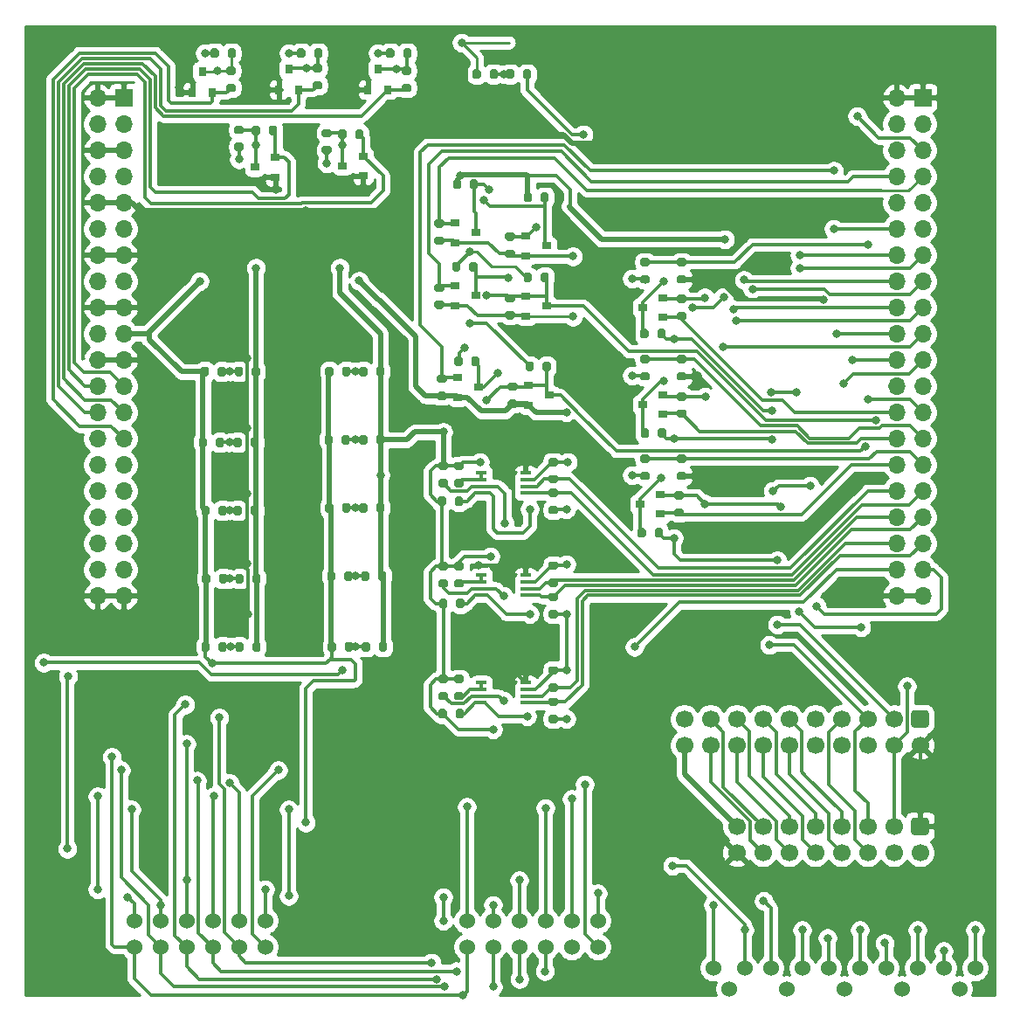
<source format=gbl>
%TF.GenerationSoftware,KiCad,Pcbnew,5.99.0+really5.1.12+dfsg1-1~bpo11+1*%
%TF.CreationDate,2021-12-22T21:03:20+01:00*%
%TF.ProjectId,ConnectorCubeV2-A,436f6e6e-6563-4746-9f72-437562655632,rev?*%
%TF.SameCoordinates,Original*%
%TF.FileFunction,Copper,L2,Bot*%
%TF.FilePolarity,Positive*%
%FSLAX46Y46*%
G04 Gerber Fmt 4.6, Leading zero omitted, Abs format (unit mm)*
G04 Created by KiCad (PCBNEW 5.99.0+really5.1.12+dfsg1-1~bpo11+1) date 2021-12-22 21:03:20*
%MOMM*%
%LPD*%
G01*
G04 APERTURE LIST*
%TA.AperFunction,ComponentPad*%
%ADD10C,1.700000*%
%TD*%
%TA.AperFunction,SMDPad,CuDef*%
%ADD11R,1.100000X0.400000*%
%TD*%
%TA.AperFunction,ComponentPad*%
%ADD12C,1.524000*%
%TD*%
%TA.AperFunction,SMDPad,CuDef*%
%ADD13R,0.900000X0.800000*%
%TD*%
%TA.AperFunction,SMDPad,CuDef*%
%ADD14R,0.800000X0.900000*%
%TD*%
%TA.AperFunction,ComponentPad*%
%ADD15O,1.700000X1.700000*%
%TD*%
%TA.AperFunction,ComponentPad*%
%ADD16R,1.700000X1.700000*%
%TD*%
%TA.AperFunction,ViaPad*%
%ADD17C,0.800000*%
%TD*%
%TA.AperFunction,Conductor*%
%ADD18C,0.300000*%
%TD*%
%TA.AperFunction,Conductor*%
%ADD19C,0.500000*%
%TD*%
%TA.AperFunction,Conductor*%
%ADD20C,0.250000*%
%TD*%
%TA.AperFunction,Conductor*%
%ADD21C,0.254000*%
%TD*%
%TA.AperFunction,Conductor*%
%ADD22C,0.100000*%
%TD*%
G04 APERTURE END LIST*
%TO.P,R1011,1*%
%TO.N,+5VD*%
%TA.AperFunction,SMDPad,CuDef*%
G36*
G01*
X127780000Y-92308000D02*
X127780000Y-92858000D01*
G75*
G02*
X127580000Y-93058000I-200000J0D01*
G01*
X127180000Y-93058000D01*
G75*
G02*
X126980000Y-92858000I0J200000D01*
G01*
X126980000Y-92308000D01*
G75*
G02*
X127180000Y-92108000I200000J0D01*
G01*
X127580000Y-92108000D01*
G75*
G02*
X127780000Y-92308000I0J-200000D01*
G01*
G37*
%TD.AperFunction*%
%TO.P,R1011,2*%
%TO.N,Net-(J1007-Pad2)*%
%TA.AperFunction,SMDPad,CuDef*%
G36*
G01*
X126130000Y-92308000D02*
X126130000Y-92858000D01*
G75*
G02*
X125930000Y-93058000I-200000J0D01*
G01*
X125530000Y-93058000D01*
G75*
G02*
X125330000Y-92858000I0J200000D01*
G01*
X125330000Y-92308000D01*
G75*
G02*
X125530000Y-92108000I200000J0D01*
G01*
X125930000Y-92108000D01*
G75*
G02*
X126130000Y-92308000I0J-200000D01*
G01*
G37*
%TD.AperFunction*%
%TD*%
%TO.P,R1009,2*%
%TO.N,+3V3*%
%TA.AperFunction,SMDPad,CuDef*%
G36*
G01*
X122765000Y-92308000D02*
X122765000Y-92858000D01*
G75*
G02*
X122565000Y-93058000I-200000J0D01*
G01*
X122165000Y-93058000D01*
G75*
G02*
X121965000Y-92858000I0J200000D01*
G01*
X121965000Y-92308000D01*
G75*
G02*
X122165000Y-92108000I200000J0D01*
G01*
X122565000Y-92108000D01*
G75*
G02*
X122765000Y-92308000I0J-200000D01*
G01*
G37*
%TD.AperFunction*%
%TO.P,R1009,1*%
%TO.N,Net-(J1007-Pad2)*%
%TA.AperFunction,SMDPad,CuDef*%
G36*
G01*
X124415000Y-92308000D02*
X124415000Y-92858000D01*
G75*
G02*
X124215000Y-93058000I-200000J0D01*
G01*
X123815000Y-93058000D01*
G75*
G02*
X123615000Y-92858000I0J200000D01*
G01*
X123615000Y-92308000D01*
G75*
G02*
X123815000Y-92108000I200000J0D01*
G01*
X124215000Y-92108000D01*
G75*
G02*
X124415000Y-92308000I0J-200000D01*
G01*
G37*
%TD.AperFunction*%
%TD*%
%TO.P,R1008,1*%
%TO.N,+5VD*%
%TA.AperFunction,SMDPad,CuDef*%
G36*
G01*
X127971000Y-105516000D02*
X127971000Y-106066000D01*
G75*
G02*
X127771000Y-106266000I-200000J0D01*
G01*
X127371000Y-106266000D01*
G75*
G02*
X127171000Y-106066000I0J200000D01*
G01*
X127171000Y-105516000D01*
G75*
G02*
X127371000Y-105316000I200000J0D01*
G01*
X127771000Y-105316000D01*
G75*
G02*
X127971000Y-105516000I0J-200000D01*
G01*
G37*
%TD.AperFunction*%
%TO.P,R1008,2*%
%TO.N,Net-(J1006-Pad2)*%
%TA.AperFunction,SMDPad,CuDef*%
G36*
G01*
X126321000Y-105516000D02*
X126321000Y-106066000D01*
G75*
G02*
X126121000Y-106266000I-200000J0D01*
G01*
X125721000Y-106266000D01*
G75*
G02*
X125521000Y-106066000I0J200000D01*
G01*
X125521000Y-105516000D01*
G75*
G02*
X125721000Y-105316000I200000J0D01*
G01*
X126121000Y-105316000D01*
G75*
G02*
X126321000Y-105516000I0J-200000D01*
G01*
G37*
%TD.AperFunction*%
%TD*%
%TO.P,R1006,2*%
%TO.N,+3V3*%
%TA.AperFunction,SMDPad,CuDef*%
G36*
G01*
X123019000Y-105516000D02*
X123019000Y-106066000D01*
G75*
G02*
X122819000Y-106266000I-200000J0D01*
G01*
X122419000Y-106266000D01*
G75*
G02*
X122219000Y-106066000I0J200000D01*
G01*
X122219000Y-105516000D01*
G75*
G02*
X122419000Y-105316000I200000J0D01*
G01*
X122819000Y-105316000D01*
G75*
G02*
X123019000Y-105516000I0J-200000D01*
G01*
G37*
%TD.AperFunction*%
%TO.P,R1006,1*%
%TO.N,Net-(J1006-Pad2)*%
%TA.AperFunction,SMDPad,CuDef*%
G36*
G01*
X124669000Y-105516000D02*
X124669000Y-106066000D01*
G75*
G02*
X124469000Y-106266000I-200000J0D01*
G01*
X124069000Y-106266000D01*
G75*
G02*
X123869000Y-106066000I0J200000D01*
G01*
X123869000Y-105516000D01*
G75*
G02*
X124069000Y-105316000I200000J0D01*
G01*
X124469000Y-105316000D01*
G75*
G02*
X124669000Y-105516000I0J-200000D01*
G01*
G37*
%TD.AperFunction*%
%TD*%
%TO.P,R1013,2*%
%TO.N,+3V3*%
%TA.AperFunction,SMDPad,CuDef*%
G36*
G01*
X110573000Y-92562000D02*
X110573000Y-93112000D01*
G75*
G02*
X110373000Y-93312000I-200000J0D01*
G01*
X109973000Y-93312000D01*
G75*
G02*
X109773000Y-93112000I0J200000D01*
G01*
X109773000Y-92562000D01*
G75*
G02*
X109973000Y-92362000I200000J0D01*
G01*
X110373000Y-92362000D01*
G75*
G02*
X110573000Y-92562000I0J-200000D01*
G01*
G37*
%TD.AperFunction*%
%TO.P,R1013,1*%
%TO.N,Net-(J1009-Pad2)*%
%TA.AperFunction,SMDPad,CuDef*%
G36*
G01*
X112223000Y-92562000D02*
X112223000Y-93112000D01*
G75*
G02*
X112023000Y-93312000I-200000J0D01*
G01*
X111623000Y-93312000D01*
G75*
G02*
X111423000Y-93112000I0J200000D01*
G01*
X111423000Y-92562000D01*
G75*
G02*
X111623000Y-92362000I200000J0D01*
G01*
X112023000Y-92362000D01*
G75*
G02*
X112223000Y-92562000I0J-200000D01*
G01*
G37*
%TD.AperFunction*%
%TD*%
%TO.P,R1015,1*%
%TO.N,+5VD*%
%TA.AperFunction,SMDPad,CuDef*%
G36*
G01*
X115588000Y-92562000D02*
X115588000Y-93112000D01*
G75*
G02*
X115388000Y-93312000I-200000J0D01*
G01*
X114988000Y-93312000D01*
G75*
G02*
X114788000Y-93112000I0J200000D01*
G01*
X114788000Y-92562000D01*
G75*
G02*
X114988000Y-92362000I200000J0D01*
G01*
X115388000Y-92362000D01*
G75*
G02*
X115588000Y-92562000I0J-200000D01*
G01*
G37*
%TD.AperFunction*%
%TO.P,R1015,2*%
%TO.N,Net-(J1009-Pad2)*%
%TA.AperFunction,SMDPad,CuDef*%
G36*
G01*
X113938000Y-92562000D02*
X113938000Y-93112000D01*
G75*
G02*
X113738000Y-93312000I-200000J0D01*
G01*
X113338000Y-93312000D01*
G75*
G02*
X113138000Y-93112000I0J200000D01*
G01*
X113138000Y-92562000D01*
G75*
G02*
X113338000Y-92362000I200000J0D01*
G01*
X113738000Y-92362000D01*
G75*
G02*
X113938000Y-92562000I0J-200000D01*
G01*
G37*
%TD.AperFunction*%
%TD*%
%TO.P,R1018,2*%
%TO.N,+3V3*%
%TA.AperFunction,SMDPad,CuDef*%
G36*
G01*
X110827000Y-112374000D02*
X110827000Y-112924000D01*
G75*
G02*
X110627000Y-113124000I-200000J0D01*
G01*
X110227000Y-113124000D01*
G75*
G02*
X110027000Y-112924000I0J200000D01*
G01*
X110027000Y-112374000D01*
G75*
G02*
X110227000Y-112174000I200000J0D01*
G01*
X110627000Y-112174000D01*
G75*
G02*
X110827000Y-112374000I0J-200000D01*
G01*
G37*
%TD.AperFunction*%
%TO.P,R1018,1*%
%TO.N,Net-(J1012-Pad2)*%
%TA.AperFunction,SMDPad,CuDef*%
G36*
G01*
X112477000Y-112374000D02*
X112477000Y-112924000D01*
G75*
G02*
X112277000Y-113124000I-200000J0D01*
G01*
X111877000Y-113124000D01*
G75*
G02*
X111677000Y-112924000I0J200000D01*
G01*
X111677000Y-112374000D01*
G75*
G02*
X111877000Y-112174000I200000J0D01*
G01*
X112277000Y-112174000D01*
G75*
G02*
X112477000Y-112374000I0J-200000D01*
G01*
G37*
%TD.AperFunction*%
%TD*%
%TO.P,R1020,1*%
%TO.N,+5VD*%
%TA.AperFunction,SMDPad,CuDef*%
G36*
G01*
X115779000Y-112374000D02*
X115779000Y-112924000D01*
G75*
G02*
X115579000Y-113124000I-200000J0D01*
G01*
X115179000Y-113124000D01*
G75*
G02*
X114979000Y-112924000I0J200000D01*
G01*
X114979000Y-112374000D01*
G75*
G02*
X115179000Y-112174000I200000J0D01*
G01*
X115579000Y-112174000D01*
G75*
G02*
X115779000Y-112374000I0J-200000D01*
G01*
G37*
%TD.AperFunction*%
%TO.P,R1020,2*%
%TO.N,Net-(J1012-Pad2)*%
%TA.AperFunction,SMDPad,CuDef*%
G36*
G01*
X114129000Y-112374000D02*
X114129000Y-112924000D01*
G75*
G02*
X113929000Y-113124000I-200000J0D01*
G01*
X113529000Y-113124000D01*
G75*
G02*
X113329000Y-112924000I0J200000D01*
G01*
X113329000Y-112374000D01*
G75*
G02*
X113529000Y-112174000I200000J0D01*
G01*
X113929000Y-112174000D01*
G75*
G02*
X114129000Y-112374000I0J-200000D01*
G01*
G37*
%TD.AperFunction*%
%TD*%
%TO.P,R1014,2*%
%TO.N,+3V3*%
%TA.AperFunction,SMDPad,CuDef*%
G36*
G01*
X123082000Y-112374000D02*
X123082000Y-112924000D01*
G75*
G02*
X122882000Y-113124000I-200000J0D01*
G01*
X122482000Y-113124000D01*
G75*
G02*
X122282000Y-112924000I0J200000D01*
G01*
X122282000Y-112374000D01*
G75*
G02*
X122482000Y-112174000I200000J0D01*
G01*
X122882000Y-112174000D01*
G75*
G02*
X123082000Y-112374000I0J-200000D01*
G01*
G37*
%TD.AperFunction*%
%TO.P,R1014,1*%
%TO.N,Net-(J1010-Pad2)*%
%TA.AperFunction,SMDPad,CuDef*%
G36*
G01*
X124732000Y-112374000D02*
X124732000Y-112924000D01*
G75*
G02*
X124532000Y-113124000I-200000J0D01*
G01*
X124132000Y-113124000D01*
G75*
G02*
X123932000Y-112924000I0J200000D01*
G01*
X123932000Y-112374000D01*
G75*
G02*
X124132000Y-112174000I200000J0D01*
G01*
X124532000Y-112174000D01*
G75*
G02*
X124732000Y-112374000I0J-200000D01*
G01*
G37*
%TD.AperFunction*%
%TD*%
%TO.P,R1016,1*%
%TO.N,+5VD*%
%TA.AperFunction,SMDPad,CuDef*%
G36*
G01*
X128034000Y-112374000D02*
X128034000Y-112924000D01*
G75*
G02*
X127834000Y-113124000I-200000J0D01*
G01*
X127434000Y-113124000D01*
G75*
G02*
X127234000Y-112924000I0J200000D01*
G01*
X127234000Y-112374000D01*
G75*
G02*
X127434000Y-112174000I200000J0D01*
G01*
X127834000Y-112174000D01*
G75*
G02*
X128034000Y-112374000I0J-200000D01*
G01*
G37*
%TD.AperFunction*%
%TO.P,R1016,2*%
%TO.N,Net-(J1010-Pad2)*%
%TA.AperFunction,SMDPad,CuDef*%
G36*
G01*
X126384000Y-112374000D02*
X126384000Y-112924000D01*
G75*
G02*
X126184000Y-113124000I-200000J0D01*
G01*
X125784000Y-113124000D01*
G75*
G02*
X125584000Y-112924000I0J200000D01*
G01*
X125584000Y-112374000D01*
G75*
G02*
X125784000Y-112174000I200000J0D01*
G01*
X126184000Y-112174000D01*
G75*
G02*
X126384000Y-112374000I0J-200000D01*
G01*
G37*
%TD.AperFunction*%
%TD*%
%TO.P,R1003,1*%
%TO.N,+5VD*%
%TA.AperFunction,SMDPad,CuDef*%
G36*
G01*
X127780000Y-85704000D02*
X127780000Y-86254000D01*
G75*
G02*
X127580000Y-86454000I-200000J0D01*
G01*
X127180000Y-86454000D01*
G75*
G02*
X126980000Y-86254000I0J200000D01*
G01*
X126980000Y-85704000D01*
G75*
G02*
X127180000Y-85504000I200000J0D01*
G01*
X127580000Y-85504000D01*
G75*
G02*
X127780000Y-85704000I0J-200000D01*
G01*
G37*
%TD.AperFunction*%
%TO.P,R1003,2*%
%TO.N,Net-(J1003-Pad2)*%
%TA.AperFunction,SMDPad,CuDef*%
G36*
G01*
X126130000Y-85704000D02*
X126130000Y-86254000D01*
G75*
G02*
X125930000Y-86454000I-200000J0D01*
G01*
X125530000Y-86454000D01*
G75*
G02*
X125330000Y-86254000I0J200000D01*
G01*
X125330000Y-85704000D01*
G75*
G02*
X125530000Y-85504000I200000J0D01*
G01*
X125930000Y-85504000D01*
G75*
G02*
X126130000Y-85704000I0J-200000D01*
G01*
G37*
%TD.AperFunction*%
%TD*%
%TO.P,R1001,2*%
%TO.N,+3V3*%
%TA.AperFunction,SMDPad,CuDef*%
G36*
G01*
X122828000Y-85704000D02*
X122828000Y-86254000D01*
G75*
G02*
X122628000Y-86454000I-200000J0D01*
G01*
X122228000Y-86454000D01*
G75*
G02*
X122028000Y-86254000I0J200000D01*
G01*
X122028000Y-85704000D01*
G75*
G02*
X122228000Y-85504000I200000J0D01*
G01*
X122628000Y-85504000D01*
G75*
G02*
X122828000Y-85704000I0J-200000D01*
G01*
G37*
%TD.AperFunction*%
%TO.P,R1001,1*%
%TO.N,Net-(J1003-Pad2)*%
%TA.AperFunction,SMDPad,CuDef*%
G36*
G01*
X124478000Y-85704000D02*
X124478000Y-86254000D01*
G75*
G02*
X124278000Y-86454000I-200000J0D01*
G01*
X123878000Y-86454000D01*
G75*
G02*
X123678000Y-86254000I0J200000D01*
G01*
X123678000Y-85704000D01*
G75*
G02*
X123878000Y-85504000I200000J0D01*
G01*
X124278000Y-85504000D01*
G75*
G02*
X124478000Y-85704000I0J-200000D01*
G01*
G37*
%TD.AperFunction*%
%TD*%
%TO.P,R1017,2*%
%TO.N,+3V3*%
%TA.AperFunction,SMDPad,CuDef*%
G36*
G01*
X122828000Y-98912000D02*
X122828000Y-99462000D01*
G75*
G02*
X122628000Y-99662000I-200000J0D01*
G01*
X122228000Y-99662000D01*
G75*
G02*
X122028000Y-99462000I0J200000D01*
G01*
X122028000Y-98912000D01*
G75*
G02*
X122228000Y-98712000I200000J0D01*
G01*
X122628000Y-98712000D01*
G75*
G02*
X122828000Y-98912000I0J-200000D01*
G01*
G37*
%TD.AperFunction*%
%TO.P,R1017,1*%
%TO.N,Net-(J1011-Pad2)*%
%TA.AperFunction,SMDPad,CuDef*%
G36*
G01*
X124478000Y-98912000D02*
X124478000Y-99462000D01*
G75*
G02*
X124278000Y-99662000I-200000J0D01*
G01*
X123878000Y-99662000D01*
G75*
G02*
X123678000Y-99462000I0J200000D01*
G01*
X123678000Y-98912000D01*
G75*
G02*
X123878000Y-98712000I200000J0D01*
G01*
X124278000Y-98712000D01*
G75*
G02*
X124478000Y-98912000I0J-200000D01*
G01*
G37*
%TD.AperFunction*%
%TD*%
%TO.P,R1019,1*%
%TO.N,+5VD*%
%TA.AperFunction,SMDPad,CuDef*%
G36*
G01*
X127780000Y-98912000D02*
X127780000Y-99462000D01*
G75*
G02*
X127580000Y-99662000I-200000J0D01*
G01*
X127180000Y-99662000D01*
G75*
G02*
X126980000Y-99462000I0J200000D01*
G01*
X126980000Y-98912000D01*
G75*
G02*
X127180000Y-98712000I200000J0D01*
G01*
X127580000Y-98712000D01*
G75*
G02*
X127780000Y-98912000I0J-200000D01*
G01*
G37*
%TD.AperFunction*%
%TO.P,R1019,2*%
%TO.N,Net-(J1011-Pad2)*%
%TA.AperFunction,SMDPad,CuDef*%
G36*
G01*
X126130000Y-98912000D02*
X126130000Y-99462000D01*
G75*
G02*
X125930000Y-99662000I-200000J0D01*
G01*
X125530000Y-99662000D01*
G75*
G02*
X125330000Y-99462000I0J200000D01*
G01*
X125330000Y-98912000D01*
G75*
G02*
X125530000Y-98712000I200000J0D01*
G01*
X125930000Y-98712000D01*
G75*
G02*
X126130000Y-98912000I0J-200000D01*
G01*
G37*
%TD.AperFunction*%
%TD*%
%TO.P,R1002,2*%
%TO.N,+3V3*%
%TA.AperFunction,SMDPad,CuDef*%
G36*
G01*
X110827000Y-99166000D02*
X110827000Y-99716000D01*
G75*
G02*
X110627000Y-99916000I-200000J0D01*
G01*
X110227000Y-99916000D01*
G75*
G02*
X110027000Y-99716000I0J200000D01*
G01*
X110027000Y-99166000D01*
G75*
G02*
X110227000Y-98966000I200000J0D01*
G01*
X110627000Y-98966000D01*
G75*
G02*
X110827000Y-99166000I0J-200000D01*
G01*
G37*
%TD.AperFunction*%
%TO.P,R1002,1*%
%TO.N,Net-(J1004-Pad2)*%
%TA.AperFunction,SMDPad,CuDef*%
G36*
G01*
X112477000Y-99166000D02*
X112477000Y-99716000D01*
G75*
G02*
X112277000Y-99916000I-200000J0D01*
G01*
X111877000Y-99916000D01*
G75*
G02*
X111677000Y-99716000I0J200000D01*
G01*
X111677000Y-99166000D01*
G75*
G02*
X111877000Y-98966000I200000J0D01*
G01*
X112277000Y-98966000D01*
G75*
G02*
X112477000Y-99166000I0J-200000D01*
G01*
G37*
%TD.AperFunction*%
%TD*%
%TO.P,R1004,1*%
%TO.N,+5VD*%
%TA.AperFunction,SMDPad,CuDef*%
G36*
G01*
X115588000Y-99166000D02*
X115588000Y-99716000D01*
G75*
G02*
X115388000Y-99916000I-200000J0D01*
G01*
X114988000Y-99916000D01*
G75*
G02*
X114788000Y-99716000I0J200000D01*
G01*
X114788000Y-99166000D01*
G75*
G02*
X114988000Y-98966000I200000J0D01*
G01*
X115388000Y-98966000D01*
G75*
G02*
X115588000Y-99166000I0J-200000D01*
G01*
G37*
%TD.AperFunction*%
%TO.P,R1004,2*%
%TO.N,Net-(J1004-Pad2)*%
%TA.AperFunction,SMDPad,CuDef*%
G36*
G01*
X113938000Y-99166000D02*
X113938000Y-99716000D01*
G75*
G02*
X113738000Y-99916000I-200000J0D01*
G01*
X113338000Y-99916000D01*
G75*
G02*
X113138000Y-99716000I0J200000D01*
G01*
X113138000Y-99166000D01*
G75*
G02*
X113338000Y-98966000I200000J0D01*
G01*
X113738000Y-98966000D01*
G75*
G02*
X113938000Y-99166000I0J-200000D01*
G01*
G37*
%TD.AperFunction*%
%TD*%
%TO.P,R1005,2*%
%TO.N,+3V3*%
%TA.AperFunction,SMDPad,CuDef*%
G36*
G01*
X110764000Y-85704000D02*
X110764000Y-86254000D01*
G75*
G02*
X110564000Y-86454000I-200000J0D01*
G01*
X110164000Y-86454000D01*
G75*
G02*
X109964000Y-86254000I0J200000D01*
G01*
X109964000Y-85704000D01*
G75*
G02*
X110164000Y-85504000I200000J0D01*
G01*
X110564000Y-85504000D01*
G75*
G02*
X110764000Y-85704000I0J-200000D01*
G01*
G37*
%TD.AperFunction*%
%TO.P,R1005,1*%
%TO.N,Net-(J1005-Pad2)*%
%TA.AperFunction,SMDPad,CuDef*%
G36*
G01*
X112414000Y-85704000D02*
X112414000Y-86254000D01*
G75*
G02*
X112214000Y-86454000I-200000J0D01*
G01*
X111814000Y-86454000D01*
G75*
G02*
X111614000Y-86254000I0J200000D01*
G01*
X111614000Y-85704000D01*
G75*
G02*
X111814000Y-85504000I200000J0D01*
G01*
X112214000Y-85504000D01*
G75*
G02*
X112414000Y-85704000I0J-200000D01*
G01*
G37*
%TD.AperFunction*%
%TD*%
%TO.P,R1007,1*%
%TO.N,+5VD*%
%TA.AperFunction,SMDPad,CuDef*%
G36*
G01*
X115716000Y-85704000D02*
X115716000Y-86254000D01*
G75*
G02*
X115516000Y-86454000I-200000J0D01*
G01*
X115116000Y-86454000D01*
G75*
G02*
X114916000Y-86254000I0J200000D01*
G01*
X114916000Y-85704000D01*
G75*
G02*
X115116000Y-85504000I200000J0D01*
G01*
X115516000Y-85504000D01*
G75*
G02*
X115716000Y-85704000I0J-200000D01*
G01*
G37*
%TD.AperFunction*%
%TO.P,R1007,2*%
%TO.N,Net-(J1005-Pad2)*%
%TA.AperFunction,SMDPad,CuDef*%
G36*
G01*
X114066000Y-85704000D02*
X114066000Y-86254000D01*
G75*
G02*
X113866000Y-86454000I-200000J0D01*
G01*
X113466000Y-86454000D01*
G75*
G02*
X113266000Y-86254000I0J200000D01*
G01*
X113266000Y-85704000D01*
G75*
G02*
X113466000Y-85504000I200000J0D01*
G01*
X113866000Y-85504000D01*
G75*
G02*
X114066000Y-85704000I0J-200000D01*
G01*
G37*
%TD.AperFunction*%
%TD*%
%TO.P,R1010,1*%
%TO.N,Net-(J1008-Pad2)*%
%TA.AperFunction,SMDPad,CuDef*%
G36*
G01*
X112540000Y-105770000D02*
X112540000Y-106320000D01*
G75*
G02*
X112340000Y-106520000I-200000J0D01*
G01*
X111940000Y-106520000D01*
G75*
G02*
X111740000Y-106320000I0J200000D01*
G01*
X111740000Y-105770000D01*
G75*
G02*
X111940000Y-105570000I200000J0D01*
G01*
X112340000Y-105570000D01*
G75*
G02*
X112540000Y-105770000I0J-200000D01*
G01*
G37*
%TD.AperFunction*%
%TO.P,R1010,2*%
%TO.N,+3V3*%
%TA.AperFunction,SMDPad,CuDef*%
G36*
G01*
X110890000Y-105770000D02*
X110890000Y-106320000D01*
G75*
G02*
X110690000Y-106520000I-200000J0D01*
G01*
X110290000Y-106520000D01*
G75*
G02*
X110090000Y-106320000I0J200000D01*
G01*
X110090000Y-105770000D01*
G75*
G02*
X110290000Y-105570000I200000J0D01*
G01*
X110690000Y-105570000D01*
G75*
G02*
X110890000Y-105770000I0J-200000D01*
G01*
G37*
%TD.AperFunction*%
%TD*%
%TO.P,R1012,1*%
%TO.N,+5VD*%
%TA.AperFunction,SMDPad,CuDef*%
G36*
G01*
X115779000Y-105770000D02*
X115779000Y-106320000D01*
G75*
G02*
X115579000Y-106520000I-200000J0D01*
G01*
X115179000Y-106520000D01*
G75*
G02*
X114979000Y-106320000I0J200000D01*
G01*
X114979000Y-105770000D01*
G75*
G02*
X115179000Y-105570000I200000J0D01*
G01*
X115579000Y-105570000D01*
G75*
G02*
X115779000Y-105770000I0J-200000D01*
G01*
G37*
%TD.AperFunction*%
%TO.P,R1012,2*%
%TO.N,Net-(J1008-Pad2)*%
%TA.AperFunction,SMDPad,CuDef*%
G36*
G01*
X114129000Y-105770000D02*
X114129000Y-106320000D01*
G75*
G02*
X113929000Y-106520000I-200000J0D01*
G01*
X113529000Y-106520000D01*
G75*
G02*
X113329000Y-106320000I0J200000D01*
G01*
X113329000Y-105770000D01*
G75*
G02*
X113529000Y-105570000I200000J0D01*
G01*
X113929000Y-105570000D01*
G75*
G02*
X114129000Y-105770000I0J-200000D01*
G01*
G37*
%TD.AperFunction*%
%TD*%
%TO.P,J302,1*%
%TO.N,N/C*%
%TA.AperFunction,ComponentPad*%
G36*
G01*
X179105000Y-118784000D02*
X180305000Y-118784000D01*
G75*
G02*
X180555000Y-119034000I0J-250000D01*
G01*
X180555000Y-120234000D01*
G75*
G02*
X180305000Y-120484000I-250000J0D01*
G01*
X179105000Y-120484000D01*
G75*
G02*
X178855000Y-120234000I0J250000D01*
G01*
X178855000Y-119034000D01*
G75*
G02*
X179105000Y-118784000I250000J0D01*
G01*
G37*
%TD.AperFunction*%
D10*
%TO.P,J302,3*%
%TO.N,+5VD*%
X177165000Y-119634000D03*
%TO.P,J302,5*%
%TO.N,/LCD/BRW*%
X174625000Y-119634000D03*
%TO.P,J302,7*%
%TO.N,/LCD/BE*%
X172085000Y-119634000D03*
%TO.P,J302,9*%
%TO.N,N/C*%
X169545000Y-119634000D03*
%TO.P,J302,11*%
%TO.N,/LCD/BD0*%
X167005000Y-119634000D03*
%TO.P,J302,13*%
%TO.N,/LCD/BD2*%
X164465000Y-119634000D03*
%TO.P,J302,15*%
%TO.N,/LCD/BD4*%
X161925000Y-119634000D03*
%TO.P,J302,17*%
%TO.N,/LCD/BD6*%
X159385000Y-119634000D03*
%TO.P,J302,19*%
%TO.N,N/C*%
X156845000Y-119634000D03*
%TO.P,J302,2*%
%TO.N,GND*%
X179705000Y-122174000D03*
%TO.P,J302,4*%
%TO.N,/LCD/CONT*%
X177165000Y-122174000D03*
%TO.P,J302,6*%
%TO.N,/LCD/BRD*%
X174625000Y-122174000D03*
%TO.P,J302,8*%
%TO.N,/LCD/BRS*%
X172085000Y-122174000D03*
%TO.P,J302,10*%
%TO.N,/RST*%
X169545000Y-122174000D03*
%TO.P,J302,12*%
%TO.N,/LCD/BD1*%
X167005000Y-122174000D03*
%TO.P,J302,14*%
%TO.N,/LCD/BD3*%
X164465000Y-122174000D03*
%TO.P,J302,16*%
%TO.N,/LCD/BD5*%
X161925000Y-122174000D03*
%TO.P,J302,18*%
%TO.N,/LCD/BD7*%
X159385000Y-122174000D03*
%TO.P,J302,20*%
%TO.N,/LCD/BRETRO*%
X156845000Y-122174000D03*
%TD*%
%TO.P,R207,2*%
%TO.N,Net-(R207-Pad2)*%
%TA.AperFunction,SMDPad,CuDef*%
G36*
G01*
X134726000Y-96374000D02*
X135276000Y-96374000D01*
G75*
G02*
X135476000Y-96574000I0J-200000D01*
G01*
X135476000Y-96974000D01*
G75*
G02*
X135276000Y-97174000I-200000J0D01*
G01*
X134726000Y-97174000D01*
G75*
G02*
X134526000Y-96974000I0J200000D01*
G01*
X134526000Y-96574000D01*
G75*
G02*
X134726000Y-96374000I200000J0D01*
G01*
G37*
%TD.AperFunction*%
%TO.P,R207,1*%
%TO.N,+5VD*%
%TA.AperFunction,SMDPad,CuDef*%
G36*
G01*
X134726000Y-94724000D02*
X135276000Y-94724000D01*
G75*
G02*
X135476000Y-94924000I0J-200000D01*
G01*
X135476000Y-95324000D01*
G75*
G02*
X135276000Y-95524000I-200000J0D01*
G01*
X134726000Y-95524000D01*
G75*
G02*
X134526000Y-95324000I0J200000D01*
G01*
X134526000Y-94924000D01*
G75*
G02*
X134726000Y-94724000I200000J0D01*
G01*
G37*
%TD.AperFunction*%
%TD*%
%TO.P,R210,1*%
%TO.N,+5VD*%
%TA.AperFunction,SMDPad,CuDef*%
G36*
G01*
X133202000Y-94724000D02*
X133752000Y-94724000D01*
G75*
G02*
X133952000Y-94924000I0J-200000D01*
G01*
X133952000Y-95324000D01*
G75*
G02*
X133752000Y-95524000I-200000J0D01*
G01*
X133202000Y-95524000D01*
G75*
G02*
X133002000Y-95324000I0J200000D01*
G01*
X133002000Y-94924000D01*
G75*
G02*
X133202000Y-94724000I200000J0D01*
G01*
G37*
%TD.AperFunction*%
%TO.P,R210,2*%
%TO.N,Net-(J201-Pad3)*%
%TA.AperFunction,SMDPad,CuDef*%
G36*
G01*
X133202000Y-96374000D02*
X133752000Y-96374000D01*
G75*
G02*
X133952000Y-96574000I0J-200000D01*
G01*
X133952000Y-96974000D01*
G75*
G02*
X133752000Y-97174000I-200000J0D01*
G01*
X133202000Y-97174000D01*
G75*
G02*
X133002000Y-96974000I0J200000D01*
G01*
X133002000Y-96574000D01*
G75*
G02*
X133202000Y-96374000I200000J0D01*
G01*
G37*
%TD.AperFunction*%
%TD*%
D11*
%TO.P,U201,1*%
%TO.N,GND*%
X141469000Y-95799000D03*
%TO.P,U201,2*%
%TO.N,+3V3*%
X141469000Y-96449000D03*
%TO.P,U201,3*%
%TO.N,/SCL1*%
X141469000Y-97099000D03*
%TO.P,U201,4*%
%TO.N,/SDA1*%
X141469000Y-97749000D03*
%TO.P,U201,5*%
%TO.N,Net-(J201-Pad4)*%
X137169000Y-97749000D03*
%TO.P,U201,6*%
%TO.N,Net-(J201-Pad3)*%
X137169000Y-97099000D03*
%TO.P,U201,7*%
%TO.N,Net-(R207-Pad2)*%
X137169000Y-96449000D03*
%TO.P,U201,8*%
X137169000Y-95799000D03*
%TD*%
%TO.P,R213,2*%
%TO.N,Net-(J201-Pad4)*%
%TA.AperFunction,SMDPad,CuDef*%
G36*
G01*
X134601000Y-98827000D02*
X134601000Y-98277000D01*
G75*
G02*
X134801000Y-98077000I200000J0D01*
G01*
X135201000Y-98077000D01*
G75*
G02*
X135401000Y-98277000I0J-200000D01*
G01*
X135401000Y-98827000D01*
G75*
G02*
X135201000Y-99027000I-200000J0D01*
G01*
X134801000Y-99027000D01*
G75*
G02*
X134601000Y-98827000I0J200000D01*
G01*
G37*
%TD.AperFunction*%
%TO.P,R213,1*%
%TO.N,+5VD*%
%TA.AperFunction,SMDPad,CuDef*%
G36*
G01*
X132951000Y-98827000D02*
X132951000Y-98277000D01*
G75*
G02*
X133151000Y-98077000I200000J0D01*
G01*
X133551000Y-98077000D01*
G75*
G02*
X133751000Y-98277000I0J-200000D01*
G01*
X133751000Y-98827000D01*
G75*
G02*
X133551000Y-99027000I-200000J0D01*
G01*
X133151000Y-99027000D01*
G75*
G02*
X132951000Y-98827000I0J200000D01*
G01*
G37*
%TD.AperFunction*%
%TD*%
%TO.P,R204,2*%
%TO.N,/SCL1*%
%TA.AperFunction,SMDPad,CuDef*%
G36*
G01*
X143870000Y-95992000D02*
X144420000Y-95992000D01*
G75*
G02*
X144620000Y-96192000I0J-200000D01*
G01*
X144620000Y-96592000D01*
G75*
G02*
X144420000Y-96792000I-200000J0D01*
G01*
X143870000Y-96792000D01*
G75*
G02*
X143670000Y-96592000I0J200000D01*
G01*
X143670000Y-96192000D01*
G75*
G02*
X143870000Y-95992000I200000J0D01*
G01*
G37*
%TD.AperFunction*%
%TO.P,R204,1*%
%TO.N,+3V3*%
%TA.AperFunction,SMDPad,CuDef*%
G36*
G01*
X143870000Y-94342000D02*
X144420000Y-94342000D01*
G75*
G02*
X144620000Y-94542000I0J-200000D01*
G01*
X144620000Y-94942000D01*
G75*
G02*
X144420000Y-95142000I-200000J0D01*
G01*
X143870000Y-95142000D01*
G75*
G02*
X143670000Y-94942000I0J200000D01*
G01*
X143670000Y-94542000D01*
G75*
G02*
X143870000Y-94342000I200000J0D01*
G01*
G37*
%TD.AperFunction*%
%TD*%
%TO.P,R201,2*%
%TO.N,/SDA1*%
%TA.AperFunction,SMDPad,CuDef*%
G36*
G01*
X144420000Y-98127000D02*
X143870000Y-98127000D01*
G75*
G02*
X143670000Y-97927000I0J200000D01*
G01*
X143670000Y-97527000D01*
G75*
G02*
X143870000Y-97327000I200000J0D01*
G01*
X144420000Y-97327000D01*
G75*
G02*
X144620000Y-97527000I0J-200000D01*
G01*
X144620000Y-97927000D01*
G75*
G02*
X144420000Y-98127000I-200000J0D01*
G01*
G37*
%TD.AperFunction*%
%TO.P,R201,1*%
%TO.N,+3V3*%
%TA.AperFunction,SMDPad,CuDef*%
G36*
G01*
X144420000Y-99777000D02*
X143870000Y-99777000D01*
G75*
G02*
X143670000Y-99577000I0J200000D01*
G01*
X143670000Y-99177000D01*
G75*
G02*
X143870000Y-98977000I200000J0D01*
G01*
X144420000Y-98977000D01*
G75*
G02*
X144620000Y-99177000I0J-200000D01*
G01*
X144620000Y-99577000D01*
G75*
G02*
X144420000Y-99777000I-200000J0D01*
G01*
G37*
%TD.AperFunction*%
%TD*%
D12*
%TO.P,U1103,2*%
%TO.N,/7Seg/D*%
X138303000Y-141732000D03*
%TO.P,U1103,3*%
%TO.N,/7Seg/DOT*%
X140843000Y-141732000D03*
%TO.P,U1103,4*%
%TO.N,/7Seg/C*%
X143383000Y-141732000D03*
%TO.P,U1103,5*%
%TO.N,/7Seg/G*%
X145923000Y-141732000D03*
%TO.P,U1103,6*%
%TO.N,/7Seg/S8*%
X148463000Y-141732000D03*
%TO.P,U1103,1*%
%TO.N,/7Seg/E*%
X135763000Y-141732000D03*
%TO.P,U1103,12*%
%TO.N,/7Seg/S5*%
X135763000Y-139192000D03*
%TO.P,U1103,11*%
%TO.N,/7Seg/A*%
X138303000Y-139192000D03*
%TO.P,U1103,10*%
%TO.N,/7Seg/F*%
X140843000Y-139192000D03*
%TO.P,U1103,9*%
%TO.N,/7Seg/S6*%
X143383000Y-139192000D03*
%TO.P,U1103,8*%
%TO.N,/7Seg/S7*%
X145923000Y-139192000D03*
%TO.P,U1103,7*%
%TO.N,/7Seg/B*%
X148463000Y-139192000D03*
%TD*%
%TO.P,U1102,7*%
%TO.N,/7Seg/B*%
X116205000Y-139192000D03*
%TO.P,U1102,8*%
%TO.N,/7Seg/S3*%
X113665000Y-139192000D03*
%TO.P,U1102,9*%
%TO.N,/7Seg/S2*%
X111125000Y-139192000D03*
%TO.P,U1102,10*%
%TO.N,/7Seg/F*%
X108585000Y-139192000D03*
%TO.P,U1102,11*%
%TO.N,/7Seg/A*%
X106045000Y-139192000D03*
%TO.P,U1102,12*%
%TO.N,/7Seg/S1*%
X103505000Y-139192000D03*
%TO.P,U1102,1*%
%TO.N,/7Seg/E*%
X103505000Y-141732000D03*
%TO.P,U1102,6*%
%TO.N,/7Seg/S4*%
X116205000Y-141732000D03*
%TO.P,U1102,5*%
%TO.N,/7Seg/G*%
X113665000Y-141732000D03*
%TO.P,U1102,4*%
%TO.N,/7Seg/C*%
X111125000Y-141732000D03*
%TO.P,U1102,3*%
%TO.N,/7Seg/DOT*%
X108585000Y-141732000D03*
%TO.P,U1102,2*%
%TO.N,/7Seg/D*%
X106045000Y-141732000D03*
%TD*%
%TO.P,R409,1*%
%TO.N,+5VD*%
%TA.AperFunction,SMDPad,CuDef*%
G36*
G01*
X119298000Y-55393000D02*
X119298000Y-54843000D01*
G75*
G02*
X119498000Y-54643000I200000J0D01*
G01*
X119898000Y-54643000D01*
G75*
G02*
X120098000Y-54843000I0J-200000D01*
G01*
X120098000Y-55393000D01*
G75*
G02*
X119898000Y-55593000I-200000J0D01*
G01*
X119498000Y-55593000D01*
G75*
G02*
X119298000Y-55393000I0J200000D01*
G01*
G37*
%TD.AperFunction*%
%TO.P,R409,2*%
%TO.N,/PWM/PWM3-5*%
%TA.AperFunction,SMDPad,CuDef*%
G36*
G01*
X120948000Y-55393000D02*
X120948000Y-54843000D01*
G75*
G02*
X121148000Y-54643000I200000J0D01*
G01*
X121548000Y-54643000D01*
G75*
G02*
X121748000Y-54843000I0J-200000D01*
G01*
X121748000Y-55393000D01*
G75*
G02*
X121548000Y-55593000I-200000J0D01*
G01*
X121148000Y-55593000D01*
G75*
G02*
X120948000Y-55393000I0J200000D01*
G01*
G37*
%TD.AperFunction*%
%TD*%
%TO.P,R408,2*%
%TO.N,/PWM/PWM2-5*%
%TA.AperFunction,SMDPad,CuDef*%
G36*
G01*
X129584000Y-55393000D02*
X129584000Y-54843000D01*
G75*
G02*
X129784000Y-54643000I200000J0D01*
G01*
X130184000Y-54643000D01*
G75*
G02*
X130384000Y-54843000I0J-200000D01*
G01*
X130384000Y-55393000D01*
G75*
G02*
X130184000Y-55593000I-200000J0D01*
G01*
X129784000Y-55593000D01*
G75*
G02*
X129584000Y-55393000I0J200000D01*
G01*
G37*
%TD.AperFunction*%
%TO.P,R408,1*%
%TO.N,+5VD*%
%TA.AperFunction,SMDPad,CuDef*%
G36*
G01*
X127934000Y-55393000D02*
X127934000Y-54843000D01*
G75*
G02*
X128134000Y-54643000I200000J0D01*
G01*
X128534000Y-54643000D01*
G75*
G02*
X128734000Y-54843000I0J-200000D01*
G01*
X128734000Y-55393000D01*
G75*
G02*
X128534000Y-55593000I-200000J0D01*
G01*
X128134000Y-55593000D01*
G75*
G02*
X127934000Y-55393000I0J200000D01*
G01*
G37*
%TD.AperFunction*%
%TD*%
%TO.P,R401,2*%
%TO.N,/PWM/PWM0-5*%
%TA.AperFunction,SMDPad,CuDef*%
G36*
G01*
X124098000Y-62717000D02*
X124098000Y-63267000D01*
G75*
G02*
X123898000Y-63467000I-200000J0D01*
G01*
X123498000Y-63467000D01*
G75*
G02*
X123298000Y-63267000I0J200000D01*
G01*
X123298000Y-62717000D01*
G75*
G02*
X123498000Y-62517000I200000J0D01*
G01*
X123898000Y-62517000D01*
G75*
G02*
X124098000Y-62717000I0J-200000D01*
G01*
G37*
%TD.AperFunction*%
%TO.P,R401,1*%
%TO.N,/PWM0*%
%TA.AperFunction,SMDPad,CuDef*%
G36*
G01*
X125748000Y-62717000D02*
X125748000Y-63267000D01*
G75*
G02*
X125548000Y-63467000I-200000J0D01*
G01*
X125148000Y-63467000D01*
G75*
G02*
X124948000Y-63267000I0J200000D01*
G01*
X124948000Y-62717000D01*
G75*
G02*
X125148000Y-62517000I200000J0D01*
G01*
X125548000Y-62517000D01*
G75*
G02*
X125748000Y-62717000I0J-200000D01*
G01*
G37*
%TD.AperFunction*%
%TD*%
%TO.P,R407,1*%
%TO.N,+5VD*%
%TA.AperFunction,SMDPad,CuDef*%
G36*
G01*
X113940000Y-64598000D02*
X113390000Y-64598000D01*
G75*
G02*
X113190000Y-64398000I0J200000D01*
G01*
X113190000Y-63998000D01*
G75*
G02*
X113390000Y-63798000I200000J0D01*
G01*
X113940000Y-63798000D01*
G75*
G02*
X114140000Y-63998000I0J-200000D01*
G01*
X114140000Y-64398000D01*
G75*
G02*
X113940000Y-64598000I-200000J0D01*
G01*
G37*
%TD.AperFunction*%
%TO.P,R407,2*%
%TO.N,/PWM/PWM1-5*%
%TA.AperFunction,SMDPad,CuDef*%
G36*
G01*
X113940000Y-62948000D02*
X113390000Y-62948000D01*
G75*
G02*
X113190000Y-62748000I0J200000D01*
G01*
X113190000Y-62348000D01*
G75*
G02*
X113390000Y-62148000I200000J0D01*
G01*
X113940000Y-62148000D01*
G75*
G02*
X114140000Y-62348000I0J-200000D01*
G01*
X114140000Y-62748000D01*
G75*
G02*
X113940000Y-62948000I-200000J0D01*
G01*
G37*
%TD.AperFunction*%
%TD*%
%TO.P,R406,2*%
%TO.N,/PWM/PWM0-5*%
%TA.AperFunction,SMDPad,CuDef*%
G36*
G01*
X122449000Y-63266000D02*
X121899000Y-63266000D01*
G75*
G02*
X121699000Y-63066000I0J200000D01*
G01*
X121699000Y-62666000D01*
G75*
G02*
X121899000Y-62466000I200000J0D01*
G01*
X122449000Y-62466000D01*
G75*
G02*
X122649000Y-62666000I0J-200000D01*
G01*
X122649000Y-63066000D01*
G75*
G02*
X122449000Y-63266000I-200000J0D01*
G01*
G37*
%TD.AperFunction*%
%TO.P,R406,1*%
%TO.N,+5VD*%
%TA.AperFunction,SMDPad,CuDef*%
G36*
G01*
X122449000Y-64916000D02*
X121899000Y-64916000D01*
G75*
G02*
X121699000Y-64716000I0J200000D01*
G01*
X121699000Y-64316000D01*
G75*
G02*
X121899000Y-64116000I200000J0D01*
G01*
X122449000Y-64116000D01*
G75*
G02*
X122649000Y-64316000I0J-200000D01*
G01*
X122649000Y-64716000D01*
G75*
G02*
X122449000Y-64916000I-200000J0D01*
G01*
G37*
%TD.AperFunction*%
%TD*%
D13*
%TO.P,Q401,1*%
%TO.N,/PWM0*%
X125714000Y-65090000D03*
%TO.P,Q401,2*%
%TO.N,GND*%
X125714000Y-66990000D03*
%TO.P,Q401,3*%
%TO.N,/PWM/PWM0-5*%
X123714000Y-66040000D03*
%TD*%
%TO.P,R403,1*%
%TO.N,/PWM2*%
%TA.AperFunction,SMDPad,CuDef*%
G36*
G01*
X130196000Y-58883000D02*
X129646000Y-58883000D01*
G75*
G02*
X129446000Y-58683000I0J200000D01*
G01*
X129446000Y-58283000D01*
G75*
G02*
X129646000Y-58083000I200000J0D01*
G01*
X130196000Y-58083000D01*
G75*
G02*
X130396000Y-58283000I0J-200000D01*
G01*
X130396000Y-58683000D01*
G75*
G02*
X130196000Y-58883000I-200000J0D01*
G01*
G37*
%TD.AperFunction*%
%TO.P,R403,2*%
%TO.N,/PWM/PWM2-5*%
%TA.AperFunction,SMDPad,CuDef*%
G36*
G01*
X130196000Y-57233000D02*
X129646000Y-57233000D01*
G75*
G02*
X129446000Y-57033000I0J200000D01*
G01*
X129446000Y-56633000D01*
G75*
G02*
X129646000Y-56433000I200000J0D01*
G01*
X130196000Y-56433000D01*
G75*
G02*
X130396000Y-56633000I0J-200000D01*
G01*
X130396000Y-57033000D01*
G75*
G02*
X130196000Y-57233000I-200000J0D01*
G01*
G37*
%TD.AperFunction*%
%TD*%
%TO.P,R402,2*%
%TO.N,/PWM/PWM1-5*%
%TA.AperFunction,SMDPad,CuDef*%
G36*
G01*
X115717000Y-62336000D02*
X115717000Y-62886000D01*
G75*
G02*
X115517000Y-63086000I-200000J0D01*
G01*
X115117000Y-63086000D01*
G75*
G02*
X114917000Y-62886000I0J200000D01*
G01*
X114917000Y-62336000D01*
G75*
G02*
X115117000Y-62136000I200000J0D01*
G01*
X115517000Y-62136000D01*
G75*
G02*
X115717000Y-62336000I0J-200000D01*
G01*
G37*
%TD.AperFunction*%
%TO.P,R402,1*%
%TO.N,/PWM1*%
%TA.AperFunction,SMDPad,CuDef*%
G36*
G01*
X117367000Y-62336000D02*
X117367000Y-62886000D01*
G75*
G02*
X117167000Y-63086000I-200000J0D01*
G01*
X116767000Y-63086000D01*
G75*
G02*
X116567000Y-62886000I0J200000D01*
G01*
X116567000Y-62336000D01*
G75*
G02*
X116767000Y-62136000I200000J0D01*
G01*
X117167000Y-62136000D01*
G75*
G02*
X117367000Y-62336000I0J-200000D01*
G01*
G37*
%TD.AperFunction*%
%TD*%
%TO.P,R410,1*%
%TO.N,+5VD*%
%TA.AperFunction,SMDPad,CuDef*%
G36*
G01*
X110916000Y-55393000D02*
X110916000Y-54843000D01*
G75*
G02*
X111116000Y-54643000I200000J0D01*
G01*
X111516000Y-54643000D01*
G75*
G02*
X111716000Y-54843000I0J-200000D01*
G01*
X111716000Y-55393000D01*
G75*
G02*
X111516000Y-55593000I-200000J0D01*
G01*
X111116000Y-55593000D01*
G75*
G02*
X110916000Y-55393000I0J200000D01*
G01*
G37*
%TD.AperFunction*%
%TO.P,R410,2*%
%TO.N,/PWM/PWM4-5*%
%TA.AperFunction,SMDPad,CuDef*%
G36*
G01*
X112566000Y-55393000D02*
X112566000Y-54843000D01*
G75*
G02*
X112766000Y-54643000I200000J0D01*
G01*
X113166000Y-54643000D01*
G75*
G02*
X113366000Y-54843000I0J-200000D01*
G01*
X113366000Y-55393000D01*
G75*
G02*
X113166000Y-55593000I-200000J0D01*
G01*
X112766000Y-55593000D01*
G75*
G02*
X112566000Y-55393000I0J200000D01*
G01*
G37*
%TD.AperFunction*%
%TD*%
%TO.P,R404,2*%
%TO.N,/PWM/PWM3-5*%
%TA.AperFunction,SMDPad,CuDef*%
G36*
G01*
X121560000Y-56979000D02*
X121010000Y-56979000D01*
G75*
G02*
X120810000Y-56779000I0J200000D01*
G01*
X120810000Y-56379000D01*
G75*
G02*
X121010000Y-56179000I200000J0D01*
G01*
X121560000Y-56179000D01*
G75*
G02*
X121760000Y-56379000I0J-200000D01*
G01*
X121760000Y-56779000D01*
G75*
G02*
X121560000Y-56979000I-200000J0D01*
G01*
G37*
%TD.AperFunction*%
%TO.P,R404,1*%
%TO.N,/PWM3*%
%TA.AperFunction,SMDPad,CuDef*%
G36*
G01*
X121560000Y-58629000D02*
X121010000Y-58629000D01*
G75*
G02*
X120810000Y-58429000I0J200000D01*
G01*
X120810000Y-58029000D01*
G75*
G02*
X121010000Y-57829000I200000J0D01*
G01*
X121560000Y-57829000D01*
G75*
G02*
X121760000Y-58029000I0J-200000D01*
G01*
X121760000Y-58429000D01*
G75*
G02*
X121560000Y-58629000I-200000J0D01*
G01*
G37*
%TD.AperFunction*%
%TD*%
%TO.P,R405,1*%
%TO.N,/PWM4*%
%TA.AperFunction,SMDPad,CuDef*%
G36*
G01*
X113178000Y-58883000D02*
X112628000Y-58883000D01*
G75*
G02*
X112428000Y-58683000I0J200000D01*
G01*
X112428000Y-58283000D01*
G75*
G02*
X112628000Y-58083000I200000J0D01*
G01*
X113178000Y-58083000D01*
G75*
G02*
X113378000Y-58283000I0J-200000D01*
G01*
X113378000Y-58683000D01*
G75*
G02*
X113178000Y-58883000I-200000J0D01*
G01*
G37*
%TD.AperFunction*%
%TO.P,R405,2*%
%TO.N,/PWM/PWM4-5*%
%TA.AperFunction,SMDPad,CuDef*%
G36*
G01*
X113178000Y-57233000D02*
X112628000Y-57233000D01*
G75*
G02*
X112428000Y-57033000I0J200000D01*
G01*
X112428000Y-56633000D01*
G75*
G02*
X112628000Y-56433000I200000J0D01*
G01*
X113178000Y-56433000D01*
G75*
G02*
X113378000Y-56633000I0J-200000D01*
G01*
X113378000Y-57033000D01*
G75*
G02*
X113178000Y-57233000I-200000J0D01*
G01*
G37*
%TD.AperFunction*%
%TD*%
%TO.P,Q402,3*%
%TO.N,/PWM/PWM1-5*%
X115205000Y-66167000D03*
%TO.P,Q402,2*%
%TO.N,GND*%
X117205000Y-67117000D03*
%TO.P,Q402,1*%
%TO.N,/PWM1*%
X117205000Y-65217000D03*
%TD*%
D14*
%TO.P,Q404,1*%
%TO.N,/PWM3*%
X119441000Y-58658000D03*
%TO.P,Q404,2*%
%TO.N,GND*%
X117541000Y-58658000D03*
%TO.P,Q404,3*%
%TO.N,/PWM/PWM3-5*%
X118491000Y-56658000D03*
%TD*%
%TO.P,Q405,3*%
%TO.N,/PWM/PWM4-5*%
X110109000Y-56912000D03*
%TO.P,Q405,2*%
%TO.N,GND*%
X109159000Y-58912000D03*
%TO.P,Q405,1*%
%TO.N,/PWM4*%
X111059000Y-58912000D03*
%TD*%
%TO.P,Q403,1*%
%TO.N,/PWM2*%
X128077000Y-58658000D03*
%TO.P,Q403,2*%
%TO.N,GND*%
X126177000Y-58658000D03*
%TO.P,Q403,3*%
%TO.N,/PWM/PWM2-5*%
X127127000Y-56658000D03*
%TD*%
%TO.P,R208,1*%
%TO.N,+5VD*%
%TA.AperFunction,SMDPad,CuDef*%
G36*
G01*
X134726000Y-104439000D02*
X135276000Y-104439000D01*
G75*
G02*
X135476000Y-104639000I0J-200000D01*
G01*
X135476000Y-105039000D01*
G75*
G02*
X135276000Y-105239000I-200000J0D01*
G01*
X134726000Y-105239000D01*
G75*
G02*
X134526000Y-105039000I0J200000D01*
G01*
X134526000Y-104639000D01*
G75*
G02*
X134726000Y-104439000I200000J0D01*
G01*
G37*
%TD.AperFunction*%
%TO.P,R208,2*%
%TO.N,Net-(R208-Pad2)*%
%TA.AperFunction,SMDPad,CuDef*%
G36*
G01*
X134726000Y-106089000D02*
X135276000Y-106089000D01*
G75*
G02*
X135476000Y-106289000I0J-200000D01*
G01*
X135476000Y-106689000D01*
G75*
G02*
X135276000Y-106889000I-200000J0D01*
G01*
X134726000Y-106889000D01*
G75*
G02*
X134526000Y-106689000I0J200000D01*
G01*
X134526000Y-106289000D01*
G75*
G02*
X134726000Y-106089000I200000J0D01*
G01*
G37*
%TD.AperFunction*%
%TD*%
D15*
%TO.P,J1001,40*%
%TO.N,GND*%
X177419000Y-107696000D03*
%TO.P,J1001,39*%
X179959000Y-107696000D03*
%TO.P,J1001,38*%
%TO.N,/IO9*%
X177419000Y-105156000D03*
%TO.P,J1001,37*%
%TO.N,/RST*%
X179959000Y-105156000D03*
%TO.P,J1001,36*%
%TO.N,/SCL3*%
X177419000Y-102616000D03*
%TO.P,J1001,35*%
%TO.N,/SDA3*%
X179959000Y-102616000D03*
%TO.P,J1001,34*%
%TO.N,/SCL2*%
X177419000Y-100076000D03*
%TO.P,J1001,33*%
%TO.N,/SDA2*%
X179959000Y-100076000D03*
%TO.P,J1001,32*%
%TO.N,/SCL1*%
X177419000Y-97536000D03*
%TO.P,J1001,31*%
%TO.N,/SDA1*%
X179959000Y-97536000D03*
%TO.P,J1001,30*%
%TO.N,/UART-TX3*%
X177419000Y-94996000D03*
%TO.P,J1001,29*%
%TO.N,/UART-RX3*%
X179959000Y-94996000D03*
%TO.P,J1001,28*%
%TO.N,/UART-TX2*%
X177419000Y-92456000D03*
%TO.P,J1001,27*%
%TO.N,/UART-RX2*%
X179959000Y-92456000D03*
%TO.P,J1001,26*%
%TO.N,/UART-TX1*%
X177419000Y-89916000D03*
%TO.P,J1001,25*%
%TO.N,/UART-RX1*%
X179959000Y-89916000D03*
%TO.P,J1001,24*%
%TO.N,/CS2*%
X177419000Y-87376000D03*
%TO.P,J1001,23*%
%TO.N,/CS1*%
X179959000Y-87376000D03*
%TO.P,J1001,22*%
%TO.N,/RW*%
X177419000Y-84836000D03*
%TO.P,J1001,21*%
%TO.N,/RS*%
X179959000Y-84836000D03*
%TO.P,J1001,20*%
%TO.N,/E*%
X177419000Y-82296000D03*
%TO.P,J1001,19*%
%TO.N,/D7*%
X179959000Y-82296000D03*
%TO.P,J1001,18*%
%TO.N,/D6*%
X177419000Y-79756000D03*
%TO.P,J1001,17*%
%TO.N,/D5*%
X179959000Y-79756000D03*
%TO.P,J1001,16*%
%TO.N,/D4*%
X177419000Y-77216000D03*
%TO.P,J1001,15*%
%TO.N,/D3*%
X179959000Y-77216000D03*
%TO.P,J1001,14*%
%TO.N,/D2*%
X177419000Y-74676000D03*
%TO.P,J1001,13*%
%TO.N,/D1*%
X179959000Y-74676000D03*
%TO.P,J1001,12*%
%TO.N,/D0*%
X177419000Y-72136000D03*
%TO.P,J1001,11*%
%TO.N,/IO10*%
X179959000Y-72136000D03*
%TO.P,J1001,10*%
%TO.N,/SDO1*%
X177419000Y-69596000D03*
%TO.P,J1001,9*%
%TO.N,/IO11*%
X179959000Y-69596000D03*
%TO.P,J1001,8*%
%TO.N,/SDI1*%
X177419000Y-67056000D03*
%TO.P,J1001,7*%
%TO.N,/SCK1*%
X179959000Y-67056000D03*
%TO.P,J1001,6*%
%TO.N,/CAN1TX*%
X177419000Y-64516000D03*
%TO.P,J1001,5*%
%TO.N,/CAN1RX*%
X179959000Y-64516000D03*
%TO.P,J1001,4*%
%TO.N,/IC2*%
X177419000Y-61976000D03*
%TO.P,J1001,3*%
%TO.N,/IC1*%
X179959000Y-61976000D03*
%TO.P,J1001,2*%
%TO.N,GND*%
X177419000Y-59436000D03*
D16*
%TO.P,J1001,1*%
X179959000Y-59436000D03*
%TD*%
%TO.P,J1002,1*%
%TO.N,GND*%
X102489000Y-59436000D03*
D15*
%TO.P,J1002,2*%
X99949000Y-59436000D03*
%TO.P,J1002,3*%
%TO.N,+BATT*%
X102489000Y-61976000D03*
%TO.P,J1002,4*%
X99949000Y-61976000D03*
%TO.P,J1002,5*%
%TO.N,GND*%
X102489000Y-64516000D03*
%TO.P,J1002,6*%
X99949000Y-64516000D03*
%TO.P,J1002,7*%
%TO.N,+12V*%
X102489000Y-67056000D03*
%TO.P,J1002,8*%
X99949000Y-67056000D03*
%TO.P,J1002,9*%
%TO.N,GND*%
X102489000Y-69596000D03*
%TO.P,J1002,10*%
X99949000Y-69596000D03*
%TO.P,J1002,11*%
%TO.N,+5VA*%
X102489000Y-72136000D03*
%TO.P,J1002,12*%
X99949000Y-72136000D03*
%TO.P,J1002,13*%
%TO.N,GND*%
X102489000Y-74676000D03*
%TO.P,J1002,14*%
X99949000Y-74676000D03*
%TO.P,J1002,15*%
%TO.N,+5VD*%
X102489000Y-77216000D03*
%TO.P,J1002,16*%
X99949000Y-77216000D03*
%TO.P,J1002,17*%
%TO.N,GND*%
X102489000Y-79756000D03*
%TO.P,J1002,18*%
X99949000Y-79756000D03*
%TO.P,J1002,19*%
%TO.N,+3V3*%
X102489000Y-82296000D03*
%TO.P,J1002,20*%
X99949000Y-82296000D03*
%TO.P,J1002,21*%
%TO.N,GND*%
X102489000Y-84836000D03*
%TO.P,J1002,22*%
X99949000Y-84836000D03*
%TO.P,J1002,23*%
%TO.N,/PWM0*%
X102489000Y-87376000D03*
%TO.P,J1002,24*%
%TO.N,/PWM1*%
X99949000Y-87376000D03*
%TO.P,J1002,25*%
%TO.N,/PWM2*%
X102489000Y-89916000D03*
%TO.P,J1002,26*%
%TO.N,/PWM3*%
X99949000Y-89916000D03*
%TO.P,J1002,27*%
%TO.N,/PWM4*%
X102489000Y-92456000D03*
%TO.P,J1002,28*%
%TO.N,N/C*%
X99949000Y-92456000D03*
%TO.P,J1002,29*%
X102489000Y-94996000D03*
%TO.P,J1002,30*%
%TO.N,/IO8*%
X99949000Y-94996000D03*
%TO.P,J1002,31*%
%TO.N,/IO0*%
X102489000Y-97536000D03*
%TO.P,J1002,32*%
%TO.N,/IO1*%
X99949000Y-97536000D03*
%TO.P,J1002,33*%
%TO.N,/IO2*%
X102489000Y-100076000D03*
%TO.P,J1002,34*%
%TO.N,/IO3*%
X99949000Y-100076000D03*
%TO.P,J1002,35*%
%TO.N,/IO4*%
X102489000Y-102616000D03*
%TO.P,J1002,36*%
%TO.N,/IO5*%
X99949000Y-102616000D03*
%TO.P,J1002,37*%
%TO.N,/IO6*%
X102489000Y-105156000D03*
%TO.P,J1002,38*%
%TO.N,/IO7*%
X99949000Y-105156000D03*
%TO.P,J1002,39*%
%TO.N,GND*%
X102489000Y-107696000D03*
%TO.P,J1002,40*%
X99949000Y-107696000D03*
%TD*%
D13*
%TO.P,Q601,1*%
%TO.N,+3V3*%
X134636000Y-73467000D03*
%TO.P,Q601,2*%
%TO.N,/SCK1*%
X134636000Y-71567000D03*
%TO.P,Q601,3*%
%TO.N,/SPI/CLK*%
X136636000Y-72517000D03*
%TD*%
%TO.P,Q602,1*%
%TO.N,+3V3*%
X134636000Y-79563000D03*
%TO.P,Q602,2*%
%TO.N,/SDI1*%
X134636000Y-77663000D03*
%TO.P,Q602,3*%
%TO.N,/SPI/DI*%
X136636000Y-78613000D03*
%TD*%
%TO.P,Q603,1*%
%TO.N,+3V3*%
X134890000Y-88453000D03*
%TO.P,Q603,2*%
%TO.N,/SDO1*%
X134890000Y-86553000D03*
%TO.P,Q603,3*%
%TO.N,/SPI/DO*%
X136890000Y-87503000D03*
%TD*%
%TO.P,Q604,3*%
%TO.N,/SPI/CS0*%
X143494000Y-73787000D03*
%TO.P,Q604,2*%
%TO.N,/IO10*%
X141494000Y-72837000D03*
%TO.P,Q604,1*%
%TO.N,+3V3*%
X141494000Y-74737000D03*
%TD*%
%TO.P,Q605,1*%
%TO.N,+3V3*%
X141510000Y-80579000D03*
%TO.P,Q605,2*%
%TO.N,/CS1*%
X141510000Y-78679000D03*
%TO.P,Q605,3*%
X143510000Y-79629000D03*
%TD*%
%TO.P,Q606,3*%
%TO.N,/CS2*%
X143764000Y-88265000D03*
%TO.P,Q606,2*%
X141764000Y-87315000D03*
%TO.P,Q606,1*%
%TO.N,+3V3*%
X141764000Y-89215000D03*
%TD*%
%TO.P,Q901,1*%
%TO.N,+3V3*%
X154797000Y-78806000D03*
%TO.P,Q901,2*%
%TO.N,/UART-TX1*%
X154797000Y-80706000D03*
%TO.P,Q901,3*%
%TO.N,Net-(J901-Pad4)*%
X152797000Y-79756000D03*
%TD*%
%TO.P,Q902,3*%
%TO.N,Net-(J902-Pad4)*%
X152781000Y-89154000D03*
%TO.P,Q902,2*%
%TO.N,/UART-TX2*%
X154781000Y-90104000D03*
%TO.P,Q902,1*%
%TO.N,+3V3*%
X154781000Y-88204000D03*
%TD*%
%TO.P,Q903,3*%
%TO.N,Net-(J903-Pad4)*%
X152543000Y-98806000D03*
%TO.P,Q903,2*%
%TO.N,/UART-TX3*%
X154543000Y-99756000D03*
%TO.P,Q903,1*%
%TO.N,+3V3*%
X154543000Y-97856000D03*
%TD*%
%TO.P,R202,2*%
%TO.N,/SDA2*%
%TA.AperFunction,SMDPad,CuDef*%
G36*
G01*
X144420000Y-108224000D02*
X143870000Y-108224000D01*
G75*
G02*
X143670000Y-108024000I0J200000D01*
G01*
X143670000Y-107624000D01*
G75*
G02*
X143870000Y-107424000I200000J0D01*
G01*
X144420000Y-107424000D01*
G75*
G02*
X144620000Y-107624000I0J-200000D01*
G01*
X144620000Y-108024000D01*
G75*
G02*
X144420000Y-108224000I-200000J0D01*
G01*
G37*
%TD.AperFunction*%
%TO.P,R202,1*%
%TO.N,+3V3*%
%TA.AperFunction,SMDPad,CuDef*%
G36*
G01*
X144420000Y-109874000D02*
X143870000Y-109874000D01*
G75*
G02*
X143670000Y-109674000I0J200000D01*
G01*
X143670000Y-109274000D01*
G75*
G02*
X143870000Y-109074000I200000J0D01*
G01*
X144420000Y-109074000D01*
G75*
G02*
X144620000Y-109274000I0J-200000D01*
G01*
X144620000Y-109674000D01*
G75*
G02*
X144420000Y-109874000I-200000J0D01*
G01*
G37*
%TD.AperFunction*%
%TD*%
%TO.P,R203,1*%
%TO.N,+3V3*%
%TA.AperFunction,SMDPad,CuDef*%
G36*
G01*
X144420000Y-120034000D02*
X143870000Y-120034000D01*
G75*
G02*
X143670000Y-119834000I0J200000D01*
G01*
X143670000Y-119434000D01*
G75*
G02*
X143870000Y-119234000I200000J0D01*
G01*
X144420000Y-119234000D01*
G75*
G02*
X144620000Y-119434000I0J-200000D01*
G01*
X144620000Y-119834000D01*
G75*
G02*
X144420000Y-120034000I-200000J0D01*
G01*
G37*
%TD.AperFunction*%
%TO.P,R203,2*%
%TO.N,/SDA3*%
%TA.AperFunction,SMDPad,CuDef*%
G36*
G01*
X144420000Y-118384000D02*
X143870000Y-118384000D01*
G75*
G02*
X143670000Y-118184000I0J200000D01*
G01*
X143670000Y-117784000D01*
G75*
G02*
X143870000Y-117584000I200000J0D01*
G01*
X144420000Y-117584000D01*
G75*
G02*
X144620000Y-117784000I0J-200000D01*
G01*
X144620000Y-118184000D01*
G75*
G02*
X144420000Y-118384000I-200000J0D01*
G01*
G37*
%TD.AperFunction*%
%TD*%
%TO.P,R205,1*%
%TO.N,+3V3*%
%TA.AperFunction,SMDPad,CuDef*%
G36*
G01*
X143870000Y-104376000D02*
X144420000Y-104376000D01*
G75*
G02*
X144620000Y-104576000I0J-200000D01*
G01*
X144620000Y-104976000D01*
G75*
G02*
X144420000Y-105176000I-200000J0D01*
G01*
X143870000Y-105176000D01*
G75*
G02*
X143670000Y-104976000I0J200000D01*
G01*
X143670000Y-104576000D01*
G75*
G02*
X143870000Y-104376000I200000J0D01*
G01*
G37*
%TD.AperFunction*%
%TO.P,R205,2*%
%TO.N,/SCL2*%
%TA.AperFunction,SMDPad,CuDef*%
G36*
G01*
X143870000Y-106026000D02*
X144420000Y-106026000D01*
G75*
G02*
X144620000Y-106226000I0J-200000D01*
G01*
X144620000Y-106626000D01*
G75*
G02*
X144420000Y-106826000I-200000J0D01*
G01*
X143870000Y-106826000D01*
G75*
G02*
X143670000Y-106626000I0J200000D01*
G01*
X143670000Y-106226000D01*
G75*
G02*
X143870000Y-106026000I200000J0D01*
G01*
G37*
%TD.AperFunction*%
%TD*%
%TO.P,R206,2*%
%TO.N,/SCL3*%
%TA.AperFunction,SMDPad,CuDef*%
G36*
G01*
X143870000Y-116186000D02*
X144420000Y-116186000D01*
G75*
G02*
X144620000Y-116386000I0J-200000D01*
G01*
X144620000Y-116786000D01*
G75*
G02*
X144420000Y-116986000I-200000J0D01*
G01*
X143870000Y-116986000D01*
G75*
G02*
X143670000Y-116786000I0J200000D01*
G01*
X143670000Y-116386000D01*
G75*
G02*
X143870000Y-116186000I200000J0D01*
G01*
G37*
%TD.AperFunction*%
%TO.P,R206,1*%
%TO.N,+3V3*%
%TA.AperFunction,SMDPad,CuDef*%
G36*
G01*
X143870000Y-114536000D02*
X144420000Y-114536000D01*
G75*
G02*
X144620000Y-114736000I0J-200000D01*
G01*
X144620000Y-115136000D01*
G75*
G02*
X144420000Y-115336000I-200000J0D01*
G01*
X143870000Y-115336000D01*
G75*
G02*
X143670000Y-115136000I0J200000D01*
G01*
X143670000Y-114736000D01*
G75*
G02*
X143870000Y-114536000I200000J0D01*
G01*
G37*
%TD.AperFunction*%
%TD*%
%TO.P,R209,1*%
%TO.N,+5VD*%
%TA.AperFunction,SMDPad,CuDef*%
G36*
G01*
X134726000Y-115361000D02*
X135276000Y-115361000D01*
G75*
G02*
X135476000Y-115561000I0J-200000D01*
G01*
X135476000Y-115961000D01*
G75*
G02*
X135276000Y-116161000I-200000J0D01*
G01*
X134726000Y-116161000D01*
G75*
G02*
X134526000Y-115961000I0J200000D01*
G01*
X134526000Y-115561000D01*
G75*
G02*
X134726000Y-115361000I200000J0D01*
G01*
G37*
%TD.AperFunction*%
%TO.P,R209,2*%
%TO.N,Net-(R209-Pad2)*%
%TA.AperFunction,SMDPad,CuDef*%
G36*
G01*
X134726000Y-117011000D02*
X135276000Y-117011000D01*
G75*
G02*
X135476000Y-117211000I0J-200000D01*
G01*
X135476000Y-117611000D01*
G75*
G02*
X135276000Y-117811000I-200000J0D01*
G01*
X134726000Y-117811000D01*
G75*
G02*
X134526000Y-117611000I0J200000D01*
G01*
X134526000Y-117211000D01*
G75*
G02*
X134726000Y-117011000I200000J0D01*
G01*
G37*
%TD.AperFunction*%
%TD*%
%TO.P,R211,1*%
%TO.N,+5VD*%
%TA.AperFunction,SMDPad,CuDef*%
G36*
G01*
X133202000Y-104439000D02*
X133752000Y-104439000D01*
G75*
G02*
X133952000Y-104639000I0J-200000D01*
G01*
X133952000Y-105039000D01*
G75*
G02*
X133752000Y-105239000I-200000J0D01*
G01*
X133202000Y-105239000D01*
G75*
G02*
X133002000Y-105039000I0J200000D01*
G01*
X133002000Y-104639000D01*
G75*
G02*
X133202000Y-104439000I200000J0D01*
G01*
G37*
%TD.AperFunction*%
%TO.P,R211,2*%
%TO.N,Net-(J202-Pad3)*%
%TA.AperFunction,SMDPad,CuDef*%
G36*
G01*
X133202000Y-106089000D02*
X133752000Y-106089000D01*
G75*
G02*
X133952000Y-106289000I0J-200000D01*
G01*
X133952000Y-106689000D01*
G75*
G02*
X133752000Y-106889000I-200000J0D01*
G01*
X133202000Y-106889000D01*
G75*
G02*
X133002000Y-106689000I0J200000D01*
G01*
X133002000Y-106289000D01*
G75*
G02*
X133202000Y-106089000I200000J0D01*
G01*
G37*
%TD.AperFunction*%
%TD*%
%TO.P,R212,2*%
%TO.N,Net-(J203-Pad3)*%
%TA.AperFunction,SMDPad,CuDef*%
G36*
G01*
X133202000Y-117011000D02*
X133752000Y-117011000D01*
G75*
G02*
X133952000Y-117211000I0J-200000D01*
G01*
X133952000Y-117611000D01*
G75*
G02*
X133752000Y-117811000I-200000J0D01*
G01*
X133202000Y-117811000D01*
G75*
G02*
X133002000Y-117611000I0J200000D01*
G01*
X133002000Y-117211000D01*
G75*
G02*
X133202000Y-117011000I200000J0D01*
G01*
G37*
%TD.AperFunction*%
%TO.P,R212,1*%
%TO.N,+5VD*%
%TA.AperFunction,SMDPad,CuDef*%
G36*
G01*
X133202000Y-115361000D02*
X133752000Y-115361000D01*
G75*
G02*
X133952000Y-115561000I0J-200000D01*
G01*
X133952000Y-115961000D01*
G75*
G02*
X133752000Y-116161000I-200000J0D01*
G01*
X133202000Y-116161000D01*
G75*
G02*
X133002000Y-115961000I0J200000D01*
G01*
X133002000Y-115561000D01*
G75*
G02*
X133202000Y-115361000I200000J0D01*
G01*
G37*
%TD.AperFunction*%
%TD*%
%TO.P,R214,1*%
%TO.N,+5VD*%
%TA.AperFunction,SMDPad,CuDef*%
G36*
G01*
X133077000Y-108733000D02*
X133077000Y-108183000D01*
G75*
G02*
X133277000Y-107983000I200000J0D01*
G01*
X133677000Y-107983000D01*
G75*
G02*
X133877000Y-108183000I0J-200000D01*
G01*
X133877000Y-108733000D01*
G75*
G02*
X133677000Y-108933000I-200000J0D01*
G01*
X133277000Y-108933000D01*
G75*
G02*
X133077000Y-108733000I0J200000D01*
G01*
G37*
%TD.AperFunction*%
%TO.P,R214,2*%
%TO.N,Net-(J202-Pad4)*%
%TA.AperFunction,SMDPad,CuDef*%
G36*
G01*
X134727000Y-108733000D02*
X134727000Y-108183000D01*
G75*
G02*
X134927000Y-107983000I200000J0D01*
G01*
X135327000Y-107983000D01*
G75*
G02*
X135527000Y-108183000I0J-200000D01*
G01*
X135527000Y-108733000D01*
G75*
G02*
X135327000Y-108933000I-200000J0D01*
G01*
X134927000Y-108933000D01*
G75*
G02*
X134727000Y-108733000I0J200000D01*
G01*
G37*
%TD.AperFunction*%
%TD*%
%TO.P,R215,1*%
%TO.N,+5VD*%
%TA.AperFunction,SMDPad,CuDef*%
G36*
G01*
X133014000Y-119401000D02*
X133014000Y-118851000D01*
G75*
G02*
X133214000Y-118651000I200000J0D01*
G01*
X133614000Y-118651000D01*
G75*
G02*
X133814000Y-118851000I0J-200000D01*
G01*
X133814000Y-119401000D01*
G75*
G02*
X133614000Y-119601000I-200000J0D01*
G01*
X133214000Y-119601000D01*
G75*
G02*
X133014000Y-119401000I0J200000D01*
G01*
G37*
%TD.AperFunction*%
%TO.P,R215,2*%
%TO.N,Net-(J203-Pad4)*%
%TA.AperFunction,SMDPad,CuDef*%
G36*
G01*
X134664000Y-119401000D02*
X134664000Y-118851000D01*
G75*
G02*
X134864000Y-118651000I200000J0D01*
G01*
X135264000Y-118651000D01*
G75*
G02*
X135464000Y-118851000I0J-200000D01*
G01*
X135464000Y-119401000D01*
G75*
G02*
X135264000Y-119601000I-200000J0D01*
G01*
X134864000Y-119601000D01*
G75*
G02*
X134664000Y-119401000I0J200000D01*
G01*
G37*
%TD.AperFunction*%
%TD*%
%TO.P,R601,2*%
%TO.N,/SCK1*%
%TA.AperFunction,SMDPad,CuDef*%
G36*
G01*
X133371000Y-72029000D02*
X132821000Y-72029000D01*
G75*
G02*
X132621000Y-71829000I0J200000D01*
G01*
X132621000Y-71429000D01*
G75*
G02*
X132821000Y-71229000I200000J0D01*
G01*
X133371000Y-71229000D01*
G75*
G02*
X133571000Y-71429000I0J-200000D01*
G01*
X133571000Y-71829000D01*
G75*
G02*
X133371000Y-72029000I-200000J0D01*
G01*
G37*
%TD.AperFunction*%
%TO.P,R601,1*%
%TO.N,+3V3*%
%TA.AperFunction,SMDPad,CuDef*%
G36*
G01*
X133371000Y-73679000D02*
X132821000Y-73679000D01*
G75*
G02*
X132621000Y-73479000I0J200000D01*
G01*
X132621000Y-73079000D01*
G75*
G02*
X132821000Y-72879000I200000J0D01*
G01*
X133371000Y-72879000D01*
G75*
G02*
X133571000Y-73079000I0J-200000D01*
G01*
X133571000Y-73479000D01*
G75*
G02*
X133371000Y-73679000I-200000J0D01*
G01*
G37*
%TD.AperFunction*%
%TD*%
%TO.P,R602,2*%
%TO.N,/SDI1*%
%TA.AperFunction,SMDPad,CuDef*%
G36*
G01*
X133371000Y-78251000D02*
X132821000Y-78251000D01*
G75*
G02*
X132621000Y-78051000I0J200000D01*
G01*
X132621000Y-77651000D01*
G75*
G02*
X132821000Y-77451000I200000J0D01*
G01*
X133371000Y-77451000D01*
G75*
G02*
X133571000Y-77651000I0J-200000D01*
G01*
X133571000Y-78051000D01*
G75*
G02*
X133371000Y-78251000I-200000J0D01*
G01*
G37*
%TD.AperFunction*%
%TO.P,R602,1*%
%TO.N,+3V3*%
%TA.AperFunction,SMDPad,CuDef*%
G36*
G01*
X133371000Y-79901000D02*
X132821000Y-79901000D01*
G75*
G02*
X132621000Y-79701000I0J200000D01*
G01*
X132621000Y-79301000D01*
G75*
G02*
X132821000Y-79101000I200000J0D01*
G01*
X133371000Y-79101000D01*
G75*
G02*
X133571000Y-79301000I0J-200000D01*
G01*
X133571000Y-79701000D01*
G75*
G02*
X133371000Y-79901000I-200000J0D01*
G01*
G37*
%TD.AperFunction*%
%TD*%
%TO.P,R603,2*%
%TO.N,/SDO1*%
%TA.AperFunction,SMDPad,CuDef*%
G36*
G01*
X133625000Y-87078000D02*
X133075000Y-87078000D01*
G75*
G02*
X132875000Y-86878000I0J200000D01*
G01*
X132875000Y-86478000D01*
G75*
G02*
X133075000Y-86278000I200000J0D01*
G01*
X133625000Y-86278000D01*
G75*
G02*
X133825000Y-86478000I0J-200000D01*
G01*
X133825000Y-86878000D01*
G75*
G02*
X133625000Y-87078000I-200000J0D01*
G01*
G37*
%TD.AperFunction*%
%TO.P,R603,1*%
%TO.N,+3V3*%
%TA.AperFunction,SMDPad,CuDef*%
G36*
G01*
X133625000Y-88728000D02*
X133075000Y-88728000D01*
G75*
G02*
X132875000Y-88528000I0J200000D01*
G01*
X132875000Y-88128000D01*
G75*
G02*
X133075000Y-87928000I200000J0D01*
G01*
X133625000Y-87928000D01*
G75*
G02*
X133825000Y-88128000I0J-200000D01*
G01*
X133825000Y-88528000D01*
G75*
G02*
X133625000Y-88728000I-200000J0D01*
G01*
G37*
%TD.AperFunction*%
%TD*%
%TO.P,R604,1*%
%TO.N,+3V3*%
%TA.AperFunction,SMDPad,CuDef*%
G36*
G01*
X140229000Y-74949000D02*
X139679000Y-74949000D01*
G75*
G02*
X139479000Y-74749000I0J200000D01*
G01*
X139479000Y-74349000D01*
G75*
G02*
X139679000Y-74149000I200000J0D01*
G01*
X140229000Y-74149000D01*
G75*
G02*
X140429000Y-74349000I0J-200000D01*
G01*
X140429000Y-74749000D01*
G75*
G02*
X140229000Y-74949000I-200000J0D01*
G01*
G37*
%TD.AperFunction*%
%TO.P,R604,2*%
%TO.N,/IO10*%
%TA.AperFunction,SMDPad,CuDef*%
G36*
G01*
X140229000Y-73299000D02*
X139679000Y-73299000D01*
G75*
G02*
X139479000Y-73099000I0J200000D01*
G01*
X139479000Y-72699000D01*
G75*
G02*
X139679000Y-72499000I200000J0D01*
G01*
X140229000Y-72499000D01*
G75*
G02*
X140429000Y-72699000I0J-200000D01*
G01*
X140429000Y-73099000D01*
G75*
G02*
X140229000Y-73299000I-200000J0D01*
G01*
G37*
%TD.AperFunction*%
%TD*%
%TO.P,R605,1*%
%TO.N,+5VD*%
%TA.AperFunction,SMDPad,CuDef*%
G36*
G01*
X134411000Y-68093000D02*
X134411000Y-67543000D01*
G75*
G02*
X134611000Y-67343000I200000J0D01*
G01*
X135011000Y-67343000D01*
G75*
G02*
X135211000Y-67543000I0J-200000D01*
G01*
X135211000Y-68093000D01*
G75*
G02*
X135011000Y-68293000I-200000J0D01*
G01*
X134611000Y-68293000D01*
G75*
G02*
X134411000Y-68093000I0J200000D01*
G01*
G37*
%TD.AperFunction*%
%TO.P,R605,2*%
%TO.N,/SPI/CLK*%
%TA.AperFunction,SMDPad,CuDef*%
G36*
G01*
X136061000Y-68093000D02*
X136061000Y-67543000D01*
G75*
G02*
X136261000Y-67343000I200000J0D01*
G01*
X136661000Y-67343000D01*
G75*
G02*
X136861000Y-67543000I0J-200000D01*
G01*
X136861000Y-68093000D01*
G75*
G02*
X136661000Y-68293000I-200000J0D01*
G01*
X136261000Y-68293000D01*
G75*
G02*
X136061000Y-68093000I0J200000D01*
G01*
G37*
%TD.AperFunction*%
%TD*%
%TO.P,R606,1*%
%TO.N,+5VD*%
%TA.AperFunction,SMDPad,CuDef*%
G36*
G01*
X134348000Y-76094000D02*
X134348000Y-75544000D01*
G75*
G02*
X134548000Y-75344000I200000J0D01*
G01*
X134948000Y-75344000D01*
G75*
G02*
X135148000Y-75544000I0J-200000D01*
G01*
X135148000Y-76094000D01*
G75*
G02*
X134948000Y-76294000I-200000J0D01*
G01*
X134548000Y-76294000D01*
G75*
G02*
X134348000Y-76094000I0J200000D01*
G01*
G37*
%TD.AperFunction*%
%TO.P,R606,2*%
%TO.N,/SPI/DI*%
%TA.AperFunction,SMDPad,CuDef*%
G36*
G01*
X135998000Y-76094000D02*
X135998000Y-75544000D01*
G75*
G02*
X136198000Y-75344000I200000J0D01*
G01*
X136598000Y-75344000D01*
G75*
G02*
X136798000Y-75544000I0J-200000D01*
G01*
X136798000Y-76094000D01*
G75*
G02*
X136598000Y-76294000I-200000J0D01*
G01*
X136198000Y-76294000D01*
G75*
G02*
X135998000Y-76094000I0J200000D01*
G01*
G37*
%TD.AperFunction*%
%TD*%
%TO.P,R607,2*%
%TO.N,/SPI/DO*%
%TA.AperFunction,SMDPad,CuDef*%
G36*
G01*
X136188000Y-85238000D02*
X136188000Y-84688000D01*
G75*
G02*
X136388000Y-84488000I200000J0D01*
G01*
X136788000Y-84488000D01*
G75*
G02*
X136988000Y-84688000I0J-200000D01*
G01*
X136988000Y-85238000D01*
G75*
G02*
X136788000Y-85438000I-200000J0D01*
G01*
X136388000Y-85438000D01*
G75*
G02*
X136188000Y-85238000I0J200000D01*
G01*
G37*
%TD.AperFunction*%
%TO.P,R607,1*%
%TO.N,+5VD*%
%TA.AperFunction,SMDPad,CuDef*%
G36*
G01*
X134538000Y-85238000D02*
X134538000Y-84688000D01*
G75*
G02*
X134738000Y-84488000I200000J0D01*
G01*
X135138000Y-84488000D01*
G75*
G02*
X135338000Y-84688000I0J-200000D01*
G01*
X135338000Y-85238000D01*
G75*
G02*
X135138000Y-85438000I-200000J0D01*
G01*
X134738000Y-85438000D01*
G75*
G02*
X134538000Y-85238000I0J200000D01*
G01*
G37*
%TD.AperFunction*%
%TD*%
%TO.P,R608,2*%
%TO.N,/SPI/CS0*%
%TA.AperFunction,SMDPad,CuDef*%
G36*
G01*
X142919000Y-69363000D02*
X142919000Y-68813000D01*
G75*
G02*
X143119000Y-68613000I200000J0D01*
G01*
X143519000Y-68613000D01*
G75*
G02*
X143719000Y-68813000I0J-200000D01*
G01*
X143719000Y-69363000D01*
G75*
G02*
X143519000Y-69563000I-200000J0D01*
G01*
X143119000Y-69563000D01*
G75*
G02*
X142919000Y-69363000I0J200000D01*
G01*
G37*
%TD.AperFunction*%
%TO.P,R608,1*%
%TO.N,+5VD*%
%TA.AperFunction,SMDPad,CuDef*%
G36*
G01*
X141269000Y-69363000D02*
X141269000Y-68813000D01*
G75*
G02*
X141469000Y-68613000I200000J0D01*
G01*
X141869000Y-68613000D01*
G75*
G02*
X142069000Y-68813000I0J-200000D01*
G01*
X142069000Y-69363000D01*
G75*
G02*
X141869000Y-69563000I-200000J0D01*
G01*
X141469000Y-69563000D01*
G75*
G02*
X141269000Y-69363000I0J200000D01*
G01*
G37*
%TD.AperFunction*%
%TD*%
%TO.P,R609,1*%
%TO.N,+3V3*%
%TA.AperFunction,SMDPad,CuDef*%
G36*
G01*
X140229000Y-80917000D02*
X139679000Y-80917000D01*
G75*
G02*
X139479000Y-80717000I0J200000D01*
G01*
X139479000Y-80317000D01*
G75*
G02*
X139679000Y-80117000I200000J0D01*
G01*
X140229000Y-80117000D01*
G75*
G02*
X140429000Y-80317000I0J-200000D01*
G01*
X140429000Y-80717000D01*
G75*
G02*
X140229000Y-80917000I-200000J0D01*
G01*
G37*
%TD.AperFunction*%
%TO.P,R609,2*%
%TO.N,/CS1*%
%TA.AperFunction,SMDPad,CuDef*%
G36*
G01*
X140229000Y-79267000D02*
X139679000Y-79267000D01*
G75*
G02*
X139479000Y-79067000I0J200000D01*
G01*
X139479000Y-78667000D01*
G75*
G02*
X139679000Y-78467000I200000J0D01*
G01*
X140229000Y-78467000D01*
G75*
G02*
X140429000Y-78667000I0J-200000D01*
G01*
X140429000Y-79067000D01*
G75*
G02*
X140229000Y-79267000I-200000J0D01*
G01*
G37*
%TD.AperFunction*%
%TD*%
%TO.P,R610,1*%
%TO.N,+3V3*%
%TA.AperFunction,SMDPad,CuDef*%
G36*
G01*
X140483000Y-89490000D02*
X139933000Y-89490000D01*
G75*
G02*
X139733000Y-89290000I0J200000D01*
G01*
X139733000Y-88890000D01*
G75*
G02*
X139933000Y-88690000I200000J0D01*
G01*
X140483000Y-88690000D01*
G75*
G02*
X140683000Y-88890000I0J-200000D01*
G01*
X140683000Y-89290000D01*
G75*
G02*
X140483000Y-89490000I-200000J0D01*
G01*
G37*
%TD.AperFunction*%
%TO.P,R610,2*%
%TO.N,/CS2*%
%TA.AperFunction,SMDPad,CuDef*%
G36*
G01*
X140483000Y-87840000D02*
X139933000Y-87840000D01*
G75*
G02*
X139733000Y-87640000I0J200000D01*
G01*
X139733000Y-87240000D01*
G75*
G02*
X139933000Y-87040000I200000J0D01*
G01*
X140483000Y-87040000D01*
G75*
G02*
X140683000Y-87240000I0J-200000D01*
G01*
X140683000Y-87640000D01*
G75*
G02*
X140483000Y-87840000I-200000J0D01*
G01*
G37*
%TD.AperFunction*%
%TD*%
%TO.P,R611,2*%
%TO.N,/CS1*%
%TA.AperFunction,SMDPad,CuDef*%
G36*
G01*
X142919000Y-77110000D02*
X142919000Y-76560000D01*
G75*
G02*
X143119000Y-76360000I200000J0D01*
G01*
X143519000Y-76360000D01*
G75*
G02*
X143719000Y-76560000I0J-200000D01*
G01*
X143719000Y-77110000D01*
G75*
G02*
X143519000Y-77310000I-200000J0D01*
G01*
X143119000Y-77310000D01*
G75*
G02*
X142919000Y-77110000I0J200000D01*
G01*
G37*
%TD.AperFunction*%
%TO.P,R611,1*%
%TO.N,+5VD*%
%TA.AperFunction,SMDPad,CuDef*%
G36*
G01*
X141269000Y-77110000D02*
X141269000Y-76560000D01*
G75*
G02*
X141469000Y-76360000I200000J0D01*
G01*
X141869000Y-76360000D01*
G75*
G02*
X142069000Y-76560000I0J-200000D01*
G01*
X142069000Y-77110000D01*
G75*
G02*
X141869000Y-77310000I-200000J0D01*
G01*
X141469000Y-77310000D01*
G75*
G02*
X141269000Y-77110000I0J200000D01*
G01*
G37*
%TD.AperFunction*%
%TD*%
%TO.P,R612,2*%
%TO.N,/CS2*%
%TA.AperFunction,SMDPad,CuDef*%
G36*
G01*
X143110000Y-85746000D02*
X143110000Y-85196000D01*
G75*
G02*
X143310000Y-84996000I200000J0D01*
G01*
X143710000Y-84996000D01*
G75*
G02*
X143910000Y-85196000I0J-200000D01*
G01*
X143910000Y-85746000D01*
G75*
G02*
X143710000Y-85946000I-200000J0D01*
G01*
X143310000Y-85946000D01*
G75*
G02*
X143110000Y-85746000I0J200000D01*
G01*
G37*
%TD.AperFunction*%
%TO.P,R612,1*%
%TO.N,+5VD*%
%TA.AperFunction,SMDPad,CuDef*%
G36*
G01*
X141460000Y-85746000D02*
X141460000Y-85196000D01*
G75*
G02*
X141660000Y-84996000I200000J0D01*
G01*
X142060000Y-84996000D01*
G75*
G02*
X142260000Y-85196000I0J-200000D01*
G01*
X142260000Y-85746000D01*
G75*
G02*
X142060000Y-85946000I-200000J0D01*
G01*
X141660000Y-85946000D01*
G75*
G02*
X141460000Y-85746000I0J200000D01*
G01*
G37*
%TD.AperFunction*%
%TD*%
%TO.P,R901,1*%
%TO.N,+3V3*%
%TA.AperFunction,SMDPad,CuDef*%
G36*
G01*
X156316000Y-78531000D02*
X156866000Y-78531000D01*
G75*
G02*
X157066000Y-78731000I0J-200000D01*
G01*
X157066000Y-79131000D01*
G75*
G02*
X156866000Y-79331000I-200000J0D01*
G01*
X156316000Y-79331000D01*
G75*
G02*
X156116000Y-79131000I0J200000D01*
G01*
X156116000Y-78731000D01*
G75*
G02*
X156316000Y-78531000I200000J0D01*
G01*
G37*
%TD.AperFunction*%
%TO.P,R901,2*%
%TO.N,/UART-TX1*%
%TA.AperFunction,SMDPad,CuDef*%
G36*
G01*
X156316000Y-80181000D02*
X156866000Y-80181000D01*
G75*
G02*
X157066000Y-80381000I0J-200000D01*
G01*
X157066000Y-80781000D01*
G75*
G02*
X156866000Y-80981000I-200000J0D01*
G01*
X156316000Y-80981000D01*
G75*
G02*
X156116000Y-80781000I0J200000D01*
G01*
X156116000Y-80381000D01*
G75*
G02*
X156316000Y-80181000I200000J0D01*
G01*
G37*
%TD.AperFunction*%
%TD*%
%TO.P,R902,2*%
%TO.N,/UART-RX1*%
%TA.AperFunction,SMDPad,CuDef*%
G36*
G01*
X153310000Y-75775000D02*
X152760000Y-75775000D01*
G75*
G02*
X152560000Y-75575000I0J200000D01*
G01*
X152560000Y-75175000D01*
G75*
G02*
X152760000Y-74975000I200000J0D01*
G01*
X153310000Y-74975000D01*
G75*
G02*
X153510000Y-75175000I0J-200000D01*
G01*
X153510000Y-75575000D01*
G75*
G02*
X153310000Y-75775000I-200000J0D01*
G01*
G37*
%TD.AperFunction*%
%TO.P,R902,1*%
%TO.N,Net-(J901-Pad3)*%
%TA.AperFunction,SMDPad,CuDef*%
G36*
G01*
X153310000Y-77425000D02*
X152760000Y-77425000D01*
G75*
G02*
X152560000Y-77225000I0J200000D01*
G01*
X152560000Y-76825000D01*
G75*
G02*
X152760000Y-76625000I200000J0D01*
G01*
X153310000Y-76625000D01*
G75*
G02*
X153510000Y-76825000I0J-200000D01*
G01*
X153510000Y-77225000D01*
G75*
G02*
X153310000Y-77425000I-200000J0D01*
G01*
G37*
%TD.AperFunction*%
%TD*%
%TO.P,R903,1*%
%TO.N,/UART-RX1*%
%TA.AperFunction,SMDPad,CuDef*%
G36*
G01*
X156316000Y-74975000D02*
X156866000Y-74975000D01*
G75*
G02*
X157066000Y-75175000I0J-200000D01*
G01*
X157066000Y-75575000D01*
G75*
G02*
X156866000Y-75775000I-200000J0D01*
G01*
X156316000Y-75775000D01*
G75*
G02*
X156116000Y-75575000I0J200000D01*
G01*
X156116000Y-75175000D01*
G75*
G02*
X156316000Y-74975000I200000J0D01*
G01*
G37*
%TD.AperFunction*%
%TO.P,R903,2*%
%TO.N,GND*%
%TA.AperFunction,SMDPad,CuDef*%
G36*
G01*
X156316000Y-76625000D02*
X156866000Y-76625000D01*
G75*
G02*
X157066000Y-76825000I0J-200000D01*
G01*
X157066000Y-77225000D01*
G75*
G02*
X156866000Y-77425000I-200000J0D01*
G01*
X156316000Y-77425000D01*
G75*
G02*
X156116000Y-77225000I0J200000D01*
G01*
X156116000Y-76825000D01*
G75*
G02*
X156316000Y-76625000I200000J0D01*
G01*
G37*
%TD.AperFunction*%
%TD*%
%TO.P,R904,2*%
%TO.N,Net-(J901-Pad4)*%
%TA.AperFunction,SMDPad,CuDef*%
G36*
G01*
X153372000Y-82021000D02*
X153372000Y-82571000D01*
G75*
G02*
X153172000Y-82771000I-200000J0D01*
G01*
X152772000Y-82771000D01*
G75*
G02*
X152572000Y-82571000I0J200000D01*
G01*
X152572000Y-82021000D01*
G75*
G02*
X152772000Y-81821000I200000J0D01*
G01*
X153172000Y-81821000D01*
G75*
G02*
X153372000Y-82021000I0J-200000D01*
G01*
G37*
%TD.AperFunction*%
%TO.P,R904,1*%
%TO.N,+5VD*%
%TA.AperFunction,SMDPad,CuDef*%
G36*
G01*
X155022000Y-82021000D02*
X155022000Y-82571000D01*
G75*
G02*
X154822000Y-82771000I-200000J0D01*
G01*
X154422000Y-82771000D01*
G75*
G02*
X154222000Y-82571000I0J200000D01*
G01*
X154222000Y-82021000D01*
G75*
G02*
X154422000Y-81821000I200000J0D01*
G01*
X154822000Y-81821000D01*
G75*
G02*
X155022000Y-82021000I0J-200000D01*
G01*
G37*
%TD.AperFunction*%
%TD*%
%TO.P,R905,1*%
%TO.N,+3V3*%
%TA.AperFunction,SMDPad,CuDef*%
G36*
G01*
X156316000Y-87992000D02*
X156866000Y-87992000D01*
G75*
G02*
X157066000Y-88192000I0J-200000D01*
G01*
X157066000Y-88592000D01*
G75*
G02*
X156866000Y-88792000I-200000J0D01*
G01*
X156316000Y-88792000D01*
G75*
G02*
X156116000Y-88592000I0J200000D01*
G01*
X156116000Y-88192000D01*
G75*
G02*
X156316000Y-87992000I200000J0D01*
G01*
G37*
%TD.AperFunction*%
%TO.P,R905,2*%
%TO.N,/UART-TX2*%
%TA.AperFunction,SMDPad,CuDef*%
G36*
G01*
X156316000Y-89642000D02*
X156866000Y-89642000D01*
G75*
G02*
X157066000Y-89842000I0J-200000D01*
G01*
X157066000Y-90242000D01*
G75*
G02*
X156866000Y-90442000I-200000J0D01*
G01*
X156316000Y-90442000D01*
G75*
G02*
X156116000Y-90242000I0J200000D01*
G01*
X156116000Y-89842000D01*
G75*
G02*
X156316000Y-89642000I200000J0D01*
G01*
G37*
%TD.AperFunction*%
%TD*%
%TO.P,R906,2*%
%TO.N,/UART-RX2*%
%TA.AperFunction,SMDPad,CuDef*%
G36*
G01*
X153310000Y-85173000D02*
X152760000Y-85173000D01*
G75*
G02*
X152560000Y-84973000I0J200000D01*
G01*
X152560000Y-84573000D01*
G75*
G02*
X152760000Y-84373000I200000J0D01*
G01*
X153310000Y-84373000D01*
G75*
G02*
X153510000Y-84573000I0J-200000D01*
G01*
X153510000Y-84973000D01*
G75*
G02*
X153310000Y-85173000I-200000J0D01*
G01*
G37*
%TD.AperFunction*%
%TO.P,R906,1*%
%TO.N,Net-(J902-Pad3)*%
%TA.AperFunction,SMDPad,CuDef*%
G36*
G01*
X153310000Y-86823000D02*
X152760000Y-86823000D01*
G75*
G02*
X152560000Y-86623000I0J200000D01*
G01*
X152560000Y-86223000D01*
G75*
G02*
X152760000Y-86023000I200000J0D01*
G01*
X153310000Y-86023000D01*
G75*
G02*
X153510000Y-86223000I0J-200000D01*
G01*
X153510000Y-86623000D01*
G75*
G02*
X153310000Y-86823000I-200000J0D01*
G01*
G37*
%TD.AperFunction*%
%TD*%
%TO.P,R907,1*%
%TO.N,/UART-RX2*%
%TA.AperFunction,SMDPad,CuDef*%
G36*
G01*
X156316000Y-84373000D02*
X156866000Y-84373000D01*
G75*
G02*
X157066000Y-84573000I0J-200000D01*
G01*
X157066000Y-84973000D01*
G75*
G02*
X156866000Y-85173000I-200000J0D01*
G01*
X156316000Y-85173000D01*
G75*
G02*
X156116000Y-84973000I0J200000D01*
G01*
X156116000Y-84573000D01*
G75*
G02*
X156316000Y-84373000I200000J0D01*
G01*
G37*
%TD.AperFunction*%
%TO.P,R907,2*%
%TO.N,GND*%
%TA.AperFunction,SMDPad,CuDef*%
G36*
G01*
X156316000Y-86023000D02*
X156866000Y-86023000D01*
G75*
G02*
X157066000Y-86223000I0J-200000D01*
G01*
X157066000Y-86623000D01*
G75*
G02*
X156866000Y-86823000I-200000J0D01*
G01*
X156316000Y-86823000D01*
G75*
G02*
X156116000Y-86623000I0J200000D01*
G01*
X156116000Y-86223000D01*
G75*
G02*
X156316000Y-86023000I200000J0D01*
G01*
G37*
%TD.AperFunction*%
%TD*%
%TO.P,R908,2*%
%TO.N,Net-(J902-Pad4)*%
%TA.AperFunction,SMDPad,CuDef*%
G36*
G01*
X153435000Y-91673000D02*
X153435000Y-92223000D01*
G75*
G02*
X153235000Y-92423000I-200000J0D01*
G01*
X152835000Y-92423000D01*
G75*
G02*
X152635000Y-92223000I0J200000D01*
G01*
X152635000Y-91673000D01*
G75*
G02*
X152835000Y-91473000I200000J0D01*
G01*
X153235000Y-91473000D01*
G75*
G02*
X153435000Y-91673000I0J-200000D01*
G01*
G37*
%TD.AperFunction*%
%TO.P,R908,1*%
%TO.N,+5VD*%
%TA.AperFunction,SMDPad,CuDef*%
G36*
G01*
X155085000Y-91673000D02*
X155085000Y-92223000D01*
G75*
G02*
X154885000Y-92423000I-200000J0D01*
G01*
X154485000Y-92423000D01*
G75*
G02*
X154285000Y-92223000I0J200000D01*
G01*
X154285000Y-91673000D01*
G75*
G02*
X154485000Y-91473000I200000J0D01*
G01*
X154885000Y-91473000D01*
G75*
G02*
X155085000Y-91673000I0J-200000D01*
G01*
G37*
%TD.AperFunction*%
%TD*%
%TO.P,R909,1*%
%TO.N,+3V3*%
%TA.AperFunction,SMDPad,CuDef*%
G36*
G01*
X156062000Y-97581000D02*
X156612000Y-97581000D01*
G75*
G02*
X156812000Y-97781000I0J-200000D01*
G01*
X156812000Y-98181000D01*
G75*
G02*
X156612000Y-98381000I-200000J0D01*
G01*
X156062000Y-98381000D01*
G75*
G02*
X155862000Y-98181000I0J200000D01*
G01*
X155862000Y-97781000D01*
G75*
G02*
X156062000Y-97581000I200000J0D01*
G01*
G37*
%TD.AperFunction*%
%TO.P,R909,2*%
%TO.N,/UART-TX3*%
%TA.AperFunction,SMDPad,CuDef*%
G36*
G01*
X156062000Y-99231000D02*
X156612000Y-99231000D01*
G75*
G02*
X156812000Y-99431000I0J-200000D01*
G01*
X156812000Y-99831000D01*
G75*
G02*
X156612000Y-100031000I-200000J0D01*
G01*
X156062000Y-100031000D01*
G75*
G02*
X155862000Y-99831000I0J200000D01*
G01*
X155862000Y-99431000D01*
G75*
G02*
X156062000Y-99231000I200000J0D01*
G01*
G37*
%TD.AperFunction*%
%TD*%
%TO.P,R910,2*%
%TO.N,/UART-RX3*%
%TA.AperFunction,SMDPad,CuDef*%
G36*
G01*
X153310000Y-94825000D02*
X152760000Y-94825000D01*
G75*
G02*
X152560000Y-94625000I0J200000D01*
G01*
X152560000Y-94225000D01*
G75*
G02*
X152760000Y-94025000I200000J0D01*
G01*
X153310000Y-94025000D01*
G75*
G02*
X153510000Y-94225000I0J-200000D01*
G01*
X153510000Y-94625000D01*
G75*
G02*
X153310000Y-94825000I-200000J0D01*
G01*
G37*
%TD.AperFunction*%
%TO.P,R910,1*%
%TO.N,Net-(J903-Pad3)*%
%TA.AperFunction,SMDPad,CuDef*%
G36*
G01*
X153310000Y-96475000D02*
X152760000Y-96475000D01*
G75*
G02*
X152560000Y-96275000I0J200000D01*
G01*
X152560000Y-95875000D01*
G75*
G02*
X152760000Y-95675000I200000J0D01*
G01*
X153310000Y-95675000D01*
G75*
G02*
X153510000Y-95875000I0J-200000D01*
G01*
X153510000Y-96275000D01*
G75*
G02*
X153310000Y-96475000I-200000J0D01*
G01*
G37*
%TD.AperFunction*%
%TD*%
%TO.P,R911,1*%
%TO.N,/UART-RX3*%
%TA.AperFunction,SMDPad,CuDef*%
G36*
G01*
X156316000Y-94025000D02*
X156866000Y-94025000D01*
G75*
G02*
X157066000Y-94225000I0J-200000D01*
G01*
X157066000Y-94625000D01*
G75*
G02*
X156866000Y-94825000I-200000J0D01*
G01*
X156316000Y-94825000D01*
G75*
G02*
X156116000Y-94625000I0J200000D01*
G01*
X156116000Y-94225000D01*
G75*
G02*
X156316000Y-94025000I200000J0D01*
G01*
G37*
%TD.AperFunction*%
%TO.P,R911,2*%
%TO.N,GND*%
%TA.AperFunction,SMDPad,CuDef*%
G36*
G01*
X156316000Y-95675000D02*
X156866000Y-95675000D01*
G75*
G02*
X157066000Y-95875000I0J-200000D01*
G01*
X157066000Y-96275000D01*
G75*
G02*
X156866000Y-96475000I-200000J0D01*
G01*
X156316000Y-96475000D01*
G75*
G02*
X156116000Y-96275000I0J200000D01*
G01*
X156116000Y-95875000D01*
G75*
G02*
X156316000Y-95675000I200000J0D01*
G01*
G37*
%TD.AperFunction*%
%TD*%
%TO.P,R912,2*%
%TO.N,Net-(J903-Pad4)*%
%TA.AperFunction,SMDPad,CuDef*%
G36*
G01*
X153118000Y-101325000D02*
X153118000Y-101875000D01*
G75*
G02*
X152918000Y-102075000I-200000J0D01*
G01*
X152518000Y-102075000D01*
G75*
G02*
X152318000Y-101875000I0J200000D01*
G01*
X152318000Y-101325000D01*
G75*
G02*
X152518000Y-101125000I200000J0D01*
G01*
X152918000Y-101125000D01*
G75*
G02*
X153118000Y-101325000I0J-200000D01*
G01*
G37*
%TD.AperFunction*%
%TO.P,R912,1*%
%TO.N,+5VD*%
%TA.AperFunction,SMDPad,CuDef*%
G36*
G01*
X154768000Y-101325000D02*
X154768000Y-101875000D01*
G75*
G02*
X154568000Y-102075000I-200000J0D01*
G01*
X154168000Y-102075000D01*
G75*
G02*
X153968000Y-101875000I0J200000D01*
G01*
X153968000Y-101325000D01*
G75*
G02*
X154168000Y-101125000I200000J0D01*
G01*
X154568000Y-101125000D01*
G75*
G02*
X154768000Y-101325000I0J-200000D01*
G01*
G37*
%TD.AperFunction*%
%TD*%
%TO.P,R1021,1*%
%TO.N,Net-(J1013-Pad2)*%
%TA.AperFunction,SMDPad,CuDef*%
G36*
G01*
X139555000Y-57425000D02*
X139555000Y-56875000D01*
G75*
G02*
X139755000Y-56675000I200000J0D01*
G01*
X140155000Y-56675000D01*
G75*
G02*
X140355000Y-56875000I0J-200000D01*
G01*
X140355000Y-57425000D01*
G75*
G02*
X140155000Y-57625000I-200000J0D01*
G01*
X139755000Y-57625000D01*
G75*
G02*
X139555000Y-57425000I0J200000D01*
G01*
G37*
%TD.AperFunction*%
%TO.P,R1021,2*%
%TO.N,+3V3*%
%TA.AperFunction,SMDPad,CuDef*%
G36*
G01*
X141205000Y-57425000D02*
X141205000Y-56875000D01*
G75*
G02*
X141405000Y-56675000I200000J0D01*
G01*
X141805000Y-56675000D01*
G75*
G02*
X142005000Y-56875000I0J-200000D01*
G01*
X142005000Y-57425000D01*
G75*
G02*
X141805000Y-57625000I-200000J0D01*
G01*
X141405000Y-57625000D01*
G75*
G02*
X141205000Y-57425000I0J200000D01*
G01*
G37*
%TD.AperFunction*%
%TD*%
%TO.P,R1022,2*%
%TO.N,Net-(J1013-Pad2)*%
%TA.AperFunction,SMDPad,CuDef*%
G36*
G01*
X137966000Y-57425000D02*
X137966000Y-56875000D01*
G75*
G02*
X138166000Y-56675000I200000J0D01*
G01*
X138566000Y-56675000D01*
G75*
G02*
X138766000Y-56875000I0J-200000D01*
G01*
X138766000Y-57425000D01*
G75*
G02*
X138566000Y-57625000I-200000J0D01*
G01*
X138166000Y-57625000D01*
G75*
G02*
X137966000Y-57425000I0J200000D01*
G01*
G37*
%TD.AperFunction*%
%TO.P,R1022,1*%
%TO.N,+5VD*%
%TA.AperFunction,SMDPad,CuDef*%
G36*
G01*
X136316000Y-57425000D02*
X136316000Y-56875000D01*
G75*
G02*
X136516000Y-56675000I200000J0D01*
G01*
X136916000Y-56675000D01*
G75*
G02*
X137116000Y-56875000I0J-200000D01*
G01*
X137116000Y-57425000D01*
G75*
G02*
X136916000Y-57625000I-200000J0D01*
G01*
X136516000Y-57625000D01*
G75*
G02*
X136316000Y-57425000I0J200000D01*
G01*
G37*
%TD.AperFunction*%
%TD*%
D11*
%TO.P,U202,1*%
%TO.N,GND*%
X141469000Y-105705000D03*
%TO.P,U202,2*%
%TO.N,+3V3*%
X141469000Y-106355000D03*
%TO.P,U202,3*%
%TO.N,/SCL2*%
X141469000Y-107005000D03*
%TO.P,U202,4*%
%TO.N,/SDA2*%
X141469000Y-107655000D03*
%TO.P,U202,5*%
%TO.N,Net-(J202-Pad4)*%
X137169000Y-107655000D03*
%TO.P,U202,6*%
%TO.N,Net-(J202-Pad3)*%
X137169000Y-107005000D03*
%TO.P,U202,7*%
%TO.N,Net-(R208-Pad2)*%
X137169000Y-106355000D03*
%TO.P,U202,8*%
X137169000Y-105705000D03*
%TD*%
%TO.P,U203,8*%
%TO.N,Net-(R209-Pad2)*%
X137169000Y-116119000D03*
%TO.P,U203,7*%
X137169000Y-116769000D03*
%TO.P,U203,6*%
%TO.N,Net-(J203-Pad3)*%
X137169000Y-117419000D03*
%TO.P,U203,5*%
%TO.N,Net-(J203-Pad4)*%
X137169000Y-118069000D03*
%TO.P,U203,4*%
%TO.N,/SDA3*%
X141469000Y-118069000D03*
%TO.P,U203,3*%
%TO.N,/SCL3*%
X141469000Y-117419000D03*
%TO.P,U203,2*%
%TO.N,+3V3*%
X141469000Y-116769000D03*
%TO.P,U203,1*%
%TO.N,GND*%
X141469000Y-116119000D03*
%TD*%
%TO.P,J301,1*%
%TO.N,GND*%
%TA.AperFunction,ComponentPad*%
G36*
G01*
X179105000Y-129198000D02*
X180305000Y-129198000D01*
G75*
G02*
X180555000Y-129448000I0J-250000D01*
G01*
X180555000Y-130648000D01*
G75*
G02*
X180305000Y-130898000I-250000J0D01*
G01*
X179105000Y-130898000D01*
G75*
G02*
X178855000Y-130648000I0J250000D01*
G01*
X178855000Y-129448000D01*
G75*
G02*
X179105000Y-129198000I250000J0D01*
G01*
G37*
%TD.AperFunction*%
D10*
%TO.P,J301,3*%
%TO.N,/LCD/CONT*%
X177165000Y-130048000D03*
%TO.P,J301,5*%
%TO.N,/LCD/BRW*%
X174625000Y-130048000D03*
%TO.P,J301,7*%
%TO.N,/LCD/BD0*%
X172085000Y-130048000D03*
%TO.P,J301,9*%
%TO.N,/LCD/BD2*%
X169545000Y-130048000D03*
%TO.P,J301,11*%
%TO.N,/LCD/BD4*%
X167005000Y-130048000D03*
%TO.P,J301,13*%
%TO.N,/LCD/BD6*%
X164465000Y-130048000D03*
%TO.P,J301,15*%
%TO.N,/LCD/BRETRO*%
X161925000Y-130048000D03*
%TO.P,J301,2*%
%TO.N,+5VD*%
X179705000Y-132588000D03*
%TO.P,J301,4*%
%TO.N,/LCD/BRS*%
X177165000Y-132588000D03*
%TO.P,J301,6*%
%TO.N,/LCD/BE*%
X174625000Y-132588000D03*
%TO.P,J301,8*%
%TO.N,/LCD/BD1*%
X172085000Y-132588000D03*
%TO.P,J301,10*%
%TO.N,/LCD/BD3*%
X169545000Y-132588000D03*
%TO.P,J301,12*%
%TO.N,/LCD/BD5*%
X167005000Y-132588000D03*
%TO.P,J301,14*%
%TO.N,/LCD/BD7*%
X164465000Y-132588000D03*
%TO.P,J301,16*%
%TO.N,GND*%
X161925000Y-132588000D03*
%TD*%
D12*
%TO.P,SW1101,3*%
%TO.N,N/C*%
X161163000Y-145796000D03*
%TO.P,SW1101,2*%
%TO.N,/7Seg/K1*%
X162687000Y-143764000D03*
%TO.P,SW1101,1*%
%TO.N,/7Seg/A*%
X159639000Y-143764000D03*
%TD*%
%TO.P,SW1102,1*%
%TO.N,/7Seg/B*%
X165227000Y-143764000D03*
%TO.P,SW1102,2*%
%TO.N,/7Seg/K1*%
X168275000Y-143764000D03*
%TO.P,SW1102,3*%
%TO.N,N/C*%
X166751000Y-145796000D03*
%TD*%
%TO.P,SW1103,3*%
%TO.N,N/C*%
X172339000Y-145796000D03*
%TO.P,SW1103,2*%
%TO.N,/7Seg/K1*%
X173863000Y-143764000D03*
%TO.P,SW1103,1*%
%TO.N,/7Seg/C*%
X170815000Y-143764000D03*
%TD*%
%TO.P,SW1104,1*%
%TO.N,/7Seg/D*%
X176403000Y-143764000D03*
%TO.P,SW1104,2*%
%TO.N,/7Seg/K1*%
X179451000Y-143764000D03*
%TO.P,SW1104,3*%
%TO.N,N/C*%
X177927000Y-145796000D03*
%TD*%
%TO.P,SW1105,1*%
%TO.N,/7Seg/E*%
X181991000Y-143764000D03*
%TO.P,SW1105,2*%
%TO.N,/7Seg/K1*%
X185039000Y-143764000D03*
%TO.P,SW1105,3*%
%TO.N,N/C*%
X183515000Y-145796000D03*
%TD*%
D17*
%TO.N,GND*%
X158115000Y-86360000D03*
X170307000Y-78994000D03*
X137033000Y-114808000D03*
X165989000Y-59182000D03*
X158817348Y-95907672D03*
X158080708Y-76962000D03*
X125095000Y-58674000D03*
X125707662Y-68049662D03*
X107823000Y-58420000D03*
X129794000Y-70485000D03*
X136779000Y-110998000D03*
X158623000Y-101092000D03*
X136936000Y-104763010D03*
X141351000Y-93980000D03*
X135128000Y-90932000D03*
X158895448Y-102810022D03*
X170551000Y-107706000D03*
X156718000Y-116840000D03*
X152400000Y-123063000D03*
X138049000Y-62992000D03*
X114465990Y-104543998D03*
X114465990Y-84694203D03*
X114437990Y-97800990D03*
X114437990Y-91429010D03*
X114528990Y-109487000D03*
X117247062Y-68337990D03*
X129794000Y-66167000D03*
X120142000Y-70358000D03*
X116475000Y-58658000D03*
X149352000Y-86487000D03*
X149352000Y-77470000D03*
X153543000Y-65151000D03*
%TO.N,/IO9*%
X152019000Y-112649000D03*
%TO.N,/RST*%
X169660010Y-108698709D03*
%TO.N,/UART-RX1*%
X174625000Y-73660000D03*
X174625000Y-88646000D03*
%TO.N,/CS2*%
X137668000Y-88773000D03*
X174371000Y-93218000D03*
%TO.N,/CS1*%
X137686002Y-78613000D03*
X175387000Y-90678000D03*
%TO.N,/RW*%
X173101000Y-84836000D03*
%TO.N,/RS*%
X172329999Y-87112999D03*
%TO.N,/E*%
X171577000Y-82296000D03*
%TO.N,/IO10*%
X142494000Y-72009000D03*
%TO.N,/CAN1RX*%
X173609000Y-61214000D03*
%TO.N,+5VD*%
X167704000Y-87947000D03*
X155829000Y-82804000D03*
X155829000Y-92456000D03*
X155829000Y-102108000D03*
X138303000Y-120650000D03*
X135161010Y-66992990D03*
X136047000Y-74392000D03*
X136047000Y-81310000D03*
X160655000Y-78740000D03*
X157607000Y-79756000D03*
X135255000Y-54102000D03*
X113665000Y-65405000D03*
X122174000Y-65786000D03*
X127127000Y-55118000D03*
X118491000Y-55118000D03*
X160782000Y-73152000D03*
X160782000Y-73152000D03*
X137033000Y-94742000D03*
X133478000Y-91820000D03*
X138049000Y-103886000D03*
X135509000Y-83693000D03*
X165862000Y-110490000D03*
X165862000Y-104267000D03*
X165373983Y-89744615D03*
X165373980Y-92561780D03*
X165246979Y-88024238D03*
X127380000Y-96011000D03*
X110371010Y-55118000D03*
X115326000Y-75936000D03*
X123454000Y-75936000D03*
%TO.N,+3V3*%
X158877000Y-88392000D03*
X158857021Y-98786020D03*
X158830718Y-78809040D03*
X146050000Y-74803000D03*
X146050000Y-80645000D03*
X145415000Y-89916000D03*
X145415000Y-109474000D03*
X145415000Y-104648000D03*
X145542000Y-94742000D03*
X145415000Y-99314000D03*
X145415000Y-119634000D03*
X166240222Y-99047019D03*
X146050000Y-74803000D03*
X120142000Y-129667000D03*
X109855000Y-77216000D03*
X125319000Y-77186000D03*
X145414000Y-114936000D03*
X111040229Y-114259905D03*
X147066000Y-62992000D03*
%TO.N,/IO8*%
X123698000Y-114935000D03*
X94742000Y-114173000D03*
%TO.N,/IO6*%
X97028000Y-132207000D03*
X97091500Y-115506500D03*
%TO.N,/LCD/BRW*%
X169037000Y-97028000D03*
X165111990Y-112456831D03*
X165437970Y-97540656D03*
%TO.N,/LCD/BE*%
X173990000Y-110744000D03*
X167981394Y-109200015D03*
%TO.N,/SPI/CLK*%
X137922000Y-68326000D03*
%TO.N,/SPI/DI*%
X139797000Y-76932000D03*
%TO.N,/SPI/DO*%
X138801000Y-86116000D03*
%TO.N,/SPI/CS0*%
X137414000Y-69342000D03*
%TO.N,Net-(J901-Pad4)*%
X154813000Y-77219000D03*
%TO.N,Net-(J902-Pad4)*%
X154813000Y-86868000D03*
%TO.N,Net-(J903-Pad4)*%
X154559000Y-96266000D03*
%TO.N,Net-(J201-Pad4)*%
X141859000Y-99314000D03*
%TO.N,Net-(J201-Pad3)*%
X139446000Y-100711000D03*
%TO.N,Net-(J202-Pad4)*%
X141859000Y-109474000D03*
%TO.N,Net-(J202-Pad3)*%
X139319000Y-107696000D03*
%TO.N,Net-(J203-Pad3)*%
X139319000Y-117856000D03*
%TO.N,Net-(J203-Pad4)*%
X141605000Y-119380000D03*
%TO.N,Net-(J901-Pad3)*%
X151765000Y-76962000D03*
X153035000Y-77025000D03*
%TO.N,Net-(J902-Pad3)*%
X151765000Y-86360000D03*
%TO.N,Net-(J903-Pad3)*%
X151765000Y-96012000D03*
%TO.N,Net-(J1003-Pad2)*%
X124968000Y-85979000D03*
%TO.N,Net-(J1004-Pad2)*%
X112776000Y-99441000D03*
%TO.N,Net-(J1005-Pad2)*%
X112776000Y-85979000D03*
%TO.N,Net-(J1006-Pad2)*%
X124968000Y-105791000D03*
%TO.N,Net-(J1007-Pad2)*%
X124968000Y-92583000D03*
%TO.N,Net-(J1008-Pad2)*%
X112776000Y-106045000D03*
%TO.N,Net-(J1009-Pad2)*%
X112776000Y-92837000D03*
%TO.N,Net-(J1010-Pad2)*%
X124968000Y-112649000D03*
%TO.N,Net-(J1011-Pad2)*%
X124968000Y-99187000D03*
%TO.N,Net-(J1012-Pad2)*%
X112873857Y-112616512D03*
%TO.N,Net-(J1013-Pad2)*%
X139319000Y-57150000D03*
%TO.N,/LCD/CONT*%
X178435000Y-116459000D03*
%TO.N,/D7*%
X160577011Y-83566000D03*
%TO.N,/D6*%
X161610318Y-79955359D03*
%TO.N,/D5*%
X161865990Y-81026000D03*
%TO.N,/D4*%
X162626466Y-77093574D03*
%TO.N,/D3*%
X163460990Y-77989990D03*
%TO.N,/D2*%
X168021000Y-74676000D03*
%TO.N,/D1*%
X168021000Y-75946000D03*
%TO.N,/D0*%
X171323000Y-72136000D03*
%TO.N,/SDO1*%
X171355989Y-66515011D03*
%TO.N,/PWM/PWM0-5*%
X123698000Y-64008000D03*
%TO.N,/PWM/PWM1-5*%
X115317000Y-64007000D03*
%TO.N,/PWM/PWM2-5*%
X128921000Y-56658000D03*
%TO.N,/PWM/PWM3-5*%
X120206000Y-56579000D03*
%TO.N,/PWM/PWM4-5*%
X111621010Y-56833000D03*
%TO.N,/7Seg/A*%
X103251000Y-128397000D03*
X138303000Y-137668000D03*
X106045000Y-137668000D03*
X159639000Y-137668000D03*
%TO.N,/7Seg/B*%
X148463000Y-136525000D03*
X164537024Y-137275010D03*
X133477000Y-136906000D03*
X99949000Y-127127000D03*
X99949000Y-136144000D03*
X116205000Y-136144000D03*
X133477000Y-139192000D03*
%TO.N,/7Seg/C*%
X134752308Y-144090579D03*
X109612990Y-125614489D03*
X143328579Y-144090579D03*
X170738079Y-140862979D03*
%TO.N,/7Seg/D*%
X102235000Y-124587000D03*
X133608877Y-145590599D03*
X138307877Y-145590599D03*
X176253662Y-141362990D03*
%TO.N,/7Seg/E*%
X101346000Y-123317000D03*
X135376562Y-146436438D03*
X181991000Y-142113000D03*
%TO.N,/7Seg/F*%
X108585000Y-122047000D03*
X108585000Y-135255000D03*
X140843000Y-135255000D03*
%TO.N,/7Seg/G*%
X111760000Y-119507000D03*
X132334000Y-143256000D03*
%TO.N,/7Seg/DOT*%
X108458000Y-118237000D03*
X132873697Y-144840589D03*
X140860250Y-144840589D03*
%TO.N,/7Seg/S8*%
X147193000Y-125984000D03*
%TO.N,/7Seg/S7*%
X145923000Y-127381000D03*
%TO.N,/7Seg/S6*%
X143383000Y-128270000D03*
%TO.N,/7Seg/S5*%
X135763000Y-128143000D03*
%TO.N,/7Seg/S4*%
X117475000Y-124587000D03*
%TO.N,/7Seg/S3*%
X112776000Y-125857000D03*
%TO.N,/7Seg/S2*%
X111240010Y-127127000D03*
%TO.N,/7Seg/S1*%
X102870000Y-136906000D03*
X118491000Y-136779000D03*
X118491000Y-128397000D03*
%TO.N,/7Seg/K1*%
X162687000Y-140081000D03*
X185039000Y-140081000D03*
X179451000Y-140081000D03*
X173863000Y-140081000D03*
X168275000Y-140081000D03*
X155702000Y-133858000D03*
%TD*%
D18*
%TO.N,GND*%
X156654000Y-86360000D02*
X156591000Y-86423000D01*
X158115000Y-86360000D02*
X156654000Y-86360000D01*
X140158000Y-114808000D02*
X137033000Y-114808000D01*
X141469000Y-116119000D02*
X140158000Y-114808000D01*
X165989000Y-59182000D02*
X174371000Y-59182000D01*
X174625000Y-59436000D02*
X177419000Y-59436000D01*
X174371000Y-59182000D02*
X174625000Y-59436000D01*
X156591000Y-96075000D02*
X158650020Y-96075000D01*
X158650020Y-96075000D02*
X158817348Y-95907672D01*
X156591000Y-77025000D02*
X158017708Y-77025000D01*
X162019002Y-78994000D02*
X159987002Y-76962000D01*
X159987002Y-76962000D02*
X158080708Y-76962000D01*
X158017708Y-77025000D02*
X158080708Y-76962000D01*
X170307000Y-78994000D02*
X162019002Y-78994000D01*
X125714000Y-66990000D02*
X125714000Y-68043324D01*
X125095000Y-58674000D02*
X126161000Y-58674000D01*
X126161000Y-58674000D02*
X126177000Y-58658000D01*
X117541000Y-58658000D02*
X116475000Y-58658000D01*
X116475000Y-58658000D02*
X116459000Y-58674000D01*
X125714000Y-68043324D02*
X125707662Y-68049662D01*
X108315000Y-58912000D02*
X107823000Y-58420000D01*
X109159000Y-58912000D02*
X108315000Y-58912000D01*
X179705000Y-122174000D02*
X179705000Y-130048000D01*
X161925000Y-132588000D02*
X163703000Y-134366000D01*
X163703000Y-134366000D02*
X181356000Y-134366000D01*
X181356000Y-134366000D02*
X181864000Y-133858000D01*
X181864000Y-133858000D02*
X181864000Y-130429000D01*
X181483000Y-130048000D02*
X179705000Y-130048000D01*
X181864000Y-130429000D02*
X181483000Y-130048000D01*
X141351000Y-93980000D02*
X141351000Y-95681000D01*
X141351000Y-95681000D02*
X141469000Y-95799000D01*
X136779000Y-114554000D02*
X137033000Y-114808000D01*
X136779000Y-110998000D02*
X136779000Y-114554000D01*
X141469000Y-105705000D02*
X141469000Y-105205000D01*
X141469000Y-105205000D02*
X141027010Y-104763010D01*
X141027010Y-104763010D02*
X136936000Y-104763010D01*
X138176000Y-93980000D02*
X141351000Y-93980000D01*
X135128000Y-90932000D02*
X138176000Y-93980000D01*
X158623000Y-101092000D02*
X158623000Y-102537574D01*
X158623000Y-102537574D02*
X158895448Y-102810022D01*
X170561000Y-107696000D02*
X170551000Y-107706000D01*
X177419000Y-107696000D02*
X170561000Y-107696000D01*
X152400000Y-121158000D02*
X152400000Y-123063000D01*
X156718000Y-116840000D02*
X152400000Y-121158000D01*
D19*
X103251000Y-69596000D02*
X104013000Y-70358000D01*
X102489000Y-69596000D02*
X103251000Y-69596000D01*
D18*
X116967000Y-70358000D02*
X104013000Y-70358000D01*
D19*
X104013000Y-70358000D02*
X107569000Y-70358000D01*
X107569000Y-70358000D02*
X116967000Y-70358000D01*
X129667000Y-70358000D02*
X129794000Y-70485000D01*
X116967000Y-70358000D02*
X129667000Y-70358000D01*
X129794000Y-64516000D02*
X131318000Y-62992000D01*
X131318000Y-62992000D02*
X138049000Y-62992000D01*
D18*
X114437990Y-104515998D02*
X114465990Y-104543998D01*
X114437990Y-97800990D02*
X114437990Y-104515998D01*
X114437990Y-91429010D02*
X114437990Y-84722203D01*
X114437990Y-84722203D02*
X114465990Y-84694203D01*
X114437990Y-97800990D02*
X114437990Y-91429010D01*
X114528990Y-105172683D02*
X114528990Y-109487000D01*
X114465990Y-104543998D02*
X114465990Y-105109683D01*
X114465990Y-105109683D02*
X114528990Y-105172683D01*
X117205000Y-67117000D02*
X117205000Y-68295928D01*
X117205000Y-68295928D02*
X117247062Y-68337990D01*
D19*
X129794000Y-66167000D02*
X129794000Y-64516000D01*
X129794000Y-70485000D02*
X129794000Y-66167000D01*
D18*
X117840000Y-58658000D02*
X116475000Y-58658000D01*
X102489000Y-107696000D02*
X105156000Y-107696000D01*
X105156000Y-107696000D02*
X105918000Y-106934000D01*
X105918000Y-106934000D02*
X105918000Y-85598000D01*
X105156000Y-84836000D02*
X102489000Y-84836000D01*
X105918000Y-85598000D02*
X105156000Y-84836000D01*
D19*
X145924460Y-63842002D02*
X161328998Y-63842002D01*
X161328998Y-63842002D02*
X165989000Y-59182000D01*
X145074458Y-62992000D02*
X145924460Y-63842002D01*
X138049000Y-62992000D02*
X145074458Y-62992000D01*
D18*
%TO.N,/IO9*%
X177419000Y-105156000D02*
X171577000Y-105156000D01*
X171577000Y-105156000D02*
X168402000Y-108331000D01*
X156337000Y-108331000D02*
X152019000Y-112649000D01*
X168402000Y-108331000D02*
X156337000Y-108331000D01*
%TO.N,/RST*%
X170435301Y-109474000D02*
X169660010Y-108698709D01*
X179959000Y-105156000D02*
X180975000Y-105156000D01*
X180975000Y-105156000D02*
X181737000Y-105918000D01*
X181737000Y-108966000D02*
X181229000Y-109474000D01*
X181737000Y-105918000D02*
X181737000Y-108966000D01*
X181229000Y-109474000D02*
X170435301Y-109474000D01*
%TO.N,/SCL3*%
X141469000Y-117419000D02*
X143058000Y-117419000D01*
X143891000Y-116586000D02*
X144145000Y-116586000D01*
X143058000Y-117419000D02*
X143891000Y-116586000D01*
X145796000Y-116586000D02*
X144145000Y-116586000D01*
X146431000Y-115951000D02*
X145796000Y-116586000D01*
X146431000Y-107950000D02*
X146431000Y-115951000D01*
X167880336Y-107164030D02*
X147216970Y-107164030D01*
X172428366Y-102616000D02*
X167880336Y-107164030D01*
X147216970Y-107164030D02*
X146431000Y-107950000D01*
X177419000Y-102616000D02*
X172428366Y-102616000D01*
%TO.N,/SDA3*%
X144060000Y-118069000D02*
X144145000Y-117984000D01*
X141469000Y-118069000D02*
X144060000Y-118069000D01*
X145287000Y-117984000D02*
X144145000Y-117984000D01*
X146939000Y-116332000D02*
X145287000Y-117984000D01*
X146939000Y-108204000D02*
X146939000Y-116332000D01*
X168087447Y-107664041D02*
X147478959Y-107664041D01*
X171935487Y-103816001D02*
X168087447Y-107664041D01*
X147478959Y-107664041D02*
X146939000Y-108204000D01*
X178758999Y-103816001D02*
X171935487Y-103816001D01*
X179959000Y-102616000D02*
X178758999Y-103816001D01*
%TO.N,/SCL2*%
X141469000Y-107005000D02*
X142804000Y-107005000D01*
X143383000Y-106426000D02*
X144145000Y-106426000D01*
X142804000Y-107005000D02*
X143383000Y-106426000D01*
X144145000Y-106426000D02*
X144406990Y-106164010D01*
X144406990Y-106164010D02*
X167466112Y-106164010D01*
X167466112Y-106164010D02*
X173554122Y-100076000D01*
X173554122Y-100076000D02*
X177419000Y-100076000D01*
%TO.N,/SCL1*%
X143257000Y-96392000D02*
X144145000Y-96392000D01*
X141469000Y-97099000D02*
X142550000Y-97099000D01*
X142550000Y-97099000D02*
X143257000Y-96392000D01*
X144145000Y-96392000D02*
X145668000Y-96392000D01*
X145668000Y-96392000D02*
X154305000Y-105029000D01*
X154305000Y-105029000D02*
X167132000Y-105029000D01*
X174625000Y-97536000D02*
X177419000Y-97536000D01*
X167132000Y-105029000D02*
X174625000Y-97536000D01*
%TO.N,/SDA1*%
X141469000Y-97749000D02*
X144123000Y-97749000D01*
X144123000Y-97749000D02*
X144145000Y-97727000D01*
X144145000Y-97727000D02*
X145860000Y-97727000D01*
X145860000Y-97727000D02*
X153797000Y-105664000D01*
X153797000Y-105664000D02*
X167259000Y-105664000D01*
X178619001Y-98875999D02*
X179959000Y-97536000D01*
X174047001Y-98875999D02*
X178619001Y-98875999D01*
X167259000Y-105664000D02*
X174047001Y-98875999D01*
%TO.N,/UART-TX3*%
X154668000Y-99631000D02*
X154543000Y-99756000D01*
X156337000Y-99631000D02*
X154668000Y-99631000D01*
X156337000Y-99631000D02*
X156503021Y-99797021D01*
X173051042Y-94996000D02*
X168250021Y-99797021D01*
X177419000Y-94996000D02*
X173051042Y-94996000D01*
X156503021Y-99797021D02*
X168250021Y-99797021D01*
%TO.N,/UART-RX3*%
X156591000Y-94425000D02*
X153035000Y-94425000D01*
X174782002Y-94425000D02*
X175481002Y-93726000D01*
X156591000Y-94425000D02*
X174782002Y-94425000D01*
X178689000Y-93726000D02*
X179959000Y-94996000D01*
X175481002Y-93726000D02*
X178689000Y-93726000D01*
%TO.N,/UART-TX2*%
X154843000Y-90042000D02*
X154781000Y-90104000D01*
X156591000Y-90042000D02*
X154843000Y-90042000D01*
X174022998Y-92456000D02*
X177419000Y-92456000D01*
X156591000Y-90042000D02*
X158304975Y-91755975D01*
X158304975Y-91755975D02*
X167629100Y-91755975D01*
X168809148Y-92936023D02*
X173542975Y-92936023D01*
X167629100Y-91755975D02*
X168809148Y-92936023D01*
X173542975Y-92936023D02*
X174022998Y-92456000D01*
%TO.N,/UART-RX2*%
X156591000Y-84773000D02*
X153035000Y-84773000D01*
X178689000Y-91186000D02*
X175989002Y-91186000D01*
X175747001Y-91428001D02*
X173820121Y-91428001D01*
X172812110Y-92436012D02*
X169016259Y-92436012D01*
X164211000Y-91186000D02*
X157798000Y-84773000D01*
X175989002Y-91186000D02*
X175747001Y-91428001D01*
X167766247Y-91186000D02*
X164211000Y-91186000D01*
X173820121Y-91428001D02*
X172812110Y-92436012D01*
X157798000Y-84773000D02*
X156591000Y-84773000D01*
X179959000Y-92456000D02*
X178689000Y-91186000D01*
X169016259Y-92436012D02*
X167766247Y-91186000D01*
%TO.N,/UART-TX1*%
X156466000Y-80706000D02*
X156591000Y-80581000D01*
X154797000Y-80706000D02*
X156466000Y-80706000D01*
X164384239Y-88774239D02*
X156591000Y-80981000D01*
X177419000Y-89916000D02*
X167530850Y-89916000D01*
X166378935Y-88764085D02*
X165619548Y-88764085D01*
X156591000Y-80981000D02*
X156591000Y-80581000D01*
X167530850Y-89916000D02*
X166378935Y-88764085D01*
X165609394Y-88774239D02*
X164384239Y-88774239D01*
X165619548Y-88764085D02*
X165609394Y-88774239D01*
%TO.N,/UART-RX1*%
X156591000Y-75375000D02*
X153035000Y-75375000D01*
X156591000Y-75375000D02*
X161734000Y-75375000D01*
X163449000Y-73660000D02*
X174625000Y-73660000D01*
X161734000Y-75375000D02*
X163449000Y-73660000D01*
X178689000Y-88646000D02*
X179959000Y-89916000D01*
X174625000Y-88646000D02*
X178689000Y-88646000D01*
%TO.N,/CS2*%
X139001000Y-87440000D02*
X140208000Y-87440000D01*
X137668000Y-88773000D02*
X139001000Y-87440000D01*
X141639000Y-87440000D02*
X141764000Y-87315000D01*
X140208000Y-87440000D02*
X141639000Y-87440000D01*
X143510000Y-88011000D02*
X143764000Y-88265000D01*
X141764000Y-87315000D02*
X143444000Y-87315000D01*
X143444000Y-87315000D02*
X143510000Y-87249000D01*
X143510000Y-87249000D02*
X143510000Y-88011000D01*
X143510000Y-85471000D02*
X143510000Y-87249000D01*
X174371000Y-93218000D02*
X173914010Y-93674990D01*
X173914010Y-93674990D02*
X150239990Y-93674990D01*
X143814000Y-88265000D02*
X143764000Y-88265000D01*
X143764000Y-88265000D02*
X144830000Y-88265000D01*
X144830000Y-88265000D02*
X146837000Y-90272000D01*
X150239990Y-93674990D02*
X146837000Y-90272000D01*
%TO.N,/CS1*%
X140142000Y-78679000D02*
X139954000Y-78867000D01*
X141510000Y-78679000D02*
X140142000Y-78679000D01*
X143510000Y-77026000D02*
X143319000Y-76835000D01*
X143444000Y-78679000D02*
X143510000Y-78613000D01*
X141510000Y-78679000D02*
X143444000Y-78679000D01*
X143510000Y-78613000D02*
X143510000Y-77026000D01*
X143510000Y-79629000D02*
X143510000Y-78613000D01*
X139700000Y-78613000D02*
X139954000Y-78867000D01*
X137686002Y-78613000D02*
X139700000Y-78613000D01*
X164719000Y-90678000D02*
X175387000Y-90678000D01*
X158063990Y-84022990D02*
X164719000Y-90678000D01*
X151459990Y-84022990D02*
X158063990Y-84022990D01*
X147066000Y-79629000D02*
X151459990Y-84022990D01*
X143510000Y-79629000D02*
X147066000Y-79629000D01*
%TO.N,/RW*%
X177419000Y-84836000D02*
X173101000Y-84836000D01*
%TO.N,/RS*%
X178619001Y-86175999D02*
X179959000Y-84836000D01*
X173266999Y-86175999D02*
X178619001Y-86175999D01*
X172329999Y-87112999D02*
X173266999Y-86175999D01*
%TO.N,/E*%
X177419000Y-82296000D02*
X171577000Y-82296000D01*
%TO.N,/IO10*%
X141432000Y-72899000D02*
X141494000Y-72837000D01*
X139954000Y-72899000D02*
X141432000Y-72899000D01*
X141666000Y-72837000D02*
X142494000Y-72009000D01*
X141494000Y-72837000D02*
X141666000Y-72837000D01*
%TO.N,/CAN1RX*%
X178758999Y-63315999D02*
X179959000Y-64516000D01*
X175710999Y-63315999D02*
X178758999Y-63315999D01*
X173609000Y-61214000D02*
X175710999Y-63315999D01*
%TO.N,+5VD*%
X155130000Y-82804000D02*
X154622000Y-82296000D01*
X155829000Y-82804000D02*
X155130000Y-82804000D01*
X154685000Y-91948000D02*
X154685000Y-92074000D01*
X155067000Y-92456000D02*
X155829000Y-92456000D01*
X154685000Y-92074000D02*
X155067000Y-92456000D01*
X154876000Y-102108000D02*
X154368000Y-101600000D01*
X155829000Y-102108000D02*
X154876000Y-102108000D01*
X135001000Y-104839000D02*
X133477000Y-104839000D01*
X135001000Y-115761000D02*
X133477000Y-115761000D01*
X133477000Y-115761000D02*
X132778000Y-115761000D01*
X132778000Y-115761000D02*
X132207000Y-116332000D01*
X135001000Y-104839000D02*
X135318000Y-104839000D01*
X134811000Y-67343000D02*
X135161010Y-66992990D01*
X134811000Y-67818000D02*
X134811000Y-67343000D01*
X134748000Y-75691000D02*
X136047000Y-74392000D01*
X134748000Y-75819000D02*
X134748000Y-75691000D01*
X135002000Y-85217000D02*
X135002000Y-84895000D01*
D20*
X141669000Y-76835000D02*
X141478000Y-76835000D01*
X141478000Y-76835000D02*
X140462000Y-75819000D01*
X140462000Y-75819000D02*
X138176000Y-75819000D01*
X136749000Y-74392000D02*
X136047000Y-74392000D01*
X138176000Y-75819000D02*
X136749000Y-74392000D01*
X136716000Y-55563000D02*
X136716000Y-57150000D01*
X135255000Y-54102000D02*
X136716000Y-55563000D01*
D18*
X160655000Y-78740000D02*
X159639000Y-79756000D01*
X159639000Y-79756000D02*
X157607000Y-79756000D01*
D20*
X135255000Y-54102000D02*
X139827000Y-54102000D01*
D18*
X113665000Y-64198000D02*
X113665000Y-65405000D01*
X122174000Y-64516000D02*
X122174000Y-65786000D01*
X128334000Y-55118000D02*
X127127000Y-55118000D01*
X119698000Y-55118000D02*
X118491000Y-55118000D01*
X111316000Y-55118000D02*
X110371010Y-55118000D01*
D19*
X160782000Y-73152000D02*
X148844000Y-73152000D01*
X135261010Y-66892990D02*
X135161010Y-66992990D01*
X141669000Y-69088000D02*
X141669000Y-66993000D01*
X141669000Y-66993000D02*
X141568990Y-66892990D01*
X141568990Y-66892990D02*
X135261010Y-66892990D01*
D18*
X137033000Y-94742000D02*
X135383000Y-94742000D01*
X135383000Y-94742000D02*
X135001000Y-95124000D01*
X135001000Y-95124000D02*
X133477000Y-95124000D01*
X133351000Y-104713000D02*
X133477000Y-104839000D01*
X133351000Y-98552000D02*
X133351000Y-104713000D01*
X133477000Y-95124000D02*
X132714000Y-95124000D01*
X132714000Y-95124000D02*
X132207000Y-95631000D01*
X132207000Y-95631000D02*
X132207000Y-97917000D01*
X132842000Y-98552000D02*
X133351000Y-98552000D01*
X132207000Y-97917000D02*
X132842000Y-98552000D01*
X133477000Y-104839000D02*
X132778000Y-104839000D01*
X132778000Y-104839000D02*
X132207000Y-105410000D01*
X132207000Y-105410000D02*
X132207000Y-107950000D01*
X132715000Y-108458000D02*
X133477000Y-108458000D01*
X132207000Y-107950000D02*
X132715000Y-108458000D01*
X133477000Y-112014000D02*
X133477000Y-115761000D01*
X133477000Y-108458000D02*
X133477000Y-112014000D01*
X138049000Y-103886000D02*
X135509000Y-103886000D01*
X135001000Y-104394000D02*
X135001000Y-104839000D01*
X135509000Y-103886000D02*
X135001000Y-104394000D01*
X134938000Y-120650000D02*
X133414000Y-119126000D01*
X138303000Y-120650000D02*
X134938000Y-120650000D01*
X132842000Y-119126000D02*
X132207000Y-118491000D01*
X133414000Y-119126000D02*
X132842000Y-119126000D01*
X132207000Y-116332000D02*
X132207000Y-118491000D01*
X137699000Y-81310000D02*
X141860000Y-85471000D01*
X136047000Y-81310000D02*
X137699000Y-81310000D01*
D19*
X148844000Y-73152000D02*
X145986500Y-70294500D01*
X145796000Y-70104000D02*
X145669000Y-69977000D01*
X145986500Y-70294500D02*
X145796000Y-70104000D01*
D18*
X145796000Y-70104000D02*
X145796000Y-68326000D01*
X144463000Y-66993000D02*
X141669000Y-66993000D01*
X145796000Y-68326000D02*
X144463000Y-66993000D01*
X155829000Y-103632000D02*
X155829000Y-102108000D01*
X156464000Y-104267000D02*
X155829000Y-103632000D01*
X165862000Y-104267000D02*
X156464000Y-104267000D01*
X177165000Y-119634000D02*
X168021000Y-110490000D01*
X168021000Y-110490000D02*
X165862000Y-110490000D01*
X155829000Y-92456000D02*
X165268200Y-92456000D01*
X164492737Y-89744615D02*
X165373983Y-89744615D01*
X155829000Y-82804000D02*
X157552122Y-82804000D01*
X165268200Y-92456000D02*
X165373980Y-92561780D01*
X157552122Y-82804000D02*
X164492737Y-89744615D01*
X165324217Y-87947000D02*
X165246979Y-88024238D01*
X167704000Y-87947000D02*
X165324217Y-87947000D01*
D19*
X133478000Y-95123000D02*
X133477000Y-95124000D01*
X133478000Y-91820000D02*
X133478000Y-95123000D01*
D18*
X127380000Y-96011000D02*
X127380000Y-99187000D01*
X127380000Y-92583000D02*
X127380000Y-96011000D01*
D19*
X127634000Y-105854000D02*
X127571000Y-105791000D01*
X127634000Y-112649000D02*
X127634000Y-105854000D01*
X127380000Y-85979000D02*
X127380000Y-92583000D01*
X127380000Y-92583000D02*
X127380000Y-99187000D01*
X127380000Y-105600000D02*
X127571000Y-105791000D01*
X127380000Y-99187000D02*
X127380000Y-105600000D01*
X115379000Y-106045000D02*
X115379000Y-112649000D01*
X115316000Y-105982000D02*
X115379000Y-106045000D01*
X115316000Y-85979000D02*
X115316000Y-105982000D01*
D18*
X115379000Y-99632000D02*
X115379000Y-106045000D01*
X115188000Y-99441000D02*
X115379000Y-99632000D01*
X115188000Y-92837000D02*
X115188000Y-99441000D01*
X115316000Y-85979000D02*
X115316000Y-92709000D01*
X115316000Y-92709000D02*
X115188000Y-92837000D01*
D19*
X127380000Y-92583000D02*
X129921000Y-92583000D01*
X130684000Y-91820000D02*
X133478000Y-91820000D01*
X129921000Y-92583000D02*
X130684000Y-91820000D01*
X115316000Y-75946000D02*
X115326000Y-75936000D01*
X115316000Y-85979000D02*
X115316000Y-75946000D01*
X127380000Y-85979000D02*
X127380000Y-82295000D01*
X123454000Y-78369000D02*
X123454000Y-75936000D01*
X127380000Y-82295000D02*
X123454000Y-78369000D01*
D18*
X135002000Y-84200000D02*
X135509000Y-83693000D01*
X135002000Y-85217000D02*
X135002000Y-84200000D01*
%TO.N,+3V3*%
X154922000Y-78931000D02*
X154797000Y-78806000D01*
X156591000Y-78931000D02*
X154922000Y-78931000D01*
X154969000Y-88392000D02*
X154781000Y-88204000D01*
X156591000Y-88392000D02*
X154969000Y-88392000D01*
X154668000Y-97981000D02*
X154543000Y-97856000D01*
X156337000Y-97981000D02*
X154668000Y-97981000D01*
X156591000Y-88392000D02*
X158877000Y-88392000D01*
X144145000Y-104776000D02*
X144017000Y-104776000D01*
X142438000Y-106355000D02*
X141469000Y-106355000D01*
X144017000Y-104776000D02*
X142438000Y-106355000D01*
X145287000Y-104776000D02*
X145415000Y-104648000D01*
X144145000Y-104776000D02*
X145287000Y-104776000D01*
X144145000Y-109474000D02*
X145415000Y-109474000D01*
X141469000Y-116769000D02*
X142438000Y-116769000D01*
X144145000Y-115062000D02*
X144145000Y-114936000D01*
X142438000Y-116769000D02*
X144145000Y-115062000D01*
X141764000Y-89215000D02*
X139888000Y-89215000D01*
X141448000Y-80517000D02*
X141510000Y-80579000D01*
X139954000Y-80517000D02*
X141448000Y-80517000D01*
X134574000Y-79501000D02*
X134636000Y-79563000D01*
X133096000Y-79501000D02*
X134574000Y-79501000D01*
X140142000Y-74737000D02*
X139954000Y-74549000D01*
X141494000Y-74737000D02*
X140142000Y-74737000D01*
X158052001Y-97981000D02*
X158857021Y-98786020D01*
X156337000Y-97981000D02*
X158052001Y-97981000D01*
X156591000Y-78931000D02*
X158708758Y-78931000D01*
X158708758Y-78931000D02*
X158830718Y-78809040D01*
X141560000Y-74803000D02*
X141494000Y-74737000D01*
X146050000Y-74803000D02*
X141560000Y-74803000D01*
D20*
X145984000Y-80579000D02*
X146050000Y-80645000D01*
X141510000Y-80579000D02*
X145984000Y-80579000D01*
D18*
X139954000Y-80517000D02*
X136778000Y-80517000D01*
X135824000Y-79563000D02*
X134636000Y-79563000D01*
X136778000Y-80517000D02*
X135824000Y-79563000D01*
X144208000Y-99314000D02*
X144145000Y-99377000D01*
X145415000Y-99314000D02*
X144208000Y-99314000D01*
X142319000Y-96449000D02*
X144026000Y-94742000D01*
X144026000Y-94742000D02*
X144145000Y-94742000D01*
X141469000Y-96449000D02*
X142319000Y-96449000D01*
X144145000Y-94742000D02*
X145415000Y-94742000D01*
X145415000Y-94742000D02*
X145542000Y-94742000D01*
X145415000Y-119634000D02*
X144145000Y-119634000D01*
X134448000Y-73279000D02*
X134636000Y-73467000D01*
X133096000Y-73279000D02*
X134448000Y-73279000D01*
X137856000Y-73467000D02*
X138938000Y-74549000D01*
X134636000Y-73467000D02*
X137856000Y-73467000D01*
X139954000Y-74549000D02*
X138938000Y-74549000D01*
X165979223Y-98786020D02*
X166240222Y-99047019D01*
X158857021Y-98786020D02*
X165979223Y-98786020D01*
X141605000Y-57658000D02*
X141605000Y-57150000D01*
X122682000Y-113665000D02*
X122682000Y-112649000D01*
X124523500Y-113855500D02*
X122491500Y-113855500D01*
X122491500Y-113855500D02*
X122682000Y-113665000D01*
D19*
X122619000Y-112586000D02*
X122682000Y-112649000D01*
X122619000Y-105791000D02*
X122619000Y-112586000D01*
X122619000Y-99378000D02*
X122428000Y-99187000D01*
X122619000Y-105791000D02*
X122619000Y-99378000D01*
X122428000Y-92646000D02*
X122365000Y-92583000D01*
X122428000Y-99187000D02*
X122428000Y-92646000D01*
X122365000Y-86042000D02*
X122428000Y-85979000D01*
X122365000Y-92583000D02*
X122365000Y-86042000D01*
X110490000Y-106045000D02*
X110490000Y-112586000D01*
X110490000Y-112586000D02*
X110427000Y-112649000D01*
X110427000Y-99441000D02*
X110427000Y-105982000D01*
X110427000Y-105982000D02*
X110490000Y-106045000D01*
X110173000Y-92837000D02*
X110173000Y-99187000D01*
X110173000Y-99187000D02*
X110427000Y-99441000D01*
X110173000Y-92837000D02*
X110173000Y-86170000D01*
X110173000Y-86170000D02*
X110364000Y-85979000D01*
X108077000Y-85979000D02*
X110364000Y-85979000D01*
D18*
X120142000Y-129667000D02*
X120142000Y-116713000D01*
X120142000Y-116713000D02*
X120904000Y-115951000D01*
X120904000Y-115951000D02*
X124841000Y-115951000D01*
X124841000Y-115951000D02*
X124968000Y-115824000D01*
X124968000Y-114300000D02*
X124523500Y-113855500D01*
X124968000Y-115824000D02*
X124968000Y-114300000D01*
D19*
X102489000Y-82296000D02*
X104775000Y-82296000D01*
X104965500Y-82867500D02*
X108077000Y-85979000D01*
X104965500Y-82105500D02*
X104965500Y-82867500D01*
X104775000Y-82296000D02*
X104965500Y-82105500D01*
X104965500Y-82105500D02*
X109855000Y-77216000D01*
X125319000Y-77186000D02*
X127127000Y-78994000D01*
X127127000Y-78994000D02*
X127254000Y-78994000D01*
X127254000Y-78994000D02*
X130810000Y-82550000D01*
X130810000Y-82550000D02*
X130810000Y-87376000D01*
X131762000Y-88328000D02*
X133350000Y-88328000D01*
X130810000Y-87376000D02*
X131762000Y-88328000D01*
X134765000Y-88328000D02*
X134890000Y-88453000D01*
X133350000Y-88328000D02*
X134765000Y-88328000D01*
X135824000Y-88453000D02*
X137160000Y-89789000D01*
X134890000Y-88453000D02*
X135824000Y-88453000D01*
X139509000Y-89789000D02*
X140208000Y-89090000D01*
X137160000Y-89789000D02*
X139509000Y-89789000D01*
X141639000Y-89090000D02*
X141764000Y-89215000D01*
X140208000Y-89090000D02*
X141639000Y-89090000D01*
X142465000Y-89916000D02*
X141764000Y-89215000D01*
X145415000Y-89916000D02*
X142465000Y-89916000D01*
D18*
X145415000Y-109474000D02*
X145415000Y-114935000D01*
X145415000Y-114935000D02*
X145414000Y-114936000D01*
X144145000Y-114936000D02*
X145414000Y-114936000D01*
X110427000Y-113646676D02*
X111040229Y-114259905D01*
X110427000Y-112649000D02*
X110427000Y-113646676D01*
X111605914Y-114259905D02*
X111040229Y-114259905D01*
X122087095Y-114259905D02*
X111605914Y-114259905D01*
X122491500Y-113855500D02*
X122087095Y-114259905D01*
X141605000Y-58293000D02*
X141605000Y-58674000D01*
X141605000Y-58293000D02*
X141605000Y-57658000D01*
X145923000Y-62992000D02*
X147066000Y-62992000D01*
X141605000Y-58674000D02*
X145923000Y-62992000D01*
%TO.N,/PWM0*%
X125714000Y-65090000D02*
X125714000Y-63358000D01*
X125714000Y-63358000D02*
X125348000Y-62992000D01*
X102489000Y-87376000D02*
X101149001Y-86036001D01*
X97663000Y-58509366D02*
X99022366Y-57150000D01*
X127635000Y-67011000D02*
X125714000Y-65090000D01*
X127635000Y-68453000D02*
X127635000Y-67011000D01*
X99022366Y-57150000D02*
X103759000Y-57150000D01*
X126480001Y-69607999D02*
X127635000Y-68453000D01*
X105148011Y-69715011D02*
X119674987Y-69715011D01*
X104521000Y-69088000D02*
X105148011Y-69715011D01*
X119781999Y-69607999D02*
X126480001Y-69607999D01*
X97663000Y-85090000D02*
X97663000Y-58509366D01*
X119674987Y-69715011D02*
X119781999Y-69607999D01*
X103759000Y-57150000D02*
X104521000Y-57912000D01*
X104521000Y-57912000D02*
X104521000Y-69088000D01*
X98609001Y-86036001D02*
X97663000Y-85090000D01*
X101149001Y-86036001D02*
X98609001Y-86036001D01*
%TO.N,/PWM1*%
X117205000Y-65217000D02*
X117205000Y-62849000D01*
X117205000Y-62849000D02*
X116967000Y-62611000D01*
X118049000Y-65217000D02*
X117205000Y-65217000D01*
X118491000Y-65659000D02*
X118049000Y-65217000D01*
X99949000Y-87376000D02*
X98746919Y-87376000D01*
X98746919Y-87376000D02*
X97162989Y-85792070D01*
X97162989Y-85792070D02*
X97162990Y-58302254D01*
X97162990Y-58302254D02*
X98815254Y-56649990D01*
X105029000Y-57658000D02*
X105029000Y-68072000D01*
X98815254Y-56649990D02*
X104020989Y-56649989D01*
X104020989Y-56649989D02*
X105029000Y-57658000D01*
X105029000Y-68072000D02*
X105537000Y-68580000D01*
X105537000Y-68580000D02*
X114935000Y-68580000D01*
X114935000Y-68580000D02*
X115570000Y-69215000D01*
X118491000Y-68834000D02*
X118110000Y-69215000D01*
X118491000Y-65659000D02*
X118491000Y-68834000D01*
X115570000Y-69215000D02*
X118110000Y-69215000D01*
%TO.N,/PWM2*%
X128077000Y-58658000D02*
X129746000Y-58658000D01*
X129746000Y-58658000D02*
X129921000Y-58483000D01*
X102489000Y-89916000D02*
X101288999Y-88715999D01*
X104337857Y-56149979D02*
X105544989Y-57357111D01*
X101288999Y-88715999D02*
X98748999Y-88715999D01*
X98748999Y-88715999D02*
X96647000Y-86614000D01*
X96647000Y-58111122D02*
X98608143Y-56149979D01*
X96647000Y-86614000D02*
X96647000Y-58111122D01*
X105544989Y-57357111D02*
X105544990Y-60405112D01*
X98608143Y-56149979D02*
X104337857Y-56149979D01*
X106345889Y-61206011D02*
X125528989Y-61206011D01*
X105544990Y-60405112D02*
X106345889Y-61206011D01*
X125528989Y-61206011D02*
X128077000Y-58658000D01*
%TO.N,/PWM3*%
X119441000Y-58658000D02*
X120856000Y-58658000D01*
X120856000Y-58658000D02*
X121285000Y-58229000D01*
X106553000Y-60706000D02*
X118745000Y-60706000D01*
X106045000Y-60198000D02*
X106553000Y-60706000D01*
X118745000Y-60706000D02*
X119441000Y-60010000D01*
X106045000Y-56642000D02*
X106045000Y-60198000D01*
X119441000Y-60010000D02*
X119441000Y-58658000D01*
X105029000Y-55626000D02*
X106045000Y-56642000D01*
X98425000Y-55626000D02*
X105029000Y-55626000D01*
X96139000Y-57912000D02*
X98425000Y-55626000D01*
X96139000Y-87376000D02*
X96139000Y-57912000D01*
X98679000Y-89916000D02*
X96139000Y-87376000D01*
X99949000Y-89916000D02*
X98679000Y-89916000D01*
%TO.N,/PWM4*%
X107061000Y-59944000D02*
X110871000Y-59944000D01*
X111059000Y-59756000D02*
X111059000Y-58912000D01*
X110871000Y-59944000D02*
X111059000Y-59756000D01*
X106807000Y-59690000D02*
X107061000Y-59944000D01*
X105537000Y-55118000D02*
X106807000Y-56388000D01*
X95631000Y-57658000D02*
X98171000Y-55118000D01*
X95631000Y-88646000D02*
X95631000Y-57658000D01*
X106807000Y-56388000D02*
X106807000Y-59690000D01*
X98240999Y-91255999D02*
X95631000Y-88646000D01*
X98171000Y-55118000D02*
X105537000Y-55118000D01*
X101288999Y-91255999D02*
X98240999Y-91255999D01*
X102489000Y-92456000D02*
X101288999Y-91255999D01*
X112474000Y-58912000D02*
X112903000Y-58483000D01*
X111059000Y-58912000D02*
X112474000Y-58912000D01*
%TO.N,/IO8*%
X123571000Y-115062000D02*
X123698000Y-114935000D01*
X111012695Y-115334999D02*
X123298001Y-115334999D01*
X94742000Y-114173000D02*
X109850696Y-114173000D01*
X109850696Y-114173000D02*
X111012695Y-115334999D01*
X123298001Y-115334999D02*
X123698000Y-114935000D01*
%TO.N,/IO6*%
X97028000Y-115570000D02*
X97091500Y-115506500D01*
X97028000Y-132207000D02*
X97028000Y-115570000D01*
%TO.N,/LCD/BRW*%
X173424999Y-120834001D02*
X173424999Y-126561999D01*
X174625000Y-119634000D02*
X173424999Y-120834001D01*
X174625000Y-127762000D02*
X174625000Y-130048000D01*
X173424999Y-126561999D02*
X174625000Y-127762000D01*
X167447831Y-112456831D02*
X165111990Y-112456831D01*
X174625000Y-119634000D02*
X167447831Y-112456831D01*
X165476344Y-97540656D02*
X165437970Y-97540656D01*
X165989000Y-97028000D02*
X165476344Y-97540656D01*
X169037000Y-97028000D02*
X165989000Y-97028000D01*
%TO.N,/LCD/BE*%
X174625000Y-132588000D02*
X173355000Y-131318000D01*
X173355000Y-131318000D02*
X173355000Y-128524000D01*
X173355000Y-128524000D02*
X170815000Y-125984000D01*
X170815000Y-120904000D02*
X172085000Y-119634000D01*
X170815000Y-125984000D02*
X170815000Y-120904000D01*
X169525379Y-110744000D02*
X167981394Y-109200015D01*
X173990000Y-110744000D02*
X169525379Y-110744000D01*
%TO.N,/SPI/CLK*%
X136461000Y-67818000D02*
X136461000Y-70437000D01*
X137414000Y-67818000D02*
X137922000Y-68326000D01*
X136461000Y-67818000D02*
X137414000Y-67818000D01*
X136636000Y-70612000D02*
X136461000Y-70437000D01*
X136636000Y-72517000D02*
X136636000Y-70612000D01*
%TO.N,/SPI/DI*%
X136636000Y-76057000D02*
X136398000Y-75819000D01*
X139716000Y-76851000D02*
X139797000Y-76932000D01*
X136636000Y-78613000D02*
X136636000Y-76851000D01*
X136636000Y-76851000D02*
X139716000Y-76851000D01*
X136636000Y-76851000D02*
X136636000Y-76057000D01*
%TO.N,/SPI/DO*%
X136890000Y-85455000D02*
X136652000Y-85217000D01*
X136890000Y-87503000D02*
X136890000Y-85455000D01*
X137414000Y-87503000D02*
X138801000Y-86116000D01*
X136890000Y-87503000D02*
X137414000Y-87503000D01*
%TO.N,/SPI/CS0*%
X143191010Y-69913010D02*
X143319000Y-70041000D01*
X137414000Y-69342000D02*
X137985010Y-69913010D01*
X137985010Y-69913010D02*
X143191010Y-69913010D01*
X143319000Y-69088000D02*
X143319000Y-70041000D01*
X143319000Y-73612000D02*
X143494000Y-73787000D01*
X143319000Y-70041000D02*
X143319000Y-73612000D01*
%TO.N,Net-(J901-Pad4)*%
X152797000Y-82121000D02*
X152972000Y-82296000D01*
X152797000Y-79756000D02*
X152797000Y-82121000D01*
X152797000Y-79756000D02*
X152797000Y-79235000D01*
X152797000Y-79235000D02*
X154813000Y-77219000D01*
%TO.N,Net-(J902-Pad4)*%
X152781000Y-91694000D02*
X153035000Y-91948000D01*
X152781000Y-89154000D02*
X152781000Y-91694000D01*
X154813000Y-86868000D02*
X154559000Y-86868000D01*
X152781000Y-88646000D02*
X152781000Y-89154000D01*
X154559000Y-86868000D02*
X152781000Y-88646000D01*
%TO.N,Net-(J903-Pad4)*%
X152543000Y-101425000D02*
X152718000Y-101600000D01*
X152543000Y-98806000D02*
X152543000Y-101425000D01*
X152543000Y-98282000D02*
X154559000Y-96266000D01*
X152543000Y-98806000D02*
X152543000Y-98282000D01*
%TO.N,Net-(J201-Pad4)*%
X135763000Y-98552000D02*
X135001000Y-98552000D01*
X136566000Y-97749000D02*
X135763000Y-98552000D01*
X137169000Y-97749000D02*
X137754000Y-97749000D01*
X137169000Y-97749000D02*
X136566000Y-97749000D01*
X141859000Y-100965000D02*
X141859000Y-99314000D01*
X141224000Y-101600000D02*
X141859000Y-100965000D01*
X138684000Y-101600000D02*
X141224000Y-101600000D01*
X138303000Y-101219000D02*
X138684000Y-101600000D01*
X138303000Y-98044000D02*
X138303000Y-101219000D01*
X138008000Y-97749000D02*
X138303000Y-98044000D01*
X137169000Y-97749000D02*
X138008000Y-97749000D01*
%TO.N,Net-(J201-Pad3)*%
X138628000Y-97099000D02*
X138755000Y-97099000D01*
X138755000Y-97099000D02*
X139446000Y-97790000D01*
X139446000Y-97790000D02*
X139446000Y-100711000D01*
X134227010Y-97524010D02*
X133477000Y-96774000D01*
X137169000Y-97099000D02*
X138628000Y-97099000D01*
X136200000Y-97099000D02*
X135774990Y-97524010D01*
X137169000Y-97099000D02*
X136200000Y-97099000D01*
X135774990Y-97524010D02*
X134227010Y-97524010D01*
%TO.N,Net-(R207-Pad2)*%
X135326000Y-96449000D02*
X135001000Y-96774000D01*
X137169000Y-96449000D02*
X135326000Y-96449000D01*
X137169000Y-96449000D02*
X137169000Y-95799000D01*
%TO.N,Net-(J202-Pad4)*%
X137169000Y-107655000D02*
X137754000Y-107655000D01*
X139573000Y-109474000D02*
X141859000Y-109474000D01*
X137754000Y-107655000D02*
X139573000Y-109474000D01*
X137169000Y-107655000D02*
X136566000Y-107655000D01*
X135763000Y-108458000D02*
X135127000Y-108458000D01*
X136566000Y-107655000D02*
X135763000Y-108458000D01*
%TO.N,Net-(J202-Pad3)*%
X138628000Y-107005000D02*
X139319000Y-107696000D01*
X137169000Y-107005000D02*
X138628000Y-107005000D01*
X137169000Y-107005000D02*
X136200000Y-107005000D01*
X136200000Y-107005000D02*
X135763000Y-107442000D01*
X135763000Y-107442000D02*
X133985000Y-107442000D01*
X133477000Y-106934000D02*
X133477000Y-106489000D01*
X133985000Y-107442000D02*
X133477000Y-106934000D01*
%TO.N,Net-(R208-Pad2)*%
X137169000Y-106355000D02*
X137169000Y-105705000D01*
X135135000Y-106355000D02*
X135001000Y-106489000D01*
X137169000Y-106355000D02*
X135135000Y-106355000D01*
%TO.N,Net-(R209-Pad2)*%
X136088000Y-116769000D02*
X137169000Y-116769000D01*
X135446000Y-117411000D02*
X136088000Y-116769000D01*
X135001000Y-117411000D02*
X135446000Y-117411000D01*
X137169000Y-116119000D02*
X137169000Y-116769000D01*
%TO.N,Net-(J203-Pad3)*%
X136245832Y-117419000D02*
X137169000Y-117419000D01*
X135503822Y-118161010D02*
X136245832Y-117419000D01*
X134290010Y-118161010D02*
X135503822Y-118161010D01*
X133540000Y-117411000D02*
X134290010Y-118161010D01*
X133477000Y-117411000D02*
X133540000Y-117411000D01*
X138882000Y-117419000D02*
X139319000Y-117856000D01*
X137169000Y-117419000D02*
X138882000Y-117419000D01*
%TO.N,Net-(J203-Pad4)*%
X137169000Y-118069000D02*
X136566000Y-118069000D01*
X135509000Y-119126000D02*
X135064000Y-119126000D01*
X136566000Y-118069000D02*
X135509000Y-119126000D01*
X137169000Y-118069000D02*
X137500000Y-118069000D01*
X138811000Y-119380000D02*
X141605000Y-119380000D01*
X137500000Y-118069000D02*
X138811000Y-119380000D01*
%TO.N,Net-(J901-Pad3)*%
X152972000Y-76962000D02*
X153035000Y-77025000D01*
X151765000Y-76962000D02*
X152972000Y-76962000D01*
%TO.N,Net-(J902-Pad3)*%
X152972000Y-86360000D02*
X153035000Y-86423000D01*
X151765000Y-86360000D02*
X152972000Y-86360000D01*
%TO.N,Net-(J903-Pad3)*%
X152972000Y-96012000D02*
X153035000Y-96075000D01*
X151765000Y-96012000D02*
X152972000Y-96012000D01*
%TO.N,Net-(J1003-Pad2)*%
X124968000Y-85979000D02*
X125730000Y-85979000D01*
X124968000Y-85979000D02*
X124078000Y-85979000D01*
%TO.N,Net-(J1004-Pad2)*%
X113538000Y-99441000D02*
X112776000Y-99441000D01*
X112776000Y-99441000D02*
X112077000Y-99441000D01*
%TO.N,Net-(J1005-Pad2)*%
X112776000Y-85979000D02*
X112014000Y-85979000D01*
X112776000Y-85979000D02*
X113666000Y-85979000D01*
%TO.N,Net-(J1006-Pad2)*%
X125921000Y-105791000D02*
X124269000Y-105791000D01*
%TO.N,Net-(J1007-Pad2)*%
X125730000Y-92583000D02*
X124968000Y-92583000D01*
X124968000Y-92583000D02*
X124015000Y-92583000D01*
%TO.N,Net-(J1008-Pad2)*%
X112776000Y-106045000D02*
X112140000Y-106045000D01*
X113729000Y-106045000D02*
X112776000Y-106045000D01*
%TO.N,Net-(J1009-Pad2)*%
X112776000Y-92837000D02*
X111823000Y-92837000D01*
X113538000Y-92837000D02*
X112776000Y-92837000D01*
%TO.N,Net-(J1010-Pad2)*%
X124968000Y-112649000D02*
X124332000Y-112649000D01*
X124968000Y-112649000D02*
X125984000Y-112649000D01*
%TO.N,Net-(J1011-Pad2)*%
X125921000Y-99187000D02*
X124968000Y-99187000D01*
X124968000Y-99187000D02*
X124078000Y-99187000D01*
%TO.N,Net-(J1012-Pad2)*%
X113729000Y-112649000D02*
X112906345Y-112649000D01*
X112077000Y-112649000D02*
X112841369Y-112649000D01*
X112906345Y-112649000D02*
X112873857Y-112616512D01*
X112841369Y-112649000D02*
X112873857Y-112616512D01*
%TO.N,Net-(J1013-Pad2)*%
X138366000Y-57150000D02*
X139319000Y-57150000D01*
X139319000Y-57150000D02*
X139955000Y-57150000D01*
%TO.N,/LCD/CONT*%
X178435000Y-120904000D02*
X177165000Y-122174000D01*
X178435000Y-116459000D02*
X178435000Y-120904000D01*
X177165000Y-122174000D02*
X177165000Y-130048000D01*
%TO.N,/LCD/BD0*%
X172085000Y-130048000D02*
X172085000Y-128651000D01*
X168205001Y-124771001D02*
X168592500Y-125158500D01*
X168205001Y-120834001D02*
X168205001Y-124771001D01*
X167005000Y-119634000D02*
X168205001Y-120834001D01*
X168592500Y-125158500D02*
X168344999Y-124910999D01*
X172085000Y-128651000D02*
X168592500Y-125158500D01*
%TO.N,/LCD/BD1*%
X167005000Y-122174000D02*
X167005000Y-124968000D01*
X172085000Y-132588000D02*
X170815000Y-131318000D01*
X170815000Y-128778000D02*
X169989500Y-127952500D01*
X170815000Y-131318000D02*
X170815000Y-128778000D01*
X169989500Y-127952500D02*
X170745001Y-128708001D01*
X167005000Y-124968000D02*
X169989500Y-127952500D01*
%TO.N,/LCD/BD2*%
X164465000Y-119634000D02*
X165665001Y-120834001D01*
X169545000Y-130048000D02*
X169545000Y-128778000D01*
X169545000Y-128778000D02*
X165735000Y-124968000D01*
X165735000Y-120904000D02*
X164465000Y-119634000D01*
X165735000Y-124968000D02*
X165735000Y-120904000D01*
%TO.N,/LCD/BD3*%
X164465000Y-122174000D02*
X164465000Y-125222000D01*
X164465000Y-125222000D02*
X168275000Y-129032000D01*
X168275000Y-131318000D02*
X169545000Y-132588000D01*
X168275000Y-129032000D02*
X168275000Y-131318000D01*
%TO.N,/LCD/BD4*%
X163125001Y-120834001D02*
X161925000Y-119634000D01*
X163125001Y-125152001D02*
X163125001Y-120834001D01*
X167005000Y-129032000D02*
X163125001Y-125152001D01*
X167005000Y-130048000D02*
X167005000Y-129032000D01*
%TO.N,/LCD/BD5*%
X161925000Y-125731998D02*
X165735000Y-129541998D01*
X161925000Y-122174000D02*
X161925000Y-125731998D01*
X165735000Y-131318000D02*
X167005000Y-132588000D01*
X165735000Y-129541998D02*
X165735000Y-131318000D01*
%TO.N,/LCD/BD6*%
X164465000Y-130048000D02*
X160647010Y-126230010D01*
X160647010Y-126230010D02*
X160647010Y-120896010D01*
X160647010Y-120896010D02*
X159385000Y-119634000D01*
%TO.N,/LCD/BD7*%
X163264999Y-131387999D02*
X164465000Y-132588000D01*
X159385000Y-122174000D02*
X159385000Y-125731998D01*
X164465000Y-132588000D02*
X163195000Y-131318000D01*
X163195000Y-129541998D02*
X162940001Y-129286999D01*
X163195000Y-131318000D02*
X163195000Y-129541998D01*
X159385000Y-125731998D02*
X162940001Y-129286999D01*
D19*
%TO.N,/LCD/BRETRO*%
X156845000Y-124968000D02*
X161925000Y-130048000D01*
X156845000Y-122174000D02*
X156845000Y-124968000D01*
D18*
%TO.N,/D7*%
X179959000Y-82296000D02*
X178689000Y-83566000D01*
X178689000Y-83566000D02*
X160577011Y-83566000D01*
%TO.N,/D6*%
X177419000Y-79756000D02*
X161809677Y-79756000D01*
X161809677Y-79756000D02*
X161610318Y-79955359D01*
%TO.N,/D5*%
X179959000Y-79756000D02*
X178689000Y-81026000D01*
X178689000Y-81026000D02*
X161865990Y-81026000D01*
%TO.N,/D4*%
X177419000Y-77216000D02*
X162748892Y-77216000D01*
X162748892Y-77216000D02*
X162626466Y-77093574D01*
%TO.N,/D3*%
X170909002Y-78486000D02*
X170412992Y-77989990D01*
X178689000Y-78486000D02*
X170909002Y-78486000D01*
X179959000Y-77216000D02*
X178689000Y-78486000D01*
X170412992Y-77989990D02*
X163460990Y-77989990D01*
%TO.N,/D2*%
X168021000Y-74676000D02*
X177419000Y-74676000D01*
%TO.N,/D1*%
X178689000Y-75946000D02*
X179959000Y-74676000D01*
X168021000Y-75946000D02*
X178689000Y-75946000D01*
%TO.N,/D0*%
X173355000Y-72136000D02*
X171323000Y-72136000D01*
X173355000Y-72136000D02*
X177419000Y-72136000D01*
%TO.N,/SDO1*%
X133475000Y-86553000D02*
X133350000Y-86678000D01*
X134890000Y-86553000D02*
X133475000Y-86553000D01*
X133350000Y-83566000D02*
X133350000Y-86678000D01*
X131254500Y-81470500D02*
X133350000Y-83566000D01*
X131953000Y-64008000D02*
X131254500Y-64706500D01*
X145241914Y-64008000D02*
X131953000Y-64008000D01*
X147748925Y-66515011D02*
X145241914Y-64008000D01*
X171355989Y-66515011D02*
X147748925Y-66515011D01*
X131254500Y-64706500D02*
X131254500Y-81470500D01*
%TO.N,/SDI1*%
X133284000Y-77663000D02*
X133096000Y-77851000D01*
X134636000Y-77663000D02*
X133284000Y-77663000D01*
D20*
X134636000Y-77663000D02*
X134808000Y-77663000D01*
D18*
X132080000Y-74549000D02*
X133096000Y-75565000D01*
X132080000Y-65913000D02*
X132080000Y-74549000D01*
X144907000Y-64643000D02*
X133350000Y-64643000D01*
X147828000Y-67564000D02*
X144907000Y-64643000D01*
X133350000Y-64643000D02*
X132080000Y-65913000D01*
X172720000Y-67564000D02*
X147828000Y-67564000D01*
X173228000Y-67056000D02*
X172720000Y-67564000D01*
X133096000Y-75565000D02*
X133096000Y-77851000D01*
X177419000Y-67056000D02*
X173228000Y-67056000D01*
%TO.N,/SCK1*%
X134448000Y-71374000D02*
X134636000Y-71562000D01*
D20*
X175927001Y-68420999D02*
X178594001Y-68420999D01*
X178594001Y-68420999D02*
X179959000Y-67056000D01*
D18*
X134574000Y-71629000D02*
X134636000Y-71567000D01*
X133096000Y-71629000D02*
X134574000Y-71629000D01*
X133096000Y-66167000D02*
X133096000Y-71629000D01*
X133985000Y-65278000D02*
X133096000Y-66167000D01*
X144272000Y-65278000D02*
X133985000Y-65278000D01*
X147414999Y-68420999D02*
X144272000Y-65278000D01*
X175927001Y-68420999D02*
X147414999Y-68420999D01*
%TO.N,/PWM/PWM0-5*%
X123698000Y-62992000D02*
X123698000Y-64008000D01*
X123698000Y-64008000D02*
X123698000Y-66024000D01*
X122174000Y-62866000D02*
X123572000Y-62866000D01*
X123698000Y-66024000D02*
X123714000Y-66040000D01*
%TO.N,/PWM/PWM1-5*%
X115317000Y-62611000D02*
X115317000Y-64007000D01*
X115317000Y-64007000D02*
X115317000Y-64261000D01*
X113665000Y-62548000D02*
X115254000Y-62548000D01*
X115254000Y-62548000D02*
X115317000Y-62611000D01*
X115317000Y-64261000D02*
X115317000Y-66055000D01*
X115317000Y-66055000D02*
X115205000Y-66167000D01*
%TO.N,/PWM/PWM2-5*%
X128381000Y-56658000D02*
X128921000Y-56658000D01*
X128921000Y-56658000D02*
X129746000Y-56658000D01*
X129984000Y-55118000D02*
X129984000Y-56770000D01*
X129984000Y-56770000D02*
X129921000Y-56833000D01*
X127127000Y-56658000D02*
X128381000Y-56658000D01*
X129746000Y-56658000D02*
X129921000Y-56833000D01*
%TO.N,/PWM/PWM3-5*%
X120206000Y-56579000D02*
X119570000Y-56579000D01*
X121348000Y-55118000D02*
X121348000Y-56516000D01*
X121348000Y-56516000D02*
X121285000Y-56579000D01*
X119570000Y-56579000D02*
X118570000Y-56579000D01*
X118570000Y-56579000D02*
X118491000Y-56658000D01*
X121285000Y-56579000D02*
X120206000Y-56579000D01*
D20*
%TO.N,/PWM/PWM4-5*%
X112966000Y-55118000D02*
X112966000Y-56770000D01*
X112966000Y-56770000D02*
X112903000Y-56833000D01*
X110109000Y-56912000D02*
X111542010Y-56912000D01*
X112903000Y-56833000D02*
X111621010Y-56833000D01*
X111542010Y-56912000D02*
X111621010Y-56833000D01*
D18*
%TO.N,/7Seg/A*%
X106045000Y-139192000D02*
X106045000Y-137160000D01*
X103251000Y-134366000D02*
X103251000Y-128397000D01*
X106045000Y-137160000D02*
X103251000Y-134366000D01*
X138303000Y-139192000D02*
X138303000Y-137668000D01*
X159639000Y-137668000D02*
X159639000Y-143764000D01*
%TO.N,/7Seg/B*%
X165227000Y-137964986D02*
X164537024Y-137275010D01*
X165227000Y-143764000D02*
X165227000Y-137964986D01*
X148463000Y-139192000D02*
X148463000Y-136525000D01*
X99949000Y-127127000D02*
X99949000Y-136144000D01*
X116205000Y-136144000D02*
X116205000Y-139192000D01*
X133477000Y-139192000D02*
X133477000Y-136906000D01*
%TO.N,/7Seg/C*%
X109768427Y-125769926D02*
X109612990Y-125614489D01*
X109768427Y-140375427D02*
X109768427Y-125769926D01*
X111125000Y-141732000D02*
X109768427Y-140375427D01*
X111125000Y-141732000D02*
X111125000Y-143256000D01*
X111959579Y-144090579D02*
X113737579Y-144090579D01*
X111125000Y-143256000D02*
X111959579Y-144090579D01*
X113737579Y-144090579D02*
X134752308Y-144090579D01*
X143383000Y-141732000D02*
X143383000Y-144036158D01*
X143383000Y-144036158D02*
X143328579Y-144090579D01*
X170815000Y-140939900D02*
X170738079Y-140862979D01*
X170815000Y-143764000D02*
X170815000Y-140939900D01*
%TO.N,/7Seg/D*%
X106045000Y-141732000D02*
X104902000Y-140589000D01*
X104902000Y-140589000D02*
X104902000Y-137668000D01*
X102235000Y-135001000D02*
X102235000Y-124587000D01*
X104902000Y-137668000D02*
X102235000Y-135001000D01*
X106045000Y-144272000D02*
X107363599Y-145590599D01*
X106045000Y-141732000D02*
X106045000Y-144272000D01*
X138303000Y-141732000D02*
X138303000Y-145585722D01*
X107363599Y-145590599D02*
X133608877Y-145590599D01*
X138303000Y-145585722D02*
X138307877Y-145590599D01*
X176403000Y-143764000D02*
X176403000Y-141512328D01*
X176403000Y-141512328D02*
X176253662Y-141362990D01*
%TO.N,/7Seg/E*%
X103505000Y-141732000D02*
X103505000Y-144780000D01*
X103505000Y-144780000D02*
X105161438Y-146436438D01*
X135763000Y-141732000D02*
X135763000Y-146050000D01*
X135376562Y-146436438D02*
X131947562Y-146436438D01*
X131947562Y-146436438D02*
X133156781Y-146436438D01*
X135763000Y-146050000D02*
X135376562Y-146436438D01*
X105161438Y-146436438D02*
X131947562Y-146436438D01*
X103505000Y-141732000D02*
X101600000Y-141732000D01*
X101346000Y-141478000D02*
X101346000Y-123317000D01*
X101600000Y-141732000D02*
X101346000Y-141478000D01*
X181991000Y-142113000D02*
X181991000Y-143764000D01*
%TO.N,/7Seg/F*%
X108585000Y-139192000D02*
X108585000Y-135255000D01*
X108585000Y-135255000D02*
X108585000Y-122047000D01*
X140843000Y-135255000D02*
X140843000Y-139192000D01*
%TO.N,/7Seg/G*%
X111760000Y-119507000D02*
X111760000Y-125951004D01*
X111760000Y-125951004D02*
X112237001Y-126428005D01*
X112237001Y-126428005D02*
X112237001Y-140304001D01*
X112237001Y-140304001D02*
X113665000Y-141732000D01*
X113665000Y-141732000D02*
X113665000Y-142621000D01*
X114300000Y-143256000D02*
X115443000Y-143256000D01*
X113665000Y-142621000D02*
X114300000Y-143256000D01*
X115443000Y-143256000D02*
X132334000Y-143256000D01*
%TO.N,/7Seg/DOT*%
X107472999Y-119222001D02*
X108458000Y-118237000D01*
X107472999Y-140619999D02*
X107472999Y-119222001D01*
X108585000Y-141732000D02*
X107472999Y-140619999D01*
X108585000Y-141732000D02*
X108585000Y-143637000D01*
X109788589Y-144840589D02*
X112207411Y-144840589D01*
X108585000Y-143637000D02*
X109788589Y-144840589D01*
X112207411Y-144840589D02*
X132873697Y-144840589D01*
X140843000Y-141732000D02*
X140843000Y-144823339D01*
X140843000Y-144823339D02*
X140860250Y-144840589D01*
%TO.N,/7Seg/S8*%
X147193000Y-140462000D02*
X148463000Y-141732000D01*
X147193000Y-125984000D02*
X147193000Y-140462000D01*
%TO.N,/7Seg/S7*%
X145923000Y-127381000D02*
X145923000Y-139192000D01*
%TO.N,/7Seg/S6*%
X143383000Y-128270000D02*
X143383000Y-139192000D01*
%TO.N,/7Seg/S5*%
X135763000Y-128143000D02*
X135763000Y-139192000D01*
%TO.N,/7Seg/S4*%
X114935000Y-140462000D02*
X116205000Y-141732000D01*
X114935000Y-127127000D02*
X114935000Y-140462000D01*
X117475000Y-124587000D02*
X114935000Y-127127000D01*
%TO.N,/7Seg/S3*%
X113665000Y-139192000D02*
X113665000Y-126746000D01*
X113665000Y-126746000D02*
X112776000Y-125857000D01*
%TO.N,/7Seg/S2*%
X111125000Y-127242010D02*
X111240010Y-127127000D01*
X111125000Y-139192000D02*
X111125000Y-127242010D01*
%TO.N,/7Seg/S1*%
X103505000Y-137541000D02*
X102870000Y-136906000D01*
X103505000Y-139192000D02*
X103505000Y-137541000D01*
X118491000Y-136779000D02*
X118491000Y-128397000D01*
%TO.N,/7Seg/K1*%
X162687000Y-143764000D02*
X162687000Y-140081000D01*
X185039000Y-140081000D02*
X185039000Y-143764000D01*
X179451000Y-143764000D02*
X179451000Y-140081000D01*
X173863000Y-143764000D02*
X173863000Y-140081000D01*
X168275000Y-143764000D02*
X168275000Y-140081000D01*
X155702000Y-133858000D02*
X157029685Y-133858000D01*
X157029685Y-133858000D02*
X162687000Y-139515315D01*
X162687000Y-139515315D02*
X162687000Y-140081000D01*
%TO.N,/SDA2*%
X141469000Y-107655000D02*
X142834000Y-107655000D01*
X143003000Y-107824000D02*
X144145000Y-107824000D01*
X142834000Y-107655000D02*
X143003000Y-107824000D01*
X144145000Y-107824000D02*
X145304979Y-106664021D01*
X145304979Y-106664021D02*
X167673224Y-106664020D01*
X167673224Y-106664020D02*
X173061243Y-101276001D01*
X173061243Y-101276001D02*
X178758999Y-101276001D01*
X178758999Y-101276001D02*
X179959000Y-100076000D01*
%TD*%
D21*
%TO.N,GND*%
X186919001Y-146406000D02*
X184774431Y-146406000D01*
X184858314Y-146203490D01*
X184912000Y-145933592D01*
X184912000Y-145658408D01*
X184858314Y-145388510D01*
X184753005Y-145134273D01*
X184750853Y-145131053D01*
X184901408Y-145161000D01*
X185176592Y-145161000D01*
X185446490Y-145107314D01*
X185700727Y-145002005D01*
X185929535Y-144849120D01*
X186124120Y-144654535D01*
X186277005Y-144425727D01*
X186382314Y-144171490D01*
X186436000Y-143901592D01*
X186436000Y-143626408D01*
X186382314Y-143356510D01*
X186277005Y-143102273D01*
X186124120Y-142873465D01*
X185929535Y-142678880D01*
X185824000Y-142608364D01*
X185824000Y-140759711D01*
X185842937Y-140740774D01*
X185956205Y-140571256D01*
X186034226Y-140382898D01*
X186074000Y-140182939D01*
X186074000Y-139979061D01*
X186034226Y-139779102D01*
X185956205Y-139590744D01*
X185842937Y-139421226D01*
X185698774Y-139277063D01*
X185529256Y-139163795D01*
X185340898Y-139085774D01*
X185140939Y-139046000D01*
X184937061Y-139046000D01*
X184737102Y-139085774D01*
X184548744Y-139163795D01*
X184379226Y-139277063D01*
X184235063Y-139421226D01*
X184121795Y-139590744D01*
X184043774Y-139779102D01*
X184004000Y-139979061D01*
X184004000Y-140182939D01*
X184043774Y-140382898D01*
X184121795Y-140571256D01*
X184235063Y-140740774D01*
X184254000Y-140759711D01*
X184254001Y-142608363D01*
X184148465Y-142678880D01*
X183953880Y-142873465D01*
X183800995Y-143102273D01*
X183695686Y-143356510D01*
X183642000Y-143626408D01*
X183642000Y-143901592D01*
X183695686Y-144171490D01*
X183800995Y-144425727D01*
X183803147Y-144428947D01*
X183652592Y-144399000D01*
X183377408Y-144399000D01*
X183226853Y-144428947D01*
X183229005Y-144425727D01*
X183334314Y-144171490D01*
X183388000Y-143901592D01*
X183388000Y-143626408D01*
X183334314Y-143356510D01*
X183229005Y-143102273D01*
X183076120Y-142873465D01*
X182881535Y-142678880D01*
X182865039Y-142667858D01*
X182908205Y-142603256D01*
X182986226Y-142414898D01*
X183026000Y-142214939D01*
X183026000Y-142011061D01*
X182986226Y-141811102D01*
X182908205Y-141622744D01*
X182794937Y-141453226D01*
X182650774Y-141309063D01*
X182481256Y-141195795D01*
X182292898Y-141117774D01*
X182092939Y-141078000D01*
X181889061Y-141078000D01*
X181689102Y-141117774D01*
X181500744Y-141195795D01*
X181331226Y-141309063D01*
X181187063Y-141453226D01*
X181073795Y-141622744D01*
X180995774Y-141811102D01*
X180956000Y-142011061D01*
X180956000Y-142214939D01*
X180995774Y-142414898D01*
X181073795Y-142603256D01*
X181116961Y-142667858D01*
X181100465Y-142678880D01*
X180905880Y-142873465D01*
X180752995Y-143102273D01*
X180721000Y-143179515D01*
X180689005Y-143102273D01*
X180536120Y-142873465D01*
X180341535Y-142678880D01*
X180236000Y-142608364D01*
X180236000Y-140759711D01*
X180254937Y-140740774D01*
X180368205Y-140571256D01*
X180446226Y-140382898D01*
X180486000Y-140182939D01*
X180486000Y-139979061D01*
X180446226Y-139779102D01*
X180368205Y-139590744D01*
X180254937Y-139421226D01*
X180110774Y-139277063D01*
X179941256Y-139163795D01*
X179752898Y-139085774D01*
X179552939Y-139046000D01*
X179349061Y-139046000D01*
X179149102Y-139085774D01*
X178960744Y-139163795D01*
X178791226Y-139277063D01*
X178647063Y-139421226D01*
X178533795Y-139590744D01*
X178455774Y-139779102D01*
X178416000Y-139979061D01*
X178416000Y-140182939D01*
X178455774Y-140382898D01*
X178533795Y-140571256D01*
X178647063Y-140740774D01*
X178666001Y-140759712D01*
X178666000Y-142608363D01*
X178560465Y-142678880D01*
X178365880Y-142873465D01*
X178212995Y-143102273D01*
X178107686Y-143356510D01*
X178054000Y-143626408D01*
X178054000Y-143901592D01*
X178107686Y-144171490D01*
X178212995Y-144425727D01*
X178215147Y-144428947D01*
X178064592Y-144399000D01*
X177789408Y-144399000D01*
X177638853Y-144428947D01*
X177641005Y-144425727D01*
X177746314Y-144171490D01*
X177800000Y-143901592D01*
X177800000Y-143626408D01*
X177746314Y-143356510D01*
X177641005Y-143102273D01*
X177488120Y-142873465D01*
X177293535Y-142678880D01*
X177188000Y-142608364D01*
X177188000Y-141811884D01*
X177248888Y-141664888D01*
X177288662Y-141464929D01*
X177288662Y-141261051D01*
X177248888Y-141061092D01*
X177170867Y-140872734D01*
X177057599Y-140703216D01*
X176913436Y-140559053D01*
X176743918Y-140445785D01*
X176555560Y-140367764D01*
X176355601Y-140327990D01*
X176151723Y-140327990D01*
X175951764Y-140367764D01*
X175763406Y-140445785D01*
X175593888Y-140559053D01*
X175449725Y-140703216D01*
X175336457Y-140872734D01*
X175258436Y-141061092D01*
X175218662Y-141261051D01*
X175218662Y-141464929D01*
X175258436Y-141664888D01*
X175336457Y-141853246D01*
X175449725Y-142022764D01*
X175593888Y-142166927D01*
X175618001Y-142183039D01*
X175618001Y-142608363D01*
X175512465Y-142678880D01*
X175317880Y-142873465D01*
X175164995Y-143102273D01*
X175133000Y-143179515D01*
X175101005Y-143102273D01*
X174948120Y-142873465D01*
X174753535Y-142678880D01*
X174648000Y-142608364D01*
X174648000Y-140759711D01*
X174666937Y-140740774D01*
X174780205Y-140571256D01*
X174858226Y-140382898D01*
X174898000Y-140182939D01*
X174898000Y-139979061D01*
X174858226Y-139779102D01*
X174780205Y-139590744D01*
X174666937Y-139421226D01*
X174522774Y-139277063D01*
X174353256Y-139163795D01*
X174164898Y-139085774D01*
X173964939Y-139046000D01*
X173761061Y-139046000D01*
X173561102Y-139085774D01*
X173372744Y-139163795D01*
X173203226Y-139277063D01*
X173059063Y-139421226D01*
X172945795Y-139590744D01*
X172867774Y-139779102D01*
X172828000Y-139979061D01*
X172828000Y-140182939D01*
X172867774Y-140382898D01*
X172945795Y-140571256D01*
X173059063Y-140740774D01*
X173078001Y-140759712D01*
X173078000Y-142608363D01*
X172972465Y-142678880D01*
X172777880Y-142873465D01*
X172624995Y-143102273D01*
X172519686Y-143356510D01*
X172466000Y-143626408D01*
X172466000Y-143901592D01*
X172519686Y-144171490D01*
X172624995Y-144425727D01*
X172627147Y-144428947D01*
X172476592Y-144399000D01*
X172201408Y-144399000D01*
X172050853Y-144428947D01*
X172053005Y-144425727D01*
X172158314Y-144171490D01*
X172212000Y-143901592D01*
X172212000Y-143626408D01*
X172158314Y-143356510D01*
X172053005Y-143102273D01*
X171900120Y-142873465D01*
X171705535Y-142678880D01*
X171600000Y-142608364D01*
X171600000Y-141435974D01*
X171655284Y-141353235D01*
X171733305Y-141164877D01*
X171773079Y-140964918D01*
X171773079Y-140761040D01*
X171733305Y-140561081D01*
X171655284Y-140372723D01*
X171542016Y-140203205D01*
X171397853Y-140059042D01*
X171228335Y-139945774D01*
X171039977Y-139867753D01*
X170840018Y-139827979D01*
X170636140Y-139827979D01*
X170436181Y-139867753D01*
X170247823Y-139945774D01*
X170078305Y-140059042D01*
X169934142Y-140203205D01*
X169820874Y-140372723D01*
X169742853Y-140561081D01*
X169703079Y-140761040D01*
X169703079Y-140964918D01*
X169742853Y-141164877D01*
X169820874Y-141353235D01*
X169934142Y-141522753D01*
X170030001Y-141618612D01*
X170030000Y-142608363D01*
X169924465Y-142678880D01*
X169729880Y-142873465D01*
X169576995Y-143102273D01*
X169545000Y-143179515D01*
X169513005Y-143102273D01*
X169360120Y-142873465D01*
X169165535Y-142678880D01*
X169060000Y-142608364D01*
X169060000Y-140759711D01*
X169078937Y-140740774D01*
X169192205Y-140571256D01*
X169270226Y-140382898D01*
X169310000Y-140182939D01*
X169310000Y-139979061D01*
X169270226Y-139779102D01*
X169192205Y-139590744D01*
X169078937Y-139421226D01*
X168934774Y-139277063D01*
X168765256Y-139163795D01*
X168576898Y-139085774D01*
X168376939Y-139046000D01*
X168173061Y-139046000D01*
X167973102Y-139085774D01*
X167784744Y-139163795D01*
X167615226Y-139277063D01*
X167471063Y-139421226D01*
X167357795Y-139590744D01*
X167279774Y-139779102D01*
X167240000Y-139979061D01*
X167240000Y-140182939D01*
X167279774Y-140382898D01*
X167357795Y-140571256D01*
X167471063Y-140740774D01*
X167490001Y-140759712D01*
X167490000Y-142608363D01*
X167384465Y-142678880D01*
X167189880Y-142873465D01*
X167036995Y-143102273D01*
X166931686Y-143356510D01*
X166878000Y-143626408D01*
X166878000Y-143901592D01*
X166931686Y-144171490D01*
X167036995Y-144425727D01*
X167039147Y-144428947D01*
X166888592Y-144399000D01*
X166613408Y-144399000D01*
X166462853Y-144428947D01*
X166465005Y-144425727D01*
X166570314Y-144171490D01*
X166624000Y-143901592D01*
X166624000Y-143626408D01*
X166570314Y-143356510D01*
X166465005Y-143102273D01*
X166312120Y-142873465D01*
X166117535Y-142678880D01*
X166012000Y-142608364D01*
X166012000Y-138003538D01*
X166015797Y-137964985D01*
X166012000Y-137926432D01*
X166012000Y-137926425D01*
X166000641Y-137811099D01*
X165995758Y-137795000D01*
X165986738Y-137765266D01*
X165955754Y-137663126D01*
X165882862Y-137526753D01*
X165829604Y-137461859D01*
X165809345Y-137437173D01*
X165809342Y-137437170D01*
X165784764Y-137407222D01*
X165754815Y-137382643D01*
X165572024Y-137199852D01*
X165572024Y-137173071D01*
X165532250Y-136973112D01*
X165454229Y-136784754D01*
X165340961Y-136615236D01*
X165196798Y-136471073D01*
X165027280Y-136357805D01*
X164838922Y-136279784D01*
X164638963Y-136240010D01*
X164435085Y-136240010D01*
X164235126Y-136279784D01*
X164046768Y-136357805D01*
X163877250Y-136471073D01*
X163733087Y-136615236D01*
X163619819Y-136784754D01*
X163541798Y-136973112D01*
X163502024Y-137173071D01*
X163502024Y-137376949D01*
X163541798Y-137576908D01*
X163619819Y-137765266D01*
X163733087Y-137934784D01*
X163877250Y-138078947D01*
X164046768Y-138192215D01*
X164235126Y-138270236D01*
X164435085Y-138310010D01*
X164442001Y-138310010D01*
X164442000Y-142608363D01*
X164336465Y-142678880D01*
X164141880Y-142873465D01*
X163988995Y-143102273D01*
X163957000Y-143179515D01*
X163925005Y-143102273D01*
X163772120Y-142873465D01*
X163577535Y-142678880D01*
X163472000Y-142608364D01*
X163472000Y-140759711D01*
X163490937Y-140740774D01*
X163604205Y-140571256D01*
X163682226Y-140382898D01*
X163722000Y-140182939D01*
X163722000Y-139979061D01*
X163682226Y-139779102D01*
X163604205Y-139590744D01*
X163490937Y-139421226D01*
X163463865Y-139394154D01*
X163460642Y-139361428D01*
X163415754Y-139213455D01*
X163342862Y-139077082D01*
X163244764Y-138957551D01*
X163214811Y-138932969D01*
X157898239Y-133616397D01*
X161076208Y-133616397D01*
X161153843Y-133865472D01*
X161417883Y-133991371D01*
X161701411Y-134063339D01*
X161993531Y-134078611D01*
X162283019Y-134036599D01*
X162558747Y-133938919D01*
X162696157Y-133865472D01*
X162773792Y-133616397D01*
X161925000Y-132767605D01*
X161076208Y-133616397D01*
X157898239Y-133616397D01*
X157612032Y-133330190D01*
X157587449Y-133300236D01*
X157467918Y-133202138D01*
X157331545Y-133129246D01*
X157183572Y-133084359D01*
X157068246Y-133073000D01*
X157068238Y-133073000D01*
X157029685Y-133069203D01*
X156991132Y-133073000D01*
X156380711Y-133073000D01*
X156361774Y-133054063D01*
X156192256Y-132940795D01*
X156003898Y-132862774D01*
X155803939Y-132823000D01*
X155600061Y-132823000D01*
X155400102Y-132862774D01*
X155211744Y-132940795D01*
X155042226Y-133054063D01*
X154898063Y-133198226D01*
X154784795Y-133367744D01*
X154706774Y-133556102D01*
X154667000Y-133756061D01*
X154667000Y-133959939D01*
X154706774Y-134159898D01*
X154784795Y-134348256D01*
X154898063Y-134517774D01*
X155042226Y-134661937D01*
X155211744Y-134775205D01*
X155400102Y-134853226D01*
X155600061Y-134893000D01*
X155803939Y-134893000D01*
X156003898Y-134853226D01*
X156192256Y-134775205D01*
X156361774Y-134661937D01*
X156380711Y-134643000D01*
X156704528Y-134643000D01*
X158952409Y-136890881D01*
X158835063Y-137008226D01*
X158721795Y-137177744D01*
X158643774Y-137366102D01*
X158604000Y-137566061D01*
X158604000Y-137769939D01*
X158643774Y-137969898D01*
X158721795Y-138158256D01*
X158835063Y-138327774D01*
X158854000Y-138346711D01*
X158854001Y-142608363D01*
X158748465Y-142678880D01*
X158553880Y-142873465D01*
X158400995Y-143102273D01*
X158295686Y-143356510D01*
X158242000Y-143626408D01*
X158242000Y-143901592D01*
X158295686Y-144171490D01*
X158400995Y-144425727D01*
X158553880Y-144654535D01*
X158748465Y-144849120D01*
X158977273Y-145002005D01*
X159231510Y-145107314D01*
X159501408Y-145161000D01*
X159776592Y-145161000D01*
X159927147Y-145131053D01*
X159924995Y-145134273D01*
X159819686Y-145388510D01*
X159766000Y-145658408D01*
X159766000Y-145933592D01*
X159819686Y-146203490D01*
X159903569Y-146406000D01*
X138950494Y-146406000D01*
X138967651Y-146394536D01*
X139111814Y-146250373D01*
X139225082Y-146080855D01*
X139303103Y-145892497D01*
X139342877Y-145692538D01*
X139342877Y-145488660D01*
X139303103Y-145288701D01*
X139225082Y-145100343D01*
X139111814Y-144930825D01*
X139088000Y-144907011D01*
X139088000Y-142887636D01*
X139193535Y-142817120D01*
X139388120Y-142622535D01*
X139541005Y-142393727D01*
X139573000Y-142316485D01*
X139604995Y-142393727D01*
X139757880Y-142622535D01*
X139952465Y-142817120D01*
X140058000Y-142887637D01*
X140058001Y-144179127D01*
X140056313Y-144180815D01*
X139943045Y-144350333D01*
X139865024Y-144538691D01*
X139825250Y-144738650D01*
X139825250Y-144942528D01*
X139865024Y-145142487D01*
X139943045Y-145330845D01*
X140056313Y-145500363D01*
X140200476Y-145644526D01*
X140369994Y-145757794D01*
X140558352Y-145835815D01*
X140758311Y-145875589D01*
X140962189Y-145875589D01*
X141162148Y-145835815D01*
X141350506Y-145757794D01*
X141520024Y-145644526D01*
X141664187Y-145500363D01*
X141777455Y-145330845D01*
X141855476Y-145142487D01*
X141895250Y-144942528D01*
X141895250Y-144738650D01*
X141855476Y-144538691D01*
X141777455Y-144350333D01*
X141664187Y-144180815D01*
X141628000Y-144144628D01*
X141628000Y-142887636D01*
X141733535Y-142817120D01*
X141928120Y-142622535D01*
X142081005Y-142393727D01*
X142113000Y-142316485D01*
X142144995Y-142393727D01*
X142297880Y-142622535D01*
X142492465Y-142817120D01*
X142598001Y-142887637D01*
X142598001Y-143357446D01*
X142524642Y-143430805D01*
X142411374Y-143600323D01*
X142333353Y-143788681D01*
X142293579Y-143988640D01*
X142293579Y-144192518D01*
X142333353Y-144392477D01*
X142411374Y-144580835D01*
X142524642Y-144750353D01*
X142668805Y-144894516D01*
X142838323Y-145007784D01*
X143026681Y-145085805D01*
X143226640Y-145125579D01*
X143430518Y-145125579D01*
X143630477Y-145085805D01*
X143818835Y-145007784D01*
X143988353Y-144894516D01*
X144132516Y-144750353D01*
X144245784Y-144580835D01*
X144323805Y-144392477D01*
X144363579Y-144192518D01*
X144363579Y-143988640D01*
X144323805Y-143788681D01*
X144245784Y-143600323D01*
X144168000Y-143483911D01*
X144168000Y-142887636D01*
X144273535Y-142817120D01*
X144468120Y-142622535D01*
X144621005Y-142393727D01*
X144653000Y-142316485D01*
X144684995Y-142393727D01*
X144837880Y-142622535D01*
X145032465Y-142817120D01*
X145261273Y-142970005D01*
X145515510Y-143075314D01*
X145785408Y-143129000D01*
X146060592Y-143129000D01*
X146330490Y-143075314D01*
X146584727Y-142970005D01*
X146813535Y-142817120D01*
X147008120Y-142622535D01*
X147161005Y-142393727D01*
X147193000Y-142316485D01*
X147224995Y-142393727D01*
X147377880Y-142622535D01*
X147572465Y-142817120D01*
X147801273Y-142970005D01*
X148055510Y-143075314D01*
X148325408Y-143129000D01*
X148600592Y-143129000D01*
X148870490Y-143075314D01*
X149124727Y-142970005D01*
X149353535Y-142817120D01*
X149548120Y-142622535D01*
X149701005Y-142393727D01*
X149806314Y-142139490D01*
X149860000Y-141869592D01*
X149860000Y-141594408D01*
X149806314Y-141324510D01*
X149701005Y-141070273D01*
X149548120Y-140841465D01*
X149353535Y-140646880D01*
X149124727Y-140493995D01*
X149047485Y-140462000D01*
X149124727Y-140430005D01*
X149353535Y-140277120D01*
X149548120Y-140082535D01*
X149701005Y-139853727D01*
X149806314Y-139599490D01*
X149860000Y-139329592D01*
X149860000Y-139054408D01*
X149806314Y-138784510D01*
X149701005Y-138530273D01*
X149548120Y-138301465D01*
X149353535Y-138106880D01*
X149248000Y-138036364D01*
X149248000Y-137203711D01*
X149266937Y-137184774D01*
X149380205Y-137015256D01*
X149458226Y-136826898D01*
X149498000Y-136626939D01*
X149498000Y-136423061D01*
X149458226Y-136223102D01*
X149380205Y-136034744D01*
X149266937Y-135865226D01*
X149122774Y-135721063D01*
X148953256Y-135607795D01*
X148764898Y-135529774D01*
X148564939Y-135490000D01*
X148361061Y-135490000D01*
X148161102Y-135529774D01*
X147978000Y-135605618D01*
X147978000Y-132656531D01*
X160434389Y-132656531D01*
X160476401Y-132946019D01*
X160574081Y-133221747D01*
X160647528Y-133359157D01*
X160896603Y-133436792D01*
X161745395Y-132588000D01*
X160896603Y-131739208D01*
X160647528Y-131816843D01*
X160521629Y-132080883D01*
X160449661Y-132364411D01*
X160434389Y-132656531D01*
X147978000Y-132656531D01*
X147978000Y-126662711D01*
X147996937Y-126643774D01*
X148110205Y-126474256D01*
X148188226Y-126285898D01*
X148228000Y-126085939D01*
X148228000Y-125882061D01*
X148188226Y-125682102D01*
X148110205Y-125493744D01*
X147996937Y-125324226D01*
X147852774Y-125180063D01*
X147683256Y-125066795D01*
X147494898Y-124988774D01*
X147294939Y-124949000D01*
X147091061Y-124949000D01*
X146891102Y-124988774D01*
X146702744Y-125066795D01*
X146533226Y-125180063D01*
X146389063Y-125324226D01*
X146275795Y-125493744D01*
X146197774Y-125682102D01*
X146158000Y-125882061D01*
X146158000Y-126085939D01*
X146197774Y-126285898D01*
X146242095Y-126392897D01*
X146224898Y-126385774D01*
X146024939Y-126346000D01*
X145821061Y-126346000D01*
X145621102Y-126385774D01*
X145432744Y-126463795D01*
X145263226Y-126577063D01*
X145119063Y-126721226D01*
X145005795Y-126890744D01*
X144927774Y-127079102D01*
X144888000Y-127279061D01*
X144888000Y-127482939D01*
X144927774Y-127682898D01*
X145005795Y-127871256D01*
X145119063Y-128040774D01*
X145138000Y-128059711D01*
X145138001Y-138036363D01*
X145032465Y-138106880D01*
X144837880Y-138301465D01*
X144684995Y-138530273D01*
X144653000Y-138607515D01*
X144621005Y-138530273D01*
X144468120Y-138301465D01*
X144273535Y-138106880D01*
X144168000Y-138036364D01*
X144168000Y-128948711D01*
X144186937Y-128929774D01*
X144300205Y-128760256D01*
X144378226Y-128571898D01*
X144418000Y-128371939D01*
X144418000Y-128168061D01*
X144378226Y-127968102D01*
X144300205Y-127779744D01*
X144186937Y-127610226D01*
X144042774Y-127466063D01*
X143873256Y-127352795D01*
X143684898Y-127274774D01*
X143484939Y-127235000D01*
X143281061Y-127235000D01*
X143081102Y-127274774D01*
X142892744Y-127352795D01*
X142723226Y-127466063D01*
X142579063Y-127610226D01*
X142465795Y-127779744D01*
X142387774Y-127968102D01*
X142348000Y-128168061D01*
X142348000Y-128371939D01*
X142387774Y-128571898D01*
X142465795Y-128760256D01*
X142579063Y-128929774D01*
X142598000Y-128948711D01*
X142598001Y-138036363D01*
X142492465Y-138106880D01*
X142297880Y-138301465D01*
X142144995Y-138530273D01*
X142113000Y-138607515D01*
X142081005Y-138530273D01*
X141928120Y-138301465D01*
X141733535Y-138106880D01*
X141628000Y-138036364D01*
X141628000Y-135933711D01*
X141646937Y-135914774D01*
X141760205Y-135745256D01*
X141838226Y-135556898D01*
X141878000Y-135356939D01*
X141878000Y-135153061D01*
X141838226Y-134953102D01*
X141760205Y-134764744D01*
X141646937Y-134595226D01*
X141502774Y-134451063D01*
X141333256Y-134337795D01*
X141144898Y-134259774D01*
X140944939Y-134220000D01*
X140741061Y-134220000D01*
X140541102Y-134259774D01*
X140352744Y-134337795D01*
X140183226Y-134451063D01*
X140039063Y-134595226D01*
X139925795Y-134764744D01*
X139847774Y-134953102D01*
X139808000Y-135153061D01*
X139808000Y-135356939D01*
X139847774Y-135556898D01*
X139925795Y-135745256D01*
X140039063Y-135914774D01*
X140058000Y-135933711D01*
X140058001Y-138036363D01*
X139952465Y-138106880D01*
X139757880Y-138301465D01*
X139604995Y-138530273D01*
X139573000Y-138607515D01*
X139541005Y-138530273D01*
X139388120Y-138301465D01*
X139227441Y-138140786D01*
X139298226Y-137969898D01*
X139338000Y-137769939D01*
X139338000Y-137566061D01*
X139298226Y-137366102D01*
X139220205Y-137177744D01*
X139106937Y-137008226D01*
X138962774Y-136864063D01*
X138793256Y-136750795D01*
X138604898Y-136672774D01*
X138404939Y-136633000D01*
X138201061Y-136633000D01*
X138001102Y-136672774D01*
X137812744Y-136750795D01*
X137643226Y-136864063D01*
X137499063Y-137008226D01*
X137385795Y-137177744D01*
X137307774Y-137366102D01*
X137268000Y-137566061D01*
X137268000Y-137769939D01*
X137307774Y-137969898D01*
X137378559Y-138140786D01*
X137217880Y-138301465D01*
X137064995Y-138530273D01*
X137033000Y-138607515D01*
X137001005Y-138530273D01*
X136848120Y-138301465D01*
X136653535Y-138106880D01*
X136548000Y-138036364D01*
X136548000Y-128821711D01*
X136566937Y-128802774D01*
X136680205Y-128633256D01*
X136758226Y-128444898D01*
X136798000Y-128244939D01*
X136798000Y-128041061D01*
X136758226Y-127841102D01*
X136680205Y-127652744D01*
X136566937Y-127483226D01*
X136422774Y-127339063D01*
X136253256Y-127225795D01*
X136064898Y-127147774D01*
X135864939Y-127108000D01*
X135661061Y-127108000D01*
X135461102Y-127147774D01*
X135272744Y-127225795D01*
X135103226Y-127339063D01*
X134959063Y-127483226D01*
X134845795Y-127652744D01*
X134767774Y-127841102D01*
X134728000Y-128041061D01*
X134728000Y-128244939D01*
X134767774Y-128444898D01*
X134845795Y-128633256D01*
X134959063Y-128802774D01*
X134978000Y-128821711D01*
X134978001Y-138036363D01*
X134872465Y-138106880D01*
X134677880Y-138301465D01*
X134524995Y-138530273D01*
X134424087Y-138773885D01*
X134394205Y-138701744D01*
X134280937Y-138532226D01*
X134262000Y-138513289D01*
X134262000Y-137584711D01*
X134280937Y-137565774D01*
X134394205Y-137396256D01*
X134472226Y-137207898D01*
X134512000Y-137007939D01*
X134512000Y-136804061D01*
X134472226Y-136604102D01*
X134394205Y-136415744D01*
X134280937Y-136246226D01*
X134136774Y-136102063D01*
X133967256Y-135988795D01*
X133778898Y-135910774D01*
X133578939Y-135871000D01*
X133375061Y-135871000D01*
X133175102Y-135910774D01*
X132986744Y-135988795D01*
X132817226Y-136102063D01*
X132673063Y-136246226D01*
X132559795Y-136415744D01*
X132481774Y-136604102D01*
X132442000Y-136804061D01*
X132442000Y-137007939D01*
X132481774Y-137207898D01*
X132559795Y-137396256D01*
X132673063Y-137565774D01*
X132692001Y-137584712D01*
X132692000Y-138513289D01*
X132673063Y-138532226D01*
X132559795Y-138701744D01*
X132481774Y-138890102D01*
X132442000Y-139090061D01*
X132442000Y-139293939D01*
X132481774Y-139493898D01*
X132559795Y-139682256D01*
X132673063Y-139851774D01*
X132817226Y-139995937D01*
X132986744Y-140109205D01*
X133175102Y-140187226D01*
X133375061Y-140227000D01*
X133578939Y-140227000D01*
X133778898Y-140187226D01*
X133967256Y-140109205D01*
X134136774Y-139995937D01*
X134280937Y-139851774D01*
X134394205Y-139682256D01*
X134424087Y-139610115D01*
X134524995Y-139853727D01*
X134677880Y-140082535D01*
X134872465Y-140277120D01*
X135101273Y-140430005D01*
X135178515Y-140462000D01*
X135101273Y-140493995D01*
X134872465Y-140646880D01*
X134677880Y-140841465D01*
X134524995Y-141070273D01*
X134419686Y-141324510D01*
X134366000Y-141594408D01*
X134366000Y-141869592D01*
X134419686Y-142139490D01*
X134524995Y-142393727D01*
X134677880Y-142622535D01*
X134872465Y-142817120D01*
X134978000Y-142887637D01*
X134978000Y-143080195D01*
X134854247Y-143055579D01*
X134650369Y-143055579D01*
X134450410Y-143095353D01*
X134262052Y-143173374D01*
X134092534Y-143286642D01*
X134073597Y-143305579D01*
X133369000Y-143305579D01*
X133369000Y-143154061D01*
X133329226Y-142954102D01*
X133251205Y-142765744D01*
X133137937Y-142596226D01*
X132993774Y-142452063D01*
X132824256Y-142338795D01*
X132635898Y-142260774D01*
X132435939Y-142221000D01*
X132232061Y-142221000D01*
X132032102Y-142260774D01*
X131843744Y-142338795D01*
X131674226Y-142452063D01*
X131655289Y-142471000D01*
X117391373Y-142471000D01*
X117443005Y-142393727D01*
X117548314Y-142139490D01*
X117602000Y-141869592D01*
X117602000Y-141594408D01*
X117548314Y-141324510D01*
X117443005Y-141070273D01*
X117290120Y-140841465D01*
X117095535Y-140646880D01*
X116866727Y-140493995D01*
X116789485Y-140462000D01*
X116866727Y-140430005D01*
X117095535Y-140277120D01*
X117290120Y-140082535D01*
X117443005Y-139853727D01*
X117548314Y-139599490D01*
X117602000Y-139329592D01*
X117602000Y-139054408D01*
X117548314Y-138784510D01*
X117443005Y-138530273D01*
X117290120Y-138301465D01*
X117095535Y-138106880D01*
X116990000Y-138036364D01*
X116990000Y-136822711D01*
X117008937Y-136803774D01*
X117122205Y-136634256D01*
X117200226Y-136445898D01*
X117240000Y-136245939D01*
X117240000Y-136042061D01*
X117200226Y-135842102D01*
X117122205Y-135653744D01*
X117008937Y-135484226D01*
X116864774Y-135340063D01*
X116695256Y-135226795D01*
X116506898Y-135148774D01*
X116306939Y-135109000D01*
X116103061Y-135109000D01*
X115903102Y-135148774D01*
X115720000Y-135224618D01*
X115720000Y-127452157D01*
X117550158Y-125622000D01*
X117576939Y-125622000D01*
X117776898Y-125582226D01*
X117965256Y-125504205D01*
X118134774Y-125390937D01*
X118278937Y-125246774D01*
X118392205Y-125077256D01*
X118470226Y-124888898D01*
X118510000Y-124688939D01*
X118510000Y-124485061D01*
X118470226Y-124285102D01*
X118392205Y-124096744D01*
X118278937Y-123927226D01*
X118134774Y-123783063D01*
X117965256Y-123669795D01*
X117776898Y-123591774D01*
X117576939Y-123552000D01*
X117373061Y-123552000D01*
X117173102Y-123591774D01*
X116984744Y-123669795D01*
X116815226Y-123783063D01*
X116671063Y-123927226D01*
X116557795Y-124096744D01*
X116479774Y-124285102D01*
X116440000Y-124485061D01*
X116440000Y-124511842D01*
X114420275Y-126531568D01*
X114393754Y-126444140D01*
X114383944Y-126425787D01*
X114320862Y-126307767D01*
X114222764Y-126188236D01*
X114192810Y-126163653D01*
X113811000Y-125781843D01*
X113811000Y-125755061D01*
X113771226Y-125555102D01*
X113693205Y-125366744D01*
X113579937Y-125197226D01*
X113435774Y-125053063D01*
X113266256Y-124939795D01*
X113077898Y-124861774D01*
X112877939Y-124822000D01*
X112674061Y-124822000D01*
X112545000Y-124847672D01*
X112545000Y-120185711D01*
X112563937Y-120166774D01*
X112677205Y-119997256D01*
X112755226Y-119808898D01*
X112795000Y-119608939D01*
X112795000Y-119405061D01*
X112755226Y-119205102D01*
X112677205Y-119016744D01*
X112563937Y-118847226D01*
X112419774Y-118703063D01*
X112250256Y-118589795D01*
X112061898Y-118511774D01*
X111861939Y-118472000D01*
X111658061Y-118472000D01*
X111458102Y-118511774D01*
X111269744Y-118589795D01*
X111100226Y-118703063D01*
X110956063Y-118847226D01*
X110842795Y-119016744D01*
X110764774Y-119205102D01*
X110725000Y-119405061D01*
X110725000Y-119608939D01*
X110764774Y-119808898D01*
X110842795Y-119997256D01*
X110956063Y-120166774D01*
X110975000Y-120185711D01*
X110975001Y-125912441D01*
X110971203Y-125951004D01*
X110986359Y-126104890D01*
X110991305Y-126121193D01*
X110938112Y-126131774D01*
X110749754Y-126209795D01*
X110580236Y-126323063D01*
X110553427Y-126349872D01*
X110553427Y-126048658D01*
X110608216Y-125916387D01*
X110647990Y-125716428D01*
X110647990Y-125512550D01*
X110608216Y-125312591D01*
X110530195Y-125124233D01*
X110416927Y-124954715D01*
X110272764Y-124810552D01*
X110103246Y-124697284D01*
X109914888Y-124619263D01*
X109714929Y-124579489D01*
X109511051Y-124579489D01*
X109370000Y-124607546D01*
X109370000Y-122725711D01*
X109388937Y-122706774D01*
X109502205Y-122537256D01*
X109580226Y-122348898D01*
X109620000Y-122148939D01*
X109620000Y-121945061D01*
X109580226Y-121745102D01*
X109502205Y-121556744D01*
X109388937Y-121387226D01*
X109244774Y-121243063D01*
X109075256Y-121129795D01*
X108886898Y-121051774D01*
X108686939Y-121012000D01*
X108483061Y-121012000D01*
X108283102Y-121051774D01*
X108257999Y-121062172D01*
X108257999Y-119547158D01*
X108533157Y-119272000D01*
X108559939Y-119272000D01*
X108759898Y-119232226D01*
X108948256Y-119154205D01*
X109117774Y-119040937D01*
X109261937Y-118896774D01*
X109375205Y-118727256D01*
X109453226Y-118538898D01*
X109493000Y-118338939D01*
X109493000Y-118135061D01*
X109453226Y-117935102D01*
X109375205Y-117746744D01*
X109261937Y-117577226D01*
X109117774Y-117433063D01*
X108948256Y-117319795D01*
X108759898Y-117241774D01*
X108559939Y-117202000D01*
X108356061Y-117202000D01*
X108156102Y-117241774D01*
X107967744Y-117319795D01*
X107798226Y-117433063D01*
X107654063Y-117577226D01*
X107540795Y-117746744D01*
X107462774Y-117935102D01*
X107423000Y-118135061D01*
X107423000Y-118161843D01*
X106945184Y-118639659D01*
X106915236Y-118664237D01*
X106890658Y-118694185D01*
X106890654Y-118694189D01*
X106863517Y-118727256D01*
X106817138Y-118783768D01*
X106792393Y-118830063D01*
X106744245Y-118920142D01*
X106699358Y-119068115D01*
X106684202Y-119222001D01*
X106688000Y-119260564D01*
X106687999Y-136706094D01*
X106602764Y-136602236D01*
X106572810Y-136577653D01*
X104036000Y-134040843D01*
X104036000Y-129075711D01*
X104054937Y-129056774D01*
X104168205Y-128887256D01*
X104246226Y-128698898D01*
X104286000Y-128498939D01*
X104286000Y-128295061D01*
X104246226Y-128095102D01*
X104168205Y-127906744D01*
X104054937Y-127737226D01*
X103910774Y-127593063D01*
X103741256Y-127479795D01*
X103552898Y-127401774D01*
X103352939Y-127362000D01*
X103149061Y-127362000D01*
X103020000Y-127387672D01*
X103020000Y-125265711D01*
X103038937Y-125246774D01*
X103152205Y-125077256D01*
X103230226Y-124888898D01*
X103270000Y-124688939D01*
X103270000Y-124485061D01*
X103230226Y-124285102D01*
X103152205Y-124096744D01*
X103038937Y-123927226D01*
X102894774Y-123783063D01*
X102725256Y-123669795D01*
X102536898Y-123591774D01*
X102353863Y-123555366D01*
X102381000Y-123418939D01*
X102381000Y-123215061D01*
X102341226Y-123015102D01*
X102263205Y-122826744D01*
X102149937Y-122657226D01*
X102005774Y-122513063D01*
X101836256Y-122399795D01*
X101647898Y-122321774D01*
X101447939Y-122282000D01*
X101244061Y-122282000D01*
X101044102Y-122321774D01*
X100855744Y-122399795D01*
X100686226Y-122513063D01*
X100542063Y-122657226D01*
X100428795Y-122826744D01*
X100350774Y-123015102D01*
X100311000Y-123215061D01*
X100311000Y-123418939D01*
X100350774Y-123618898D01*
X100428795Y-123807256D01*
X100542063Y-123976774D01*
X100561001Y-123995712D01*
X100561001Y-126291142D01*
X100439256Y-126209795D01*
X100250898Y-126131774D01*
X100050939Y-126092000D01*
X99847061Y-126092000D01*
X99647102Y-126131774D01*
X99458744Y-126209795D01*
X99289226Y-126323063D01*
X99145063Y-126467226D01*
X99031795Y-126636744D01*
X98953774Y-126825102D01*
X98914000Y-127025061D01*
X98914000Y-127228939D01*
X98953774Y-127428898D01*
X99031795Y-127617256D01*
X99145063Y-127786774D01*
X99164000Y-127805711D01*
X99164001Y-135465288D01*
X99145063Y-135484226D01*
X99031795Y-135653744D01*
X98953774Y-135842102D01*
X98914000Y-136042061D01*
X98914000Y-136245939D01*
X98953774Y-136445898D01*
X99031795Y-136634256D01*
X99145063Y-136803774D01*
X99289226Y-136947937D01*
X99458744Y-137061205D01*
X99647102Y-137139226D01*
X99847061Y-137179000D01*
X100050939Y-137179000D01*
X100250898Y-137139226D01*
X100439256Y-137061205D01*
X100561000Y-136979858D01*
X100561000Y-141439447D01*
X100557203Y-141478000D01*
X100561000Y-141516553D01*
X100561000Y-141516560D01*
X100572359Y-141631886D01*
X100617246Y-141779859D01*
X100690138Y-141916232D01*
X100788236Y-142035764D01*
X100818190Y-142060347D01*
X101017653Y-142259810D01*
X101042236Y-142289764D01*
X101161767Y-142387862D01*
X101298140Y-142460754D01*
X101418175Y-142497166D01*
X101446112Y-142505641D01*
X101460490Y-142507057D01*
X101561439Y-142517000D01*
X101561446Y-142517000D01*
X101599999Y-142520797D01*
X101638552Y-142517000D01*
X102349364Y-142517000D01*
X102419880Y-142622535D01*
X102614465Y-142817120D01*
X102720000Y-142887637D01*
X102720001Y-144741437D01*
X102716203Y-144780000D01*
X102731359Y-144933886D01*
X102776246Y-145081859D01*
X102786126Y-145100343D01*
X102849139Y-145218233D01*
X102884404Y-145261203D01*
X102922655Y-145307812D01*
X102922659Y-145307816D01*
X102947237Y-145337764D01*
X102977185Y-145362342D01*
X104020842Y-146406000D01*
X92989000Y-146406000D01*
X92989000Y-114071061D01*
X93707000Y-114071061D01*
X93707000Y-114274939D01*
X93746774Y-114474898D01*
X93824795Y-114663256D01*
X93938063Y-114832774D01*
X94082226Y-114976937D01*
X94251744Y-115090205D01*
X94440102Y-115168226D01*
X94640061Y-115208000D01*
X94843939Y-115208000D01*
X95043898Y-115168226D01*
X95232256Y-115090205D01*
X95401774Y-114976937D01*
X95420711Y-114958000D01*
X96213212Y-114958000D01*
X96174295Y-115016244D01*
X96096274Y-115204602D01*
X96056500Y-115404561D01*
X96056500Y-115608439D01*
X96096274Y-115808398D01*
X96174295Y-115996756D01*
X96243001Y-116099582D01*
X96243000Y-131528289D01*
X96224063Y-131547226D01*
X96110795Y-131716744D01*
X96032774Y-131905102D01*
X95993000Y-132105061D01*
X95993000Y-132308939D01*
X96032774Y-132508898D01*
X96110795Y-132697256D01*
X96224063Y-132866774D01*
X96368226Y-133010937D01*
X96537744Y-133124205D01*
X96726102Y-133202226D01*
X96926061Y-133242000D01*
X97129939Y-133242000D01*
X97329898Y-133202226D01*
X97518256Y-133124205D01*
X97687774Y-133010937D01*
X97831937Y-132866774D01*
X97945205Y-132697256D01*
X98023226Y-132508898D01*
X98063000Y-132308939D01*
X98063000Y-132105061D01*
X98023226Y-131905102D01*
X97945205Y-131716744D01*
X97831937Y-131547226D01*
X97813000Y-131528289D01*
X97813000Y-116248711D01*
X97895437Y-116166274D01*
X98008705Y-115996756D01*
X98086726Y-115808398D01*
X98126500Y-115608439D01*
X98126500Y-115404561D01*
X98086726Y-115204602D01*
X98008705Y-115016244D01*
X97969788Y-114958000D01*
X109525539Y-114958000D01*
X110430348Y-115862809D01*
X110454931Y-115892763D01*
X110574462Y-115990861D01*
X110709164Y-116062860D01*
X110710835Y-116063753D01*
X110858808Y-116108641D01*
X110933721Y-116116019D01*
X110974134Y-116119999D01*
X110974139Y-116119999D01*
X111012695Y-116123796D01*
X111051251Y-116119999D01*
X119624844Y-116119999D01*
X119614185Y-116130658D01*
X119584237Y-116155236D01*
X119559659Y-116185184D01*
X119559655Y-116185188D01*
X119529034Y-116222500D01*
X119486139Y-116274767D01*
X119456207Y-116330767D01*
X119413246Y-116411141D01*
X119368359Y-116559114D01*
X119353203Y-116713000D01*
X119357001Y-116751563D01*
X119357000Y-127830110D01*
X119294937Y-127737226D01*
X119150774Y-127593063D01*
X118981256Y-127479795D01*
X118792898Y-127401774D01*
X118592939Y-127362000D01*
X118389061Y-127362000D01*
X118189102Y-127401774D01*
X118000744Y-127479795D01*
X117831226Y-127593063D01*
X117687063Y-127737226D01*
X117573795Y-127906744D01*
X117495774Y-128095102D01*
X117456000Y-128295061D01*
X117456000Y-128498939D01*
X117495774Y-128698898D01*
X117573795Y-128887256D01*
X117687063Y-129056774D01*
X117706001Y-129075712D01*
X117706000Y-136100289D01*
X117687063Y-136119226D01*
X117573795Y-136288744D01*
X117495774Y-136477102D01*
X117456000Y-136677061D01*
X117456000Y-136880939D01*
X117495774Y-137080898D01*
X117573795Y-137269256D01*
X117687063Y-137438774D01*
X117831226Y-137582937D01*
X118000744Y-137696205D01*
X118189102Y-137774226D01*
X118389061Y-137814000D01*
X118592939Y-137814000D01*
X118792898Y-137774226D01*
X118981256Y-137696205D01*
X119150774Y-137582937D01*
X119294937Y-137438774D01*
X119408205Y-137269256D01*
X119486226Y-137080898D01*
X119526000Y-136880939D01*
X119526000Y-136677061D01*
X119486226Y-136477102D01*
X119408205Y-136288744D01*
X119294937Y-136119226D01*
X119276000Y-136100289D01*
X119276000Y-130233890D01*
X119338063Y-130326774D01*
X119482226Y-130470937D01*
X119651744Y-130584205D01*
X119840102Y-130662226D01*
X120040061Y-130702000D01*
X120243939Y-130702000D01*
X120443898Y-130662226D01*
X120632256Y-130584205D01*
X120801774Y-130470937D01*
X120945937Y-130326774D01*
X121059205Y-130157256D01*
X121137226Y-129968898D01*
X121177000Y-129768939D01*
X121177000Y-129565061D01*
X121137226Y-129365102D01*
X121059205Y-129176744D01*
X120945937Y-129007226D01*
X120927000Y-128988289D01*
X120927000Y-117038157D01*
X121229157Y-116736000D01*
X124802447Y-116736000D01*
X124841000Y-116739797D01*
X124879553Y-116736000D01*
X124879561Y-116736000D01*
X124994887Y-116724641D01*
X125142860Y-116679754D01*
X125279233Y-116606862D01*
X125398764Y-116508764D01*
X125423347Y-116478810D01*
X125495811Y-116406346D01*
X125525764Y-116381764D01*
X125623862Y-116262233D01*
X125696754Y-116125860D01*
X125741641Y-115977887D01*
X125753000Y-115862561D01*
X125753000Y-115862554D01*
X125756797Y-115824001D01*
X125753000Y-115785448D01*
X125753000Y-114338555D01*
X125756797Y-114300000D01*
X125753000Y-114261444D01*
X125753000Y-114261439D01*
X125744436Y-114174488D01*
X125741642Y-114146113D01*
X125696754Y-113998140D01*
X125623862Y-113861767D01*
X125525764Y-113742236D01*
X125495810Y-113717653D01*
X125482161Y-113704004D01*
X125620500Y-113745969D01*
X125784000Y-113762072D01*
X126184000Y-113762072D01*
X126347500Y-113745969D01*
X126504716Y-113698278D01*
X126649608Y-113620831D01*
X126776606Y-113516606D01*
X126809000Y-113477134D01*
X126841394Y-113516606D01*
X126968392Y-113620831D01*
X127113284Y-113698278D01*
X127270500Y-113745969D01*
X127434000Y-113762072D01*
X127834000Y-113762072D01*
X127997500Y-113745969D01*
X128154716Y-113698278D01*
X128299608Y-113620831D01*
X128426606Y-113516606D01*
X128530831Y-113389608D01*
X128608278Y-113244716D01*
X128655969Y-113087500D01*
X128672072Y-112924000D01*
X128672072Y-112374000D01*
X128655969Y-112210500D01*
X128608278Y-112053284D01*
X128530831Y-111908392D01*
X128519000Y-111893976D01*
X128519000Y-106435878D01*
X128545278Y-106386716D01*
X128592969Y-106229500D01*
X128609072Y-106066000D01*
X128609072Y-105516000D01*
X128592969Y-105352500D01*
X128545278Y-105195284D01*
X128467831Y-105050392D01*
X128363606Y-104923394D01*
X128265000Y-104842470D01*
X128265000Y-99942024D01*
X128276831Y-99927608D01*
X128354278Y-99782716D01*
X128401969Y-99625500D01*
X128418072Y-99462000D01*
X128418072Y-98912000D01*
X128401969Y-98748500D01*
X128354278Y-98591284D01*
X128276831Y-98446392D01*
X128265000Y-98431976D01*
X128265000Y-96549454D01*
X128297205Y-96501256D01*
X128375226Y-96312898D01*
X128415000Y-96112939D01*
X128415000Y-95909061D01*
X128375226Y-95709102D01*
X128297205Y-95520744D01*
X128265000Y-95472546D01*
X128265000Y-93468000D01*
X129877531Y-93468000D01*
X129921000Y-93472281D01*
X129964469Y-93468000D01*
X129964477Y-93468000D01*
X130094490Y-93455195D01*
X130261313Y-93404589D01*
X130415059Y-93322411D01*
X130549817Y-93211817D01*
X130577534Y-93178044D01*
X131050579Y-92705000D01*
X132593000Y-92705000D01*
X132593001Y-94347120D01*
X132574490Y-94348943D01*
X132560112Y-94350359D01*
X132525672Y-94360806D01*
X132412140Y-94395246D01*
X132275767Y-94468138D01*
X132156236Y-94566236D01*
X132131655Y-94596188D01*
X131679190Y-95048653D01*
X131649236Y-95073236D01*
X131551138Y-95192768D01*
X131478246Y-95329141D01*
X131433359Y-95477114D01*
X131422000Y-95592440D01*
X131422000Y-95592447D01*
X131418203Y-95631000D01*
X131422000Y-95669553D01*
X131422001Y-97878437D01*
X131418203Y-97917000D01*
X131433359Y-98070886D01*
X131478246Y-98218859D01*
X131505266Y-98269410D01*
X131551139Y-98355233D01*
X131585249Y-98396795D01*
X131624655Y-98444812D01*
X131624659Y-98444816D01*
X131649237Y-98474764D01*
X131679185Y-98499342D01*
X132259653Y-99079810D01*
X132284236Y-99109764D01*
X132403767Y-99207862D01*
X132410912Y-99211681D01*
X132454169Y-99292608D01*
X132558394Y-99419606D01*
X132566000Y-99425848D01*
X132566001Y-104082986D01*
X132476140Y-104110246D01*
X132339767Y-104183138D01*
X132307319Y-104209768D01*
X132250187Y-104256655D01*
X132250184Y-104256658D01*
X132220236Y-104281236D01*
X132195657Y-104311185D01*
X131679189Y-104827654D01*
X131649236Y-104852236D01*
X131551138Y-104971768D01*
X131478246Y-105108141D01*
X131433359Y-105256114D01*
X131422000Y-105371440D01*
X131422000Y-105371447D01*
X131418203Y-105410000D01*
X131422000Y-105448553D01*
X131422001Y-107911437D01*
X131418203Y-107950000D01*
X131433359Y-108103886D01*
X131478246Y-108251859D01*
X131483791Y-108262233D01*
X131551139Y-108388233D01*
X131590282Y-108435928D01*
X131624655Y-108477812D01*
X131624659Y-108477816D01*
X131649237Y-108507764D01*
X131679185Y-108532342D01*
X132132653Y-108985810D01*
X132157236Y-109015764D01*
X132276767Y-109113862D01*
X132413140Y-109186754D01*
X132526672Y-109221194D01*
X132561112Y-109231641D01*
X132575490Y-109233057D01*
X132611338Y-109236588D01*
X132684394Y-109325606D01*
X132692000Y-109331848D01*
X132692001Y-111975430D01*
X132692000Y-111975440D01*
X132692001Y-114900600D01*
X132609394Y-114968394D01*
X132583793Y-114999589D01*
X132476140Y-115032246D01*
X132339767Y-115105138D01*
X132279559Y-115154550D01*
X132250187Y-115178655D01*
X132250184Y-115178658D01*
X132220236Y-115203236D01*
X132195657Y-115233185D01*
X131679189Y-115749654D01*
X131649236Y-115774236D01*
X131551138Y-115893768D01*
X131478246Y-116030141D01*
X131433359Y-116178114D01*
X131422000Y-116293440D01*
X131422000Y-116293447D01*
X131418203Y-116332000D01*
X131422000Y-116370553D01*
X131422001Y-118452437D01*
X131418203Y-118491000D01*
X131433359Y-118644886D01*
X131478246Y-118792859D01*
X131507306Y-118847226D01*
X131551139Y-118929233D01*
X131586330Y-118972113D01*
X131624655Y-119018812D01*
X131624659Y-119018816D01*
X131649237Y-119048764D01*
X131679185Y-119073342D01*
X132259653Y-119653810D01*
X132284236Y-119683764D01*
X132403767Y-119781862D01*
X132499111Y-119832824D01*
X132517169Y-119866608D01*
X132621394Y-119993606D01*
X132748392Y-120097831D01*
X132893284Y-120175278D01*
X133050500Y-120222969D01*
X133214000Y-120239072D01*
X133416915Y-120239072D01*
X134355658Y-121177816D01*
X134380236Y-121207764D01*
X134410184Y-121232342D01*
X134410187Y-121232345D01*
X134423247Y-121243063D01*
X134499767Y-121305862D01*
X134636140Y-121378754D01*
X134749672Y-121413194D01*
X134784112Y-121423641D01*
X134798490Y-121425057D01*
X134899439Y-121435000D01*
X134899446Y-121435000D01*
X134937999Y-121438797D01*
X134976552Y-121435000D01*
X137624289Y-121435000D01*
X137643226Y-121453937D01*
X137812744Y-121567205D01*
X138001102Y-121645226D01*
X138201061Y-121685000D01*
X138404939Y-121685000D01*
X138604898Y-121645226D01*
X138793256Y-121567205D01*
X138962774Y-121453937D01*
X139106937Y-121309774D01*
X139220205Y-121140256D01*
X139298226Y-120951898D01*
X139338000Y-120751939D01*
X139338000Y-120548061D01*
X139298226Y-120348102D01*
X139222382Y-120165000D01*
X140926289Y-120165000D01*
X140945226Y-120183937D01*
X141114744Y-120297205D01*
X141303102Y-120375226D01*
X141503061Y-120415000D01*
X141706939Y-120415000D01*
X141906898Y-120375226D01*
X142095256Y-120297205D01*
X142264774Y-120183937D01*
X142408937Y-120039774D01*
X142522205Y-119870256D01*
X142600226Y-119681898D01*
X142640000Y-119481939D01*
X142640000Y-119278061D01*
X142600226Y-119078102D01*
X142522205Y-118889744D01*
X142498322Y-118854000D01*
X143267048Y-118854000D01*
X143173169Y-118968392D01*
X143095722Y-119113284D01*
X143048031Y-119270500D01*
X143031928Y-119434000D01*
X143031928Y-119834000D01*
X143048031Y-119997500D01*
X143095722Y-120154716D01*
X143173169Y-120299608D01*
X143277394Y-120426606D01*
X143404392Y-120530831D01*
X143549284Y-120608278D01*
X143706500Y-120655969D01*
X143870000Y-120672072D01*
X144420000Y-120672072D01*
X144583500Y-120655969D01*
X144740716Y-120608278D01*
X144885608Y-120530831D01*
X144889487Y-120527647D01*
X144924744Y-120551205D01*
X145113102Y-120629226D01*
X145313061Y-120669000D01*
X145516939Y-120669000D01*
X145716898Y-120629226D01*
X145905256Y-120551205D01*
X146074774Y-120437937D01*
X146218937Y-120293774D01*
X146332205Y-120124256D01*
X146410226Y-119935898D01*
X146450000Y-119735939D01*
X146450000Y-119532061D01*
X146410226Y-119332102D01*
X146332205Y-119143744D01*
X146218937Y-118974226D01*
X146074774Y-118830063D01*
X145905256Y-118716795D01*
X145722741Y-118641194D01*
X145725233Y-118639862D01*
X145844764Y-118541764D01*
X145869347Y-118511810D01*
X147466812Y-116914345D01*
X147496764Y-116889764D01*
X147594862Y-116770233D01*
X147667754Y-116633860D01*
X147687429Y-116569000D01*
X147712642Y-116485887D01*
X147722479Y-116386000D01*
X147724000Y-116370561D01*
X147724000Y-116370556D01*
X147727797Y-116332000D01*
X147724000Y-116293440D01*
X147724000Y-108529157D01*
X147804117Y-108449041D01*
X155108801Y-108449041D01*
X151943843Y-111614000D01*
X151917061Y-111614000D01*
X151717102Y-111653774D01*
X151528744Y-111731795D01*
X151359226Y-111845063D01*
X151215063Y-111989226D01*
X151101795Y-112158744D01*
X151023774Y-112347102D01*
X150984000Y-112547061D01*
X150984000Y-112750939D01*
X151023774Y-112950898D01*
X151101795Y-113139256D01*
X151215063Y-113308774D01*
X151359226Y-113452937D01*
X151528744Y-113566205D01*
X151717102Y-113644226D01*
X151917061Y-113684000D01*
X152120939Y-113684000D01*
X152320898Y-113644226D01*
X152509256Y-113566205D01*
X152678774Y-113452937D01*
X152822937Y-113308774D01*
X152936205Y-113139256D01*
X153014226Y-112950898D01*
X153054000Y-112750939D01*
X153054000Y-112724157D01*
X156662158Y-109116000D01*
X166946394Y-109116000D01*
X166946394Y-109301954D01*
X166986168Y-109501913D01*
X167064189Y-109690271D01*
X167074031Y-109705000D01*
X166540711Y-109705000D01*
X166521774Y-109686063D01*
X166352256Y-109572795D01*
X166163898Y-109494774D01*
X165963939Y-109455000D01*
X165760061Y-109455000D01*
X165560102Y-109494774D01*
X165371744Y-109572795D01*
X165202226Y-109686063D01*
X165058063Y-109830226D01*
X164944795Y-109999744D01*
X164866774Y-110188102D01*
X164827000Y-110388061D01*
X164827000Y-110591939D01*
X164866774Y-110791898D01*
X164944795Y-110980256D01*
X165058063Y-111149774D01*
X165202226Y-111293937D01*
X165371744Y-111407205D01*
X165560102Y-111485226D01*
X165760061Y-111525000D01*
X165963939Y-111525000D01*
X166163898Y-111485226D01*
X166352256Y-111407205D01*
X166521774Y-111293937D01*
X166540711Y-111275000D01*
X167695843Y-111275000D01*
X174569843Y-118149000D01*
X174478740Y-118149000D01*
X174288082Y-118186925D01*
X168030178Y-111929021D01*
X168005595Y-111899067D01*
X167886064Y-111800969D01*
X167749691Y-111728077D01*
X167601718Y-111683190D01*
X167486392Y-111671831D01*
X167486384Y-111671831D01*
X167447831Y-111668034D01*
X167409278Y-111671831D01*
X165790701Y-111671831D01*
X165771764Y-111652894D01*
X165602246Y-111539626D01*
X165413888Y-111461605D01*
X165213929Y-111421831D01*
X165010051Y-111421831D01*
X164810092Y-111461605D01*
X164621734Y-111539626D01*
X164452216Y-111652894D01*
X164308053Y-111797057D01*
X164194785Y-111966575D01*
X164116764Y-112154933D01*
X164076990Y-112354892D01*
X164076990Y-112558770D01*
X164116764Y-112758729D01*
X164194785Y-112947087D01*
X164308053Y-113116605D01*
X164452216Y-113260768D01*
X164621734Y-113374036D01*
X164810092Y-113452057D01*
X165010051Y-113491831D01*
X165213929Y-113491831D01*
X165413888Y-113452057D01*
X165602246Y-113374036D01*
X165771764Y-113260768D01*
X165790701Y-113241831D01*
X167122674Y-113241831D01*
X172029843Y-118149000D01*
X171938740Y-118149000D01*
X171651842Y-118206068D01*
X171381589Y-118318010D01*
X171138368Y-118480525D01*
X170931525Y-118687368D01*
X170815000Y-118861760D01*
X170698475Y-118687368D01*
X170491632Y-118480525D01*
X170248411Y-118318010D01*
X169978158Y-118206068D01*
X169691260Y-118149000D01*
X169398740Y-118149000D01*
X169111842Y-118206068D01*
X168841589Y-118318010D01*
X168598368Y-118480525D01*
X168391525Y-118687368D01*
X168275000Y-118861760D01*
X168158475Y-118687368D01*
X167951632Y-118480525D01*
X167708411Y-118318010D01*
X167438158Y-118206068D01*
X167151260Y-118149000D01*
X166858740Y-118149000D01*
X166571842Y-118206068D01*
X166301589Y-118318010D01*
X166058368Y-118480525D01*
X165851525Y-118687368D01*
X165735000Y-118861760D01*
X165618475Y-118687368D01*
X165411632Y-118480525D01*
X165168411Y-118318010D01*
X164898158Y-118206068D01*
X164611260Y-118149000D01*
X164318740Y-118149000D01*
X164031842Y-118206068D01*
X163761589Y-118318010D01*
X163518368Y-118480525D01*
X163311525Y-118687368D01*
X163195000Y-118861760D01*
X163078475Y-118687368D01*
X162871632Y-118480525D01*
X162628411Y-118318010D01*
X162358158Y-118206068D01*
X162071260Y-118149000D01*
X161778740Y-118149000D01*
X161491842Y-118206068D01*
X161221589Y-118318010D01*
X160978368Y-118480525D01*
X160771525Y-118687368D01*
X160655000Y-118861760D01*
X160538475Y-118687368D01*
X160331632Y-118480525D01*
X160088411Y-118318010D01*
X159818158Y-118206068D01*
X159531260Y-118149000D01*
X159238740Y-118149000D01*
X158951842Y-118206068D01*
X158681589Y-118318010D01*
X158438368Y-118480525D01*
X158231525Y-118687368D01*
X158115000Y-118861760D01*
X157998475Y-118687368D01*
X157791632Y-118480525D01*
X157548411Y-118318010D01*
X157278158Y-118206068D01*
X156991260Y-118149000D01*
X156698740Y-118149000D01*
X156411842Y-118206068D01*
X156141589Y-118318010D01*
X155898368Y-118480525D01*
X155691525Y-118687368D01*
X155529010Y-118930589D01*
X155417068Y-119200842D01*
X155360000Y-119487740D01*
X155360000Y-119780260D01*
X155417068Y-120067158D01*
X155529010Y-120337411D01*
X155691525Y-120580632D01*
X155898368Y-120787475D01*
X156072760Y-120904000D01*
X155898368Y-121020525D01*
X155691525Y-121227368D01*
X155529010Y-121470589D01*
X155417068Y-121740842D01*
X155360000Y-122027740D01*
X155360000Y-122320260D01*
X155417068Y-122607158D01*
X155529010Y-122877411D01*
X155691525Y-123120632D01*
X155898368Y-123327475D01*
X155960000Y-123368656D01*
X155960001Y-124924521D01*
X155955719Y-124968000D01*
X155972805Y-125141490D01*
X156023412Y-125308313D01*
X156105590Y-125462059D01*
X156188468Y-125563046D01*
X156188471Y-125563049D01*
X156216184Y-125596817D01*
X156249952Y-125624530D01*
X160454461Y-129829040D01*
X160440000Y-129901740D01*
X160440000Y-130194260D01*
X160497068Y-130481158D01*
X160609010Y-130751411D01*
X160771525Y-130994632D01*
X160978368Y-131201475D01*
X161151729Y-131317311D01*
X161076208Y-131559603D01*
X161925000Y-132408395D01*
X161939143Y-132394253D01*
X162118748Y-132573858D01*
X162104605Y-132588000D01*
X162953397Y-133436792D01*
X163195689Y-133361271D01*
X163311525Y-133534632D01*
X163518368Y-133741475D01*
X163761589Y-133903990D01*
X164031842Y-134015932D01*
X164318740Y-134073000D01*
X164611260Y-134073000D01*
X164898158Y-134015932D01*
X165168411Y-133903990D01*
X165411632Y-133741475D01*
X165618475Y-133534632D01*
X165735000Y-133360240D01*
X165851525Y-133534632D01*
X166058368Y-133741475D01*
X166301589Y-133903990D01*
X166571842Y-134015932D01*
X166858740Y-134073000D01*
X167151260Y-134073000D01*
X167438158Y-134015932D01*
X167708411Y-133903990D01*
X167951632Y-133741475D01*
X168158475Y-133534632D01*
X168275000Y-133360240D01*
X168391525Y-133534632D01*
X168598368Y-133741475D01*
X168841589Y-133903990D01*
X169111842Y-134015932D01*
X169398740Y-134073000D01*
X169691260Y-134073000D01*
X169978158Y-134015932D01*
X170248411Y-133903990D01*
X170491632Y-133741475D01*
X170698475Y-133534632D01*
X170815000Y-133360240D01*
X170931525Y-133534632D01*
X171138368Y-133741475D01*
X171381589Y-133903990D01*
X171651842Y-134015932D01*
X171938740Y-134073000D01*
X172231260Y-134073000D01*
X172518158Y-134015932D01*
X172788411Y-133903990D01*
X173031632Y-133741475D01*
X173238475Y-133534632D01*
X173355000Y-133360240D01*
X173471525Y-133534632D01*
X173678368Y-133741475D01*
X173921589Y-133903990D01*
X174191842Y-134015932D01*
X174478740Y-134073000D01*
X174771260Y-134073000D01*
X175058158Y-134015932D01*
X175328411Y-133903990D01*
X175571632Y-133741475D01*
X175778475Y-133534632D01*
X175895000Y-133360240D01*
X176011525Y-133534632D01*
X176218368Y-133741475D01*
X176461589Y-133903990D01*
X176731842Y-134015932D01*
X177018740Y-134073000D01*
X177311260Y-134073000D01*
X177598158Y-134015932D01*
X177868411Y-133903990D01*
X178111632Y-133741475D01*
X178318475Y-133534632D01*
X178435000Y-133360240D01*
X178551525Y-133534632D01*
X178758368Y-133741475D01*
X179001589Y-133903990D01*
X179271842Y-134015932D01*
X179558740Y-134073000D01*
X179851260Y-134073000D01*
X180138158Y-134015932D01*
X180408411Y-133903990D01*
X180651632Y-133741475D01*
X180858475Y-133534632D01*
X181020990Y-133291411D01*
X181132932Y-133021158D01*
X181190000Y-132734260D01*
X181190000Y-132441740D01*
X181132932Y-132154842D01*
X181020990Y-131884589D01*
X180858475Y-131641368D01*
X180726620Y-131509513D01*
X180799180Y-131487502D01*
X180909494Y-131428537D01*
X181006185Y-131349185D01*
X181085537Y-131252494D01*
X181144502Y-131142180D01*
X181180812Y-131022482D01*
X181193072Y-130898000D01*
X181190000Y-130333750D01*
X181031250Y-130175000D01*
X179832000Y-130175000D01*
X179832000Y-130195000D01*
X179578000Y-130195000D01*
X179578000Y-130175000D01*
X179558000Y-130175000D01*
X179558000Y-129921000D01*
X179578000Y-129921000D01*
X179578000Y-128721750D01*
X179832000Y-128721750D01*
X179832000Y-129921000D01*
X181031250Y-129921000D01*
X181190000Y-129762250D01*
X181193072Y-129198000D01*
X181180812Y-129073518D01*
X181144502Y-128953820D01*
X181085537Y-128843506D01*
X181006185Y-128746815D01*
X180909494Y-128667463D01*
X180799180Y-128608498D01*
X180679482Y-128572188D01*
X180555000Y-128559928D01*
X179990750Y-128563000D01*
X179832000Y-128721750D01*
X179578000Y-128721750D01*
X179419250Y-128563000D01*
X178855000Y-128559928D01*
X178730518Y-128572188D01*
X178610820Y-128608498D01*
X178500506Y-128667463D01*
X178403815Y-128746815D01*
X178324463Y-128843506D01*
X178265498Y-128953820D01*
X178243487Y-129026380D01*
X178111632Y-128894525D01*
X177950000Y-128786526D01*
X177950000Y-123435474D01*
X178111632Y-123327475D01*
X178236710Y-123202397D01*
X178856208Y-123202397D01*
X178933843Y-123451472D01*
X179197883Y-123577371D01*
X179481411Y-123649339D01*
X179773531Y-123664611D01*
X180063019Y-123622599D01*
X180338747Y-123524919D01*
X180476157Y-123451472D01*
X180553792Y-123202397D01*
X179705000Y-122353605D01*
X178856208Y-123202397D01*
X178236710Y-123202397D01*
X178318475Y-123120632D01*
X178434311Y-122947271D01*
X178676603Y-123022792D01*
X179525395Y-122174000D01*
X179884605Y-122174000D01*
X180733397Y-123022792D01*
X180982472Y-122945157D01*
X181108371Y-122681117D01*
X181180339Y-122397589D01*
X181195611Y-122105469D01*
X181153599Y-121815981D01*
X181055919Y-121540253D01*
X180982472Y-121402843D01*
X180733397Y-121325208D01*
X179884605Y-122174000D01*
X179525395Y-122174000D01*
X179511253Y-122159858D01*
X179690858Y-121980253D01*
X179705000Y-121994395D01*
X180553792Y-121145603D01*
X180535707Y-121087580D01*
X180644850Y-121054472D01*
X180798386Y-120972405D01*
X180932962Y-120861962D01*
X181043405Y-120727386D01*
X181125472Y-120573850D01*
X181176008Y-120407254D01*
X181193072Y-120234000D01*
X181193072Y-119034000D01*
X181176008Y-118860746D01*
X181125472Y-118694150D01*
X181043405Y-118540614D01*
X180932962Y-118406038D01*
X180798386Y-118295595D01*
X180644850Y-118213528D01*
X180478254Y-118162992D01*
X180305000Y-118145928D01*
X179220000Y-118145928D01*
X179220000Y-117137711D01*
X179238937Y-117118774D01*
X179352205Y-116949256D01*
X179430226Y-116760898D01*
X179470000Y-116560939D01*
X179470000Y-116357061D01*
X179430226Y-116157102D01*
X179352205Y-115968744D01*
X179238937Y-115799226D01*
X179094774Y-115655063D01*
X178925256Y-115541795D01*
X178736898Y-115463774D01*
X178536939Y-115424000D01*
X178333061Y-115424000D01*
X178133102Y-115463774D01*
X177944744Y-115541795D01*
X177775226Y-115655063D01*
X177631063Y-115799226D01*
X177517795Y-115968744D01*
X177439774Y-116157102D01*
X177400000Y-116357061D01*
X177400000Y-116560939D01*
X177439774Y-116760898D01*
X177517795Y-116949256D01*
X177631063Y-117118774D01*
X177650000Y-117137711D01*
X177650000Y-118227542D01*
X177598158Y-118206068D01*
X177311260Y-118149000D01*
X177018740Y-118149000D01*
X176828082Y-118186925D01*
X170170157Y-111529000D01*
X173311289Y-111529000D01*
X173330226Y-111547937D01*
X173499744Y-111661205D01*
X173688102Y-111739226D01*
X173888061Y-111779000D01*
X174091939Y-111779000D01*
X174291898Y-111739226D01*
X174480256Y-111661205D01*
X174649774Y-111547937D01*
X174793937Y-111403774D01*
X174907205Y-111234256D01*
X174985226Y-111045898D01*
X175025000Y-110845939D01*
X175025000Y-110642061D01*
X174985226Y-110442102D01*
X174909382Y-110259000D01*
X181190447Y-110259000D01*
X181229000Y-110262797D01*
X181267553Y-110259000D01*
X181267561Y-110259000D01*
X181382887Y-110247641D01*
X181530860Y-110202754D01*
X181667233Y-110129862D01*
X181786764Y-110031764D01*
X181811347Y-110001810D01*
X182264810Y-109548347D01*
X182294764Y-109523764D01*
X182392862Y-109404233D01*
X182465754Y-109267860D01*
X182510641Y-109119887D01*
X182522000Y-109004561D01*
X182522000Y-109004554D01*
X182525797Y-108966001D01*
X182522000Y-108927448D01*
X182522000Y-105956556D01*
X182525797Y-105918000D01*
X182522000Y-105879440D01*
X182522000Y-105879439D01*
X182518020Y-105839026D01*
X182510642Y-105764113D01*
X182465754Y-105616140D01*
X182457127Y-105600000D01*
X182392862Y-105479767D01*
X182294764Y-105360236D01*
X182264811Y-105335654D01*
X181557347Y-104628190D01*
X181532764Y-104598236D01*
X181413233Y-104500138D01*
X181276860Y-104427246D01*
X181253276Y-104420092D01*
X181112475Y-104209368D01*
X180905632Y-104002525D01*
X180731240Y-103886000D01*
X180905632Y-103769475D01*
X181112475Y-103562632D01*
X181274990Y-103319411D01*
X181386932Y-103049158D01*
X181444000Y-102762260D01*
X181444000Y-102469740D01*
X181386932Y-102182842D01*
X181274990Y-101912589D01*
X181112475Y-101669368D01*
X180905632Y-101462525D01*
X180731240Y-101346000D01*
X180905632Y-101229475D01*
X181112475Y-101022632D01*
X181274990Y-100779411D01*
X181386932Y-100509158D01*
X181444000Y-100222260D01*
X181444000Y-99929740D01*
X181386932Y-99642842D01*
X181274990Y-99372589D01*
X181112475Y-99129368D01*
X180905632Y-98922525D01*
X180731240Y-98806000D01*
X180905632Y-98689475D01*
X181112475Y-98482632D01*
X181274990Y-98239411D01*
X181386932Y-97969158D01*
X181444000Y-97682260D01*
X181444000Y-97389740D01*
X181386932Y-97102842D01*
X181274990Y-96832589D01*
X181112475Y-96589368D01*
X180905632Y-96382525D01*
X180731240Y-96266000D01*
X180905632Y-96149475D01*
X181112475Y-95942632D01*
X181274990Y-95699411D01*
X181386932Y-95429158D01*
X181444000Y-95142260D01*
X181444000Y-94849740D01*
X181386932Y-94562842D01*
X181274990Y-94292589D01*
X181112475Y-94049368D01*
X180905632Y-93842525D01*
X180731240Y-93726000D01*
X180905632Y-93609475D01*
X181112475Y-93402632D01*
X181274990Y-93159411D01*
X181386932Y-92889158D01*
X181444000Y-92602260D01*
X181444000Y-92309740D01*
X181386932Y-92022842D01*
X181274990Y-91752589D01*
X181112475Y-91509368D01*
X180905632Y-91302525D01*
X180731240Y-91186000D01*
X180905632Y-91069475D01*
X181112475Y-90862632D01*
X181274990Y-90619411D01*
X181386932Y-90349158D01*
X181444000Y-90062260D01*
X181444000Y-89769740D01*
X181386932Y-89482842D01*
X181274990Y-89212589D01*
X181112475Y-88969368D01*
X180905632Y-88762525D01*
X180731240Y-88646000D01*
X180905632Y-88529475D01*
X181112475Y-88322632D01*
X181274990Y-88079411D01*
X181386932Y-87809158D01*
X181444000Y-87522260D01*
X181444000Y-87229740D01*
X181386932Y-86942842D01*
X181274990Y-86672589D01*
X181112475Y-86429368D01*
X180905632Y-86222525D01*
X180731240Y-86106000D01*
X180905632Y-85989475D01*
X181112475Y-85782632D01*
X181274990Y-85539411D01*
X181386932Y-85269158D01*
X181444000Y-84982260D01*
X181444000Y-84689740D01*
X181386932Y-84402842D01*
X181274990Y-84132589D01*
X181112475Y-83889368D01*
X180905632Y-83682525D01*
X180731240Y-83566000D01*
X180905632Y-83449475D01*
X181112475Y-83242632D01*
X181274990Y-82999411D01*
X181386932Y-82729158D01*
X181444000Y-82442260D01*
X181444000Y-82149740D01*
X181386932Y-81862842D01*
X181274990Y-81592589D01*
X181112475Y-81349368D01*
X180905632Y-81142525D01*
X180731240Y-81026000D01*
X180905632Y-80909475D01*
X181112475Y-80702632D01*
X181274990Y-80459411D01*
X181386932Y-80189158D01*
X181444000Y-79902260D01*
X181444000Y-79609740D01*
X181386932Y-79322842D01*
X181274990Y-79052589D01*
X181112475Y-78809368D01*
X180905632Y-78602525D01*
X180731240Y-78486000D01*
X180905632Y-78369475D01*
X181112475Y-78162632D01*
X181274990Y-77919411D01*
X181386932Y-77649158D01*
X181444000Y-77362260D01*
X181444000Y-77069740D01*
X181386932Y-76782842D01*
X181274990Y-76512589D01*
X181112475Y-76269368D01*
X180905632Y-76062525D01*
X180731240Y-75946000D01*
X180905632Y-75829475D01*
X181112475Y-75622632D01*
X181274990Y-75379411D01*
X181386932Y-75109158D01*
X181444000Y-74822260D01*
X181444000Y-74529740D01*
X181386932Y-74242842D01*
X181274990Y-73972589D01*
X181112475Y-73729368D01*
X180905632Y-73522525D01*
X180731240Y-73406000D01*
X180905632Y-73289475D01*
X181112475Y-73082632D01*
X181274990Y-72839411D01*
X181386932Y-72569158D01*
X181444000Y-72282260D01*
X181444000Y-71989740D01*
X181386932Y-71702842D01*
X181274990Y-71432589D01*
X181112475Y-71189368D01*
X180905632Y-70982525D01*
X180731240Y-70866000D01*
X180905632Y-70749475D01*
X181112475Y-70542632D01*
X181274990Y-70299411D01*
X181386932Y-70029158D01*
X181444000Y-69742260D01*
X181444000Y-69449740D01*
X181386932Y-69162842D01*
X181274990Y-68892589D01*
X181112475Y-68649368D01*
X180905632Y-68442525D01*
X180731240Y-68326000D01*
X180905632Y-68209475D01*
X181112475Y-68002632D01*
X181274990Y-67759411D01*
X181386932Y-67489158D01*
X181444000Y-67202260D01*
X181444000Y-66909740D01*
X181386932Y-66622842D01*
X181274990Y-66352589D01*
X181112475Y-66109368D01*
X180905632Y-65902525D01*
X180731240Y-65786000D01*
X180905632Y-65669475D01*
X181112475Y-65462632D01*
X181274990Y-65219411D01*
X181386932Y-64949158D01*
X181444000Y-64662260D01*
X181444000Y-64369740D01*
X181386932Y-64082842D01*
X181274990Y-63812589D01*
X181112475Y-63569368D01*
X180905632Y-63362525D01*
X180731240Y-63246000D01*
X180905632Y-63129475D01*
X181112475Y-62922632D01*
X181274990Y-62679411D01*
X181386932Y-62409158D01*
X181444000Y-62122260D01*
X181444000Y-61829740D01*
X181386932Y-61542842D01*
X181274990Y-61272589D01*
X181112475Y-61029368D01*
X180980620Y-60897513D01*
X181053180Y-60875502D01*
X181163494Y-60816537D01*
X181260185Y-60737185D01*
X181339537Y-60640494D01*
X181398502Y-60530180D01*
X181434812Y-60410482D01*
X181447072Y-60286000D01*
X181444000Y-59721750D01*
X181285250Y-59563000D01*
X180086000Y-59563000D01*
X180086000Y-59583000D01*
X179832000Y-59583000D01*
X179832000Y-59563000D01*
X177546000Y-59563000D01*
X177546000Y-59583000D01*
X177292000Y-59583000D01*
X177292000Y-59563000D01*
X176098845Y-59563000D01*
X175977524Y-59792890D01*
X176022175Y-59940099D01*
X176147359Y-60202920D01*
X176321412Y-60436269D01*
X176537645Y-60631178D01*
X176654534Y-60700805D01*
X176472368Y-60822525D01*
X176265525Y-61029368D01*
X176103010Y-61272589D01*
X175991068Y-61542842D01*
X175934000Y-61829740D01*
X175934000Y-62122260D01*
X175991068Y-62409158D01*
X176041536Y-62530999D01*
X176036157Y-62530999D01*
X174644000Y-61138843D01*
X174644000Y-61112061D01*
X174604226Y-60912102D01*
X174526205Y-60723744D01*
X174412937Y-60554226D01*
X174268774Y-60410063D01*
X174099256Y-60296795D01*
X173910898Y-60218774D01*
X173710939Y-60179000D01*
X173507061Y-60179000D01*
X173307102Y-60218774D01*
X173118744Y-60296795D01*
X172949226Y-60410063D01*
X172805063Y-60554226D01*
X172691795Y-60723744D01*
X172613774Y-60912102D01*
X172574000Y-61112061D01*
X172574000Y-61315939D01*
X172613774Y-61515898D01*
X172691795Y-61704256D01*
X172805063Y-61873774D01*
X172949226Y-62017937D01*
X173118744Y-62131205D01*
X173307102Y-62209226D01*
X173507061Y-62249000D01*
X173533843Y-62249000D01*
X175128657Y-63843815D01*
X175153235Y-63873763D01*
X175183183Y-63898341D01*
X175183186Y-63898344D01*
X175200752Y-63912760D01*
X175272766Y-63971861D01*
X175409139Y-64044753D01*
X175517972Y-64077767D01*
X175557111Y-64089640D01*
X175571489Y-64091056D01*
X175672438Y-64100999D01*
X175672445Y-64100999D01*
X175710998Y-64104796D01*
X175749551Y-64100999D01*
X175987456Y-64100999D01*
X175934000Y-64369740D01*
X175934000Y-64662260D01*
X175991068Y-64949158D01*
X176103010Y-65219411D01*
X176265525Y-65462632D01*
X176472368Y-65669475D01*
X176646760Y-65786000D01*
X176472368Y-65902525D01*
X176265525Y-66109368D01*
X176157526Y-66271000D01*
X173266552Y-66271000D01*
X173227999Y-66267203D01*
X173189446Y-66271000D01*
X173189439Y-66271000D01*
X173088490Y-66280943D01*
X173074112Y-66282359D01*
X173041263Y-66292324D01*
X172926140Y-66327246D01*
X172789767Y-66400138D01*
X172670236Y-66498236D01*
X172645653Y-66528190D01*
X172394843Y-66779000D01*
X172358756Y-66779000D01*
X172390989Y-66616950D01*
X172390989Y-66413072D01*
X172351215Y-66213113D01*
X172273194Y-66024755D01*
X172159926Y-65855237D01*
X172015763Y-65711074D01*
X171846245Y-65597806D01*
X171657887Y-65519785D01*
X171457928Y-65480011D01*
X171254050Y-65480011D01*
X171054091Y-65519785D01*
X170865733Y-65597806D01*
X170696215Y-65711074D01*
X170677278Y-65730011D01*
X148074083Y-65730011D01*
X146121071Y-63777000D01*
X146387289Y-63777000D01*
X146406226Y-63795937D01*
X146575744Y-63909205D01*
X146764102Y-63987226D01*
X146964061Y-64027000D01*
X147167939Y-64027000D01*
X147367898Y-63987226D01*
X147556256Y-63909205D01*
X147725774Y-63795937D01*
X147869937Y-63651774D01*
X147983205Y-63482256D01*
X148061226Y-63293898D01*
X148101000Y-63093939D01*
X148101000Y-62890061D01*
X148061226Y-62690102D01*
X147983205Y-62501744D01*
X147869937Y-62332226D01*
X147725774Y-62188063D01*
X147556256Y-62074795D01*
X147367898Y-61996774D01*
X147167939Y-61957000D01*
X146964061Y-61957000D01*
X146764102Y-61996774D01*
X146575744Y-62074795D01*
X146406226Y-62188063D01*
X146387289Y-62207000D01*
X146248158Y-62207000D01*
X143120268Y-59079110D01*
X175977524Y-59079110D01*
X176098845Y-59309000D01*
X177292000Y-59309000D01*
X177292000Y-58115186D01*
X177546000Y-58115186D01*
X177546000Y-59309000D01*
X179832000Y-59309000D01*
X179832000Y-58109750D01*
X180086000Y-58109750D01*
X180086000Y-59309000D01*
X181285250Y-59309000D01*
X181444000Y-59150250D01*
X181447072Y-58586000D01*
X181434812Y-58461518D01*
X181398502Y-58341820D01*
X181339537Y-58231506D01*
X181260185Y-58134815D01*
X181163494Y-58055463D01*
X181053180Y-57996498D01*
X180933482Y-57960188D01*
X180809000Y-57947928D01*
X180244750Y-57951000D01*
X180086000Y-58109750D01*
X179832000Y-58109750D01*
X179673250Y-57951000D01*
X179109000Y-57947928D01*
X178984518Y-57960188D01*
X178864820Y-57996498D01*
X178754506Y-58055463D01*
X178657815Y-58134815D01*
X178578463Y-58231506D01*
X178519498Y-58341820D01*
X178496502Y-58417626D01*
X178300355Y-58240822D01*
X178050252Y-58091843D01*
X177775891Y-57994519D01*
X177546000Y-58115186D01*
X177292000Y-58115186D01*
X177062109Y-57994519D01*
X176787748Y-58091843D01*
X176537645Y-58240822D01*
X176321412Y-58435731D01*
X176147359Y-58669080D01*
X176022175Y-58931901D01*
X175977524Y-59079110D01*
X143120268Y-59079110D01*
X142390000Y-58348843D01*
X142390000Y-58023848D01*
X142397606Y-58017606D01*
X142501831Y-57890608D01*
X142579278Y-57745716D01*
X142626969Y-57588500D01*
X142643072Y-57425000D01*
X142643072Y-56875000D01*
X142626969Y-56711500D01*
X142579278Y-56554284D01*
X142501831Y-56409392D01*
X142397606Y-56282394D01*
X142270608Y-56178169D01*
X142125716Y-56100722D01*
X141968500Y-56053031D01*
X141805000Y-56036928D01*
X141405000Y-56036928D01*
X141241500Y-56053031D01*
X141084284Y-56100722D01*
X140939392Y-56178169D01*
X140812394Y-56282394D01*
X140780000Y-56321866D01*
X140747606Y-56282394D01*
X140620608Y-56178169D01*
X140475716Y-56100722D01*
X140318500Y-56053031D01*
X140155000Y-56036928D01*
X139755000Y-56036928D01*
X139591500Y-56053031D01*
X139434284Y-56100722D01*
X139407572Y-56115000D01*
X139217061Y-56115000D01*
X139017102Y-56154774D01*
X139000615Y-56161603D01*
X138886716Y-56100722D01*
X138729500Y-56053031D01*
X138566000Y-56036928D01*
X138166000Y-56036928D01*
X138002500Y-56053031D01*
X137845284Y-56100722D01*
X137700392Y-56178169D01*
X137573394Y-56282394D01*
X137541000Y-56321866D01*
X137508606Y-56282394D01*
X137476000Y-56255635D01*
X137476000Y-55600322D01*
X137479676Y-55562999D01*
X137476000Y-55525677D01*
X137476000Y-55525667D01*
X137465003Y-55414014D01*
X137421546Y-55270753D01*
X137377189Y-55187768D01*
X137350974Y-55138723D01*
X137279799Y-55051997D01*
X137256001Y-55022999D01*
X137227004Y-54999202D01*
X137089802Y-54862000D01*
X139864333Y-54862000D01*
X139975986Y-54851003D01*
X140119247Y-54807546D01*
X140251276Y-54736974D01*
X140367001Y-54642001D01*
X140461974Y-54526276D01*
X140532546Y-54394247D01*
X140576003Y-54250986D01*
X140590677Y-54102000D01*
X140576003Y-53953014D01*
X140532546Y-53809753D01*
X140461974Y-53677724D01*
X140367001Y-53561999D01*
X140251276Y-53467026D01*
X140119247Y-53396454D01*
X139975986Y-53352997D01*
X139864333Y-53342000D01*
X135958711Y-53342000D01*
X135914774Y-53298063D01*
X135745256Y-53184795D01*
X135556898Y-53106774D01*
X135356939Y-53067000D01*
X135153061Y-53067000D01*
X134953102Y-53106774D01*
X134764744Y-53184795D01*
X134595226Y-53298063D01*
X134451063Y-53442226D01*
X134337795Y-53611744D01*
X134259774Y-53800102D01*
X134220000Y-54000061D01*
X134220000Y-54203939D01*
X134259774Y-54403898D01*
X134337795Y-54592256D01*
X134451063Y-54761774D01*
X134595226Y-54905937D01*
X134764744Y-55019205D01*
X134953102Y-55097226D01*
X135153061Y-55137000D01*
X135215199Y-55137000D01*
X135956000Y-55877802D01*
X135956000Y-56255634D01*
X135923394Y-56282394D01*
X135819169Y-56409392D01*
X135741722Y-56554284D01*
X135694031Y-56711500D01*
X135677928Y-56875000D01*
X135677928Y-57425000D01*
X135694031Y-57588500D01*
X135741722Y-57745716D01*
X135819169Y-57890608D01*
X135923394Y-58017606D01*
X136050392Y-58121831D01*
X136195284Y-58199278D01*
X136352500Y-58246969D01*
X136516000Y-58263072D01*
X136916000Y-58263072D01*
X137079500Y-58246969D01*
X137236716Y-58199278D01*
X137381608Y-58121831D01*
X137508606Y-58017606D01*
X137541000Y-57978134D01*
X137573394Y-58017606D01*
X137700392Y-58121831D01*
X137845284Y-58199278D01*
X138002500Y-58246969D01*
X138166000Y-58263072D01*
X138566000Y-58263072D01*
X138729500Y-58246969D01*
X138886716Y-58199278D01*
X139000615Y-58138397D01*
X139017102Y-58145226D01*
X139217061Y-58185000D01*
X139407572Y-58185000D01*
X139434284Y-58199278D01*
X139591500Y-58246969D01*
X139755000Y-58263072D01*
X140155000Y-58263072D01*
X140318500Y-58246969D01*
X140475716Y-58199278D01*
X140620608Y-58121831D01*
X140747606Y-58017606D01*
X140780000Y-57978134D01*
X140812394Y-58017606D01*
X140820000Y-58023848D01*
X140820000Y-58635447D01*
X140816203Y-58674000D01*
X140820000Y-58712553D01*
X140820000Y-58712561D01*
X140831359Y-58827887D01*
X140876246Y-58975860D01*
X140949138Y-59112233D01*
X141047236Y-59231764D01*
X141077189Y-59256346D01*
X145043842Y-63223000D01*
X131991552Y-63223000D01*
X131952999Y-63219203D01*
X131914446Y-63223000D01*
X131914439Y-63223000D01*
X131813490Y-63232943D01*
X131799112Y-63234359D01*
X131659355Y-63276754D01*
X131651140Y-63279246D01*
X131514767Y-63352138D01*
X131456695Y-63399797D01*
X131425187Y-63425655D01*
X131425184Y-63425658D01*
X131395236Y-63450236D01*
X131370657Y-63480185D01*
X130726689Y-64124153D01*
X130696736Y-64148736D01*
X130598638Y-64268268D01*
X130525746Y-64404641D01*
X130480859Y-64552614D01*
X130469500Y-64667940D01*
X130469500Y-64667947D01*
X130465703Y-64706500D01*
X130469500Y-64745053D01*
X130469501Y-80957922D01*
X127910534Y-78398956D01*
X127882817Y-78365183D01*
X127748059Y-78254589D01*
X127594313Y-78172411D01*
X127540738Y-78156159D01*
X126325535Y-76940957D01*
X126314226Y-76884102D01*
X126236205Y-76695744D01*
X126122937Y-76526226D01*
X125978774Y-76382063D01*
X125809256Y-76268795D01*
X125620898Y-76190774D01*
X125420939Y-76151000D01*
X125217061Y-76151000D01*
X125017102Y-76190774D01*
X124828744Y-76268795D01*
X124659226Y-76382063D01*
X124515063Y-76526226D01*
X124401795Y-76695744D01*
X124339000Y-76847343D01*
X124339000Y-76474454D01*
X124371205Y-76426256D01*
X124449226Y-76237898D01*
X124489000Y-76037939D01*
X124489000Y-75834061D01*
X124449226Y-75634102D01*
X124371205Y-75445744D01*
X124257937Y-75276226D01*
X124113774Y-75132063D01*
X123944256Y-75018795D01*
X123755898Y-74940774D01*
X123555939Y-74901000D01*
X123352061Y-74901000D01*
X123152102Y-74940774D01*
X122963744Y-75018795D01*
X122794226Y-75132063D01*
X122650063Y-75276226D01*
X122536795Y-75445744D01*
X122458774Y-75634102D01*
X122419000Y-75834061D01*
X122419000Y-76037939D01*
X122458774Y-76237898D01*
X122536795Y-76426256D01*
X122569001Y-76474455D01*
X122569000Y-78325531D01*
X122564719Y-78369000D01*
X122569000Y-78412469D01*
X122569000Y-78412476D01*
X122578296Y-78506861D01*
X122581805Y-78542490D01*
X122593109Y-78579754D01*
X122632411Y-78709312D01*
X122714589Y-78863058D01*
X122825183Y-78997817D01*
X122858956Y-79025534D01*
X126495001Y-82661580D01*
X126495000Y-85088738D01*
X126395608Y-85007169D01*
X126250716Y-84929722D01*
X126093500Y-84882031D01*
X125930000Y-84865928D01*
X125530000Y-84865928D01*
X125366500Y-84882031D01*
X125209284Y-84929722D01*
X125152025Y-84960328D01*
X125069939Y-84944000D01*
X124866061Y-84944000D01*
X124690690Y-84978883D01*
X124598716Y-84929722D01*
X124441500Y-84882031D01*
X124278000Y-84865928D01*
X123878000Y-84865928D01*
X123714500Y-84882031D01*
X123557284Y-84929722D01*
X123412392Y-85007169D01*
X123285394Y-85111394D01*
X123253000Y-85150866D01*
X123220606Y-85111394D01*
X123093608Y-85007169D01*
X122948716Y-84929722D01*
X122791500Y-84882031D01*
X122628000Y-84865928D01*
X122228000Y-84865928D01*
X122064500Y-84882031D01*
X121907284Y-84929722D01*
X121762392Y-85007169D01*
X121635394Y-85111394D01*
X121531169Y-85238392D01*
X121453722Y-85383284D01*
X121406031Y-85540500D01*
X121389928Y-85704000D01*
X121389928Y-86254000D01*
X121406031Y-86417500D01*
X121453722Y-86574716D01*
X121480001Y-86623880D01*
X121480000Y-91827976D01*
X121468169Y-91842392D01*
X121390722Y-91987284D01*
X121343031Y-92144500D01*
X121326928Y-92308000D01*
X121326928Y-92858000D01*
X121343031Y-93021500D01*
X121390722Y-93178716D01*
X121468169Y-93323608D01*
X121543001Y-93414791D01*
X121543000Y-98431976D01*
X121531169Y-98446392D01*
X121453722Y-98591284D01*
X121406031Y-98748500D01*
X121389928Y-98912000D01*
X121389928Y-99462000D01*
X121406031Y-99625500D01*
X121453722Y-99782716D01*
X121531169Y-99927608D01*
X121635394Y-100054606D01*
X121734001Y-100135531D01*
X121734000Y-105035976D01*
X121722169Y-105050392D01*
X121644722Y-105195284D01*
X121597031Y-105352500D01*
X121580928Y-105516000D01*
X121580928Y-106066000D01*
X121597031Y-106229500D01*
X121644722Y-106386716D01*
X121722169Y-106531608D01*
X121734000Y-106546024D01*
X121734001Y-112004120D01*
X121707722Y-112053284D01*
X121660031Y-112210500D01*
X121643928Y-112374000D01*
X121643928Y-112924000D01*
X121660031Y-113087500D01*
X121707722Y-113244716D01*
X121785169Y-113389608D01*
X121813146Y-113423697D01*
X121761938Y-113474905D01*
X116205829Y-113474905D01*
X116275831Y-113389608D01*
X116353278Y-113244716D01*
X116400969Y-113087500D01*
X116417072Y-112924000D01*
X116417072Y-112374000D01*
X116400969Y-112210500D01*
X116353278Y-112053284D01*
X116275831Y-111908392D01*
X116264000Y-111893976D01*
X116264000Y-106800024D01*
X116275831Y-106785608D01*
X116353278Y-106640716D01*
X116400969Y-106483500D01*
X116417072Y-106320000D01*
X116417072Y-105770000D01*
X116400969Y-105606500D01*
X116353278Y-105449284D01*
X116275831Y-105304392D01*
X116201000Y-105213211D01*
X116201000Y
... [243392 chars truncated]
</source>
